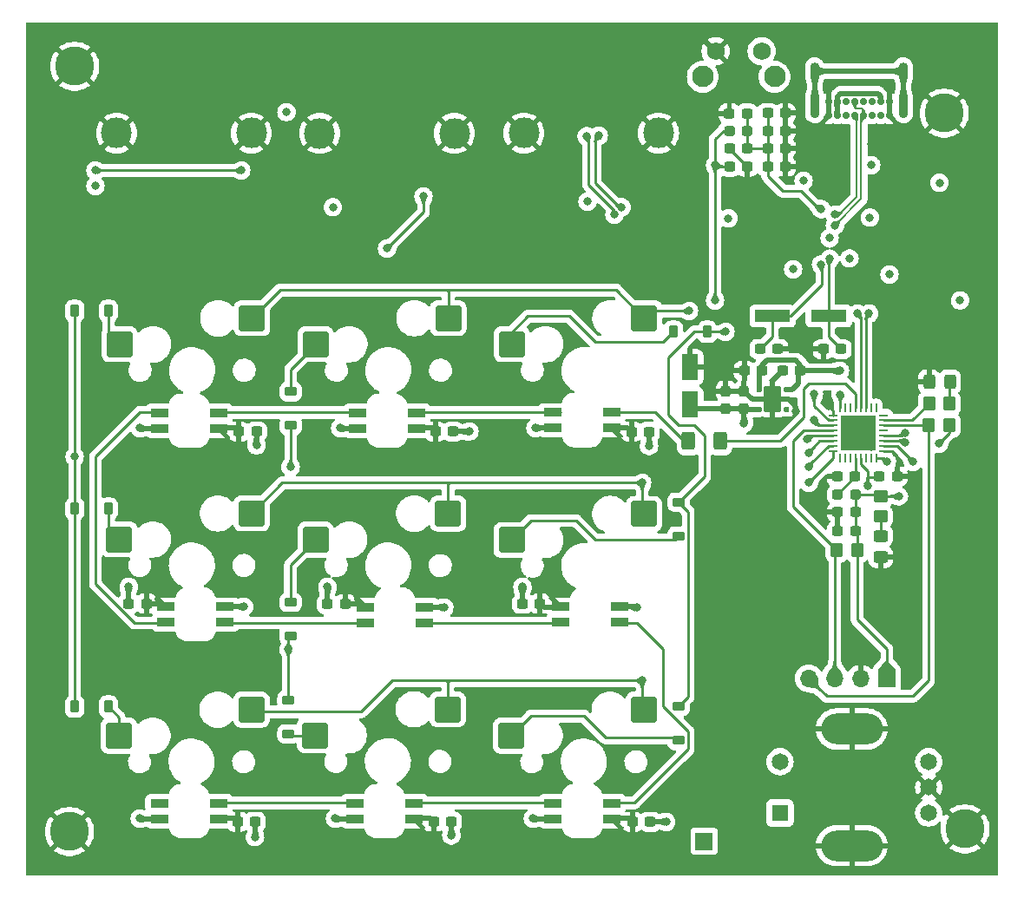
<source format=gbr>
%TF.GenerationSoftware,KiCad,Pcbnew,(7.0.0)*%
%TF.CreationDate,2023-05-17T12:54:35+02:00*%
%TF.ProjectId,Macro_Keyboard,4d616372-6f5f-44b6-9579-626f6172642e,rev?*%
%TF.SameCoordinates,Original*%
%TF.FileFunction,Copper,L4,Bot*%
%TF.FilePolarity,Positive*%
%FSLAX46Y46*%
G04 Gerber Fmt 4.6, Leading zero omitted, Abs format (unit mm)*
G04 Created by KiCad (PCBNEW (7.0.0)) date 2023-05-17 12:54:35*
%MOMM*%
%LPD*%
G01*
G04 APERTURE LIST*
G04 Aperture macros list*
%AMRoundRect*
0 Rectangle with rounded corners*
0 $1 Rounding radius*
0 $2 $3 $4 $5 $6 $7 $8 $9 X,Y pos of 4 corners*
0 Add a 4 corners polygon primitive as box body*
4,1,4,$2,$3,$4,$5,$6,$7,$8,$9,$2,$3,0*
0 Add four circle primitives for the rounded corners*
1,1,$1+$1,$2,$3*
1,1,$1+$1,$4,$5*
1,1,$1+$1,$6,$7*
1,1,$1+$1,$8,$9*
0 Add four rect primitives between the rounded corners*
20,1,$1+$1,$2,$3,$4,$5,0*
20,1,$1+$1,$4,$5,$6,$7,0*
20,1,$1+$1,$6,$7,$8,$9,0*
20,1,$1+$1,$8,$9,$2,$3,0*%
%AMFreePoly0*
4,1,13,-0.225000,0.250000,0.225000,0.250000,0.225000,-0.092500,0.213011,-0.152773,0.178869,-0.203869,0.127773,-0.238011,0.067500,-0.250000,-0.067500,-0.250000,-0.127773,-0.238011,-0.178869,-0.203869,-0.213011,-0.152773,-0.225000,-0.092500,-0.225000,0.250000,-0.225000,0.250000,$1*%
G04 Aperture macros list end*
%TA.AperFunction,SMDPad,CuDef*%
%ADD10RoundRect,0.250000X-1.025000X-1.000000X1.025000X-1.000000X1.025000X1.000000X-1.025000X1.000000X0*%
%TD*%
%TA.AperFunction,ComponentPad*%
%ADD11R,1.650000X1.650000*%
%TD*%
%TA.AperFunction,ComponentPad*%
%ADD12C,1.650000*%
%TD*%
%TA.AperFunction,ComponentPad*%
%ADD13O,6.000000X3.000000*%
%TD*%
%TA.AperFunction,ComponentPad*%
%ADD14C,0.700000*%
%TD*%
%TA.AperFunction,ComponentPad*%
%ADD15O,0.900000X2.400000*%
%TD*%
%TA.AperFunction,ComponentPad*%
%ADD16O,0.900000X1.700000*%
%TD*%
%TA.AperFunction,ComponentPad*%
%ADD17C,3.800000*%
%TD*%
%TA.AperFunction,ComponentPad*%
%ADD18C,2.100000*%
%TD*%
%TA.AperFunction,ComponentPad*%
%ADD19C,1.750000*%
%TD*%
%TA.AperFunction,ComponentPad*%
%ADD20C,3.000000*%
%TD*%
%TA.AperFunction,ComponentPad*%
%ADD21R,1.700000X1.700000*%
%TD*%
%TA.AperFunction,ComponentPad*%
%ADD22O,1.700000X1.700000*%
%TD*%
%TA.AperFunction,SMDPad,CuDef*%
%ADD23RoundRect,0.237500X0.300000X0.237500X-0.300000X0.237500X-0.300000X-0.237500X0.300000X-0.237500X0*%
%TD*%
%TA.AperFunction,SMDPad,CuDef*%
%ADD24R,1.800000X0.820000*%
%TD*%
%TA.AperFunction,SMDPad,CuDef*%
%ADD25RoundRect,0.237500X-0.287500X-0.237500X0.287500X-0.237500X0.287500X0.237500X-0.287500X0.237500X0*%
%TD*%
%TA.AperFunction,SMDPad,CuDef*%
%ADD26RoundRect,0.250000X-0.450000X0.350000X-0.450000X-0.350000X0.450000X-0.350000X0.450000X0.350000X0*%
%TD*%
%TA.AperFunction,SMDPad,CuDef*%
%ADD27RoundRect,0.237500X-0.300000X-0.237500X0.300000X-0.237500X0.300000X0.237500X-0.300000X0.237500X0*%
%TD*%
%TA.AperFunction,SMDPad,CuDef*%
%ADD28RoundRect,0.237500X0.237500X-0.300000X0.237500X0.300000X-0.237500X0.300000X-0.237500X-0.300000X0*%
%TD*%
%TA.AperFunction,SMDPad,CuDef*%
%ADD29RoundRect,0.175000X0.700000X-1.075000X0.700000X1.075000X-0.700000X1.075000X-0.700000X-1.075000X0*%
%TD*%
%TA.AperFunction,SMDPad,CuDef*%
%ADD30FreePoly0,270.000000*%
%TD*%
%TA.AperFunction,SMDPad,CuDef*%
%ADD31FreePoly0,90.000000*%
%TD*%
%TA.AperFunction,SMDPad,CuDef*%
%ADD32RoundRect,0.225000X-0.225000X-0.375000X0.225000X-0.375000X0.225000X0.375000X-0.225000X0.375000X0*%
%TD*%
%TA.AperFunction,SMDPad,CuDef*%
%ADD33RoundRect,0.250000X-0.350000X-0.450000X0.350000X-0.450000X0.350000X0.450000X-0.350000X0.450000X0*%
%TD*%
%TA.AperFunction,SMDPad,CuDef*%
%ADD34RoundRect,0.250000X0.350000X0.450000X-0.350000X0.450000X-0.350000X-0.450000X0.350000X-0.450000X0*%
%TD*%
%TA.AperFunction,SMDPad,CuDef*%
%ADD35RoundRect,0.225000X-0.375000X0.225000X-0.375000X-0.225000X0.375000X-0.225000X0.375000X0.225000X0*%
%TD*%
%TA.AperFunction,SMDPad,CuDef*%
%ADD36RoundRect,0.062500X0.062500X-0.375000X0.062500X0.375000X-0.062500X0.375000X-0.062500X-0.375000X0*%
%TD*%
%TA.AperFunction,SMDPad,CuDef*%
%ADD37RoundRect,0.062500X0.375000X-0.062500X0.375000X0.062500X-0.375000X0.062500X-0.375000X-0.062500X0*%
%TD*%
%TA.AperFunction,SMDPad,CuDef*%
%ADD38R,3.450000X3.450000*%
%TD*%
%TA.AperFunction,SMDPad,CuDef*%
%ADD39RoundRect,0.225000X0.375000X-0.225000X0.375000X0.225000X-0.375000X0.225000X-0.375000X-0.225000X0*%
%TD*%
%TA.AperFunction,SMDPad,CuDef*%
%ADD40RoundRect,0.250000X0.450000X-0.325000X0.450000X0.325000X-0.450000X0.325000X-0.450000X-0.325000X0*%
%TD*%
%TA.AperFunction,SMDPad,CuDef*%
%ADD41R,3.500000X1.200000*%
%TD*%
%TA.AperFunction,SMDPad,CuDef*%
%ADD42RoundRect,0.250000X-0.325000X-0.450000X0.325000X-0.450000X0.325000X0.450000X-0.325000X0.450000X0*%
%TD*%
%TA.AperFunction,SMDPad,CuDef*%
%ADD43RoundRect,0.250000X0.400000X0.625000X-0.400000X0.625000X-0.400000X-0.625000X0.400000X-0.625000X0*%
%TD*%
%TA.AperFunction,SMDPad,CuDef*%
%ADD44RoundRect,0.237500X0.287500X0.237500X-0.287500X0.237500X-0.287500X-0.237500X0.287500X-0.237500X0*%
%TD*%
%TA.AperFunction,SMDPad,CuDef*%
%ADD45RoundRect,0.225000X0.225000X0.375000X-0.225000X0.375000X-0.225000X-0.375000X0.225000X-0.375000X0*%
%TD*%
%TA.AperFunction,SMDPad,CuDef*%
%ADD46RoundRect,0.250000X0.550000X-1.050000X0.550000X1.050000X-0.550000X1.050000X-0.550000X-1.050000X0*%
%TD*%
%TA.AperFunction,ViaPad*%
%ADD47C,0.800000*%
%TD*%
%TA.AperFunction,Conductor*%
%ADD48C,0.500000*%
%TD*%
%TA.AperFunction,Conductor*%
%ADD49C,0.250000*%
%TD*%
%TA.AperFunction,Conductor*%
%ADD50C,0.200000*%
%TD*%
%TA.AperFunction,Conductor*%
%ADD51C,0.330000*%
%TD*%
%TA.AperFunction,Conductor*%
%ADD52C,0.230000*%
%TD*%
G04 APERTURE END LIST*
D10*
%TO.P,SW8,1*%
%TO.N,Net-(D12-A)*%
X70872908Y-110020837D03*
%TO.P,SW8,2*%
%TO.N,ROW 2*%
X83799908Y-107480837D03*
%TD*%
%TO.P,SW9,1*%
%TO.N,Net-(D9-A)*%
X90018888Y-109990038D03*
%TO.P,SW9,2*%
%TO.N,ROW 2*%
X102945888Y-107450038D03*
%TD*%
%TO.P,SW4,1*%
%TO.N,Net-(D10-A)*%
X70930933Y-71822629D03*
%TO.P,SW4,2*%
%TO.N,ROW 0*%
X83857933Y-69282629D03*
%TD*%
D11*
%TO.P,MT1,1*%
%TO.N,BOOT*%
X135369999Y-117559999D03*
D12*
%TO.P,MT1,2*%
%TO.N,Net-(MT1-Pad2)*%
X135370000Y-112560000D03*
%TO.P,MT1,A,A*%
%TO.N,Rotary_A*%
X149870000Y-117560000D03*
%TO.P,MT1,B,B*%
%TO.N,Rotary_B*%
X149870000Y-112560000D03*
%TO.P,MT1,COM,COM*%
%TO.N,GND*%
X149870000Y-115060000D03*
D13*
%TO.P,MT1,S1,SHIELD*%
X142369999Y-120759999D03*
%TO.P,MT1,S2,SHIELD*%
X142369999Y-109359999D03*
%TD*%
D14*
%TO.P,J1,A1,GND*%
%TO.N,GND*%
X146045000Y-49525000D03*
%TO.P,J1,A4,VBUS*%
%TO.N,Net-(FB6-Pad1)*%
X145195000Y-49525000D03*
%TO.P,J1,A5,CC1*%
%TO.N,Net-(J1-CC1)*%
X144345000Y-49525000D03*
%TO.P,J1,A6,D+*%
%TO.N,/USB/D_P0*%
X143495000Y-49525000D03*
%TO.P,J1,A7,D-*%
%TO.N,/USB/D_N0*%
X142645000Y-49525000D03*
%TO.P,J1,A8,SBU1*%
%TO.N,unconnected-(J1-SBU1-PadA8)*%
X141795000Y-49525000D03*
%TO.P,J1,A9,VBUS*%
%TO.N,Net-(FB6-Pad1)*%
X140945000Y-49525000D03*
%TO.P,J1,A12,GND*%
%TO.N,GND*%
X140095000Y-49525000D03*
%TO.P,J1,B1,GND*%
X140095000Y-48175000D03*
%TO.P,J1,B4,VBUS*%
%TO.N,Net-(FB6-Pad1)*%
X140945000Y-48175000D03*
%TO.P,J1,B5,CC2*%
%TO.N,Net-(J1-CC2)*%
X141795000Y-48175000D03*
%TO.P,J1,B6,D+*%
%TO.N,/USB/D_P0*%
X142645000Y-48175000D03*
%TO.P,J1,B7,D-*%
%TO.N,/USB/D_N0*%
X143495000Y-48175000D03*
%TO.P,J1,B8,SBU2*%
%TO.N,unconnected-(J1-SBU2-PadB8)*%
X144345000Y-48175000D03*
%TO.P,J1,B9,VBUS*%
%TO.N,Net-(FB6-Pad1)*%
X145195000Y-48175000D03*
%TO.P,J1,B12,GND*%
%TO.N,GND*%
X146045000Y-48175000D03*
D15*
%TO.P,J1,S1,SHIELD*%
%TO.N,Net-(J1-SHIELD)*%
X147394999Y-48544999D03*
D16*
X147394999Y-45164999D03*
D15*
X138744999Y-48544999D03*
D16*
X138744999Y-45164999D03*
%TD*%
D10*
%TO.P,SW7,1*%
%TO.N,Net-(D5-A)*%
X109184498Y-90931096D03*
%TO.P,SW7,2*%
%TO.N,ROW 1*%
X122111498Y-88391096D03*
%TD*%
D17*
%TO.P,H3,1,1*%
%TO.N,GND*%
X153416000Y-119126000D03*
%TD*%
%TO.P,H4,1,1*%
%TO.N,GND*%
X151384000Y-49276000D03*
%TD*%
%TO.P,H2,1,1*%
%TO.N,GND*%
X66040000Y-119380000D03*
%TD*%
D10*
%TO.P,SW2,1*%
%TO.N,Net-(D7-A)*%
X90072945Y-71819349D03*
%TO.P,SW2,2*%
%TO.N,ROW 0*%
X102999945Y-69279349D03*
%TD*%
D18*
%TO.P,SW1,*%
%TO.N,*%
X127830000Y-45720000D03*
X134840000Y-45720000D03*
D19*
%TO.P,SW1,1,1*%
%TO.N,GND*%
X129080000Y-43230000D03*
%TO.P,SW1,2,2*%
%TO.N,Net-(U1-NRST)*%
X133580000Y-43230000D03*
%TD*%
D17*
%TO.P,H1,1,1*%
%TO.N,GND*%
X66548000Y-44704000D03*
%TD*%
D10*
%TO.P,SW10,1*%
%TO.N,Net-(D6-A)*%
X109143411Y-110022624D03*
%TO.P,SW10,2*%
%TO.N,ROW 2*%
X122070411Y-107482624D03*
%TD*%
D20*
%TO.P,J2,5,Shield*%
%TO.N,GND*%
X123514000Y-51220043D03*
X110374000Y-51220043D03*
%TD*%
D10*
%TO.P,SW3,1*%
%TO.N,Net-(D4-A)*%
X109198814Y-71817520D03*
%TO.P,SW3,2*%
%TO.N,ROW 0*%
X122125814Y-69277520D03*
%TD*%
D21*
%TO.P,U4,1,VDD*%
%TO.N,+3.3V*%
X145785999Y-104418999D03*
D22*
%TO.P,U4,2,GND*%
%TO.N,GND*%
X143245999Y-104418999D03*
%TO.P,U4,3,SCK*%
%TO.N,SCK*%
X140705999Y-104418999D03*
%TO.P,U4,4,SDA*%
%TO.N,SDA*%
X138165999Y-104418999D03*
%TD*%
D20*
%TO.P,J4,5,Shield*%
%TO.N,GND*%
X83781826Y-51216189D03*
X70641826Y-51216189D03*
%TD*%
D10*
%TO.P,SW5,1*%
%TO.N,Net-(D11-A)*%
X70900586Y-90871284D03*
%TO.P,SW5,2*%
%TO.N,ROW 1*%
X83827586Y-88331284D03*
%TD*%
%TO.P,SW6,1*%
%TO.N,Net-(D8-A)*%
X90059954Y-90883789D03*
%TO.P,SW6,2*%
%TO.N,ROW 1*%
X102986954Y-88343789D03*
%TD*%
D20*
%TO.P,J3,5,Shield*%
%TO.N,GND*%
X103598000Y-51244000D03*
X90458000Y-51244000D03*
%TD*%
D21*
%TO.P,TP1,1,1*%
%TO.N,+5V*%
X127969999Y-120319999D03*
%TD*%
D23*
%TO.P,C34,1*%
%TO.N,+5V*%
X84158306Y-118420676D03*
%TO.P,C34,2*%
%TO.N,GND*%
X82433306Y-118420676D03*
%TD*%
%TO.P,C32,1*%
%TO.N,+5V*%
X103473509Y-80351691D03*
%TO.P,C32,2*%
%TO.N,GND*%
X101748509Y-80351691D03*
%TD*%
D24*
%TO.P,SK6812MINI_E5,1,VDD*%
%TO.N,+5V*%
X100673999Y-97469974D03*
%TO.P,SK6812MINI_E5,2,DOUT*%
%TO.N,Net-(SK6812MINI_E5-DOUT)*%
X100673999Y-98991634D03*
%TO.P,SK6812MINI_E5,3,VSS*%
%TO.N,GND*%
X94905999Y-97474043D03*
%TO.P,SK6812MINI_E5,4,DIN*%
%TO.N,Net-(SK6812MINI_E4-DOUT)*%
X94905999Y-98988142D03*
%TD*%
D25*
%TO.P,FB8,1*%
%TO.N,+3.3V*%
X130429618Y-51012591D03*
%TO.P,FB8,2*%
%TO.N,AVDD*%
X132179618Y-51012591D03*
%TD*%
D24*
%TO.P,SK6812MINI_E9,1,VDD*%
%TO.N,+5V*%
X74839999Y-118143097D03*
%TO.P,SK6812MINI_E9,2,DOUT*%
%TO.N,unconnected-(SK6812MINI_E9-DOUT-Pad2)*%
X74839999Y-116621437D03*
%TO.P,SK6812MINI_E9,3,VSS*%
%TO.N,GND*%
X80607999Y-118139028D03*
%TO.P,SK6812MINI_E9,4,DIN*%
%TO.N,Net-(SK6812MINI_E8-DOUT)*%
X80607999Y-116624929D03*
%TD*%
D26*
%TO.P,R1,1*%
%TO.N,+3.3V*%
X145199748Y-86646000D03*
%TO.P,R1,2*%
%TO.N,Net-(D1-A)*%
X145199748Y-88646000D03*
%TD*%
D27*
%TO.P,C5,1*%
%TO.N,Net-(U1-NRST)*%
X145046986Y-84715272D03*
%TO.P,C5,2*%
%TO.N,GND*%
X146771986Y-84715272D03*
%TD*%
%TO.P,C30,1*%
%TO.N,+5V*%
X71816399Y-97142232D03*
%TO.P,C30,2*%
%TO.N,GND*%
X73541399Y-97142232D03*
%TD*%
D28*
%TO.P,C3,1*%
%TO.N,+3.3V*%
X130078000Y-78117953D03*
%TO.P,C3,2*%
%TO.N,GND*%
X130078000Y-76392953D03*
%TD*%
D27*
%TO.P,C28,1*%
%TO.N,+5V*%
X91217493Y-97180758D03*
%TO.P,C28,2*%
%TO.N,GND*%
X92942493Y-97180758D03*
%TD*%
D29*
%TO.P,U2, GND*%
%TO.N,GND*%
X134650000Y-77216000D03*
D30*
%TO.P,U2,1,EN*%
%TO.N,+5V*%
X135949999Y-76265999D03*
%TO.P,U2,2,GND*%
%TO.N,GND*%
X135949999Y-77215999D03*
%TO.P,U2,3,PG*%
%TO.N,unconnected-(U2-PG-Pad3)*%
X135949999Y-78165999D03*
D31*
%TO.P,U2,4,V_{OUT}*%
%TO.N,+3.3V*%
X133349999Y-78165999D03*
%TO.P,U2,5,GND*%
%TO.N,GND*%
X133349999Y-77215999D03*
%TO.P,U2,6,V_{IN}*%
%TO.N,+5V*%
X133349999Y-76265999D03*
%TD*%
D27*
%TO.P,C25,1*%
%TO.N,+5V*%
X110237878Y-97149779D03*
%TO.P,C25,2*%
%TO.N,GND*%
X111962878Y-97149779D03*
%TD*%
D23*
%TO.P,C10,1*%
%TO.N,GND*%
X135882750Y-49277338D03*
%TO.P,C10,2*%
%TO.N,AVDD*%
X134157750Y-49277338D03*
%TD*%
%TO.P,C35,1*%
%TO.N,+5V*%
X103304376Y-118406550D03*
%TO.P,C35,2*%
%TO.N,GND*%
X101579376Y-118406550D03*
%TD*%
D24*
%TO.P,SK6812MINI_E3,1,VDD*%
%TO.N,+5V*%
X74839999Y-80043097D03*
%TO.P,SK6812MINI_E3,2,DOUT*%
%TO.N,Net-(SK6812MINI_E3-DOUT)*%
X74839999Y-78521437D03*
%TO.P,SK6812MINI_E3,3,VSS*%
%TO.N,GND*%
X80607999Y-80039028D03*
%TO.P,SK6812MINI_E3,4,DIN*%
%TO.N,Net-(SK6812MINI_E2-DOUT)*%
X80607999Y-78524929D03*
%TD*%
D27*
%TO.P,C38,1*%
%TO.N,+3.3V*%
X130449083Y-54489204D03*
%TO.P,C38,2*%
%TO.N,GND*%
X132174083Y-54489204D03*
%TD*%
D23*
%TO.P,C36,1*%
%TO.N,+5V*%
X122706797Y-118432688D03*
%TO.P,C36,2*%
%TO.N,GND*%
X120981797Y-118432688D03*
%TD*%
D24*
%TO.P,SK6812MINI_E6,1,VDD*%
%TO.N,+5V*%
X119723999Y-97445112D03*
%TO.P,SK6812MINI_E6,2,DOUT*%
%TO.N,Net-(SK6812MINI_E6-DOUT)*%
X119723999Y-98966772D03*
%TO.P,SK6812MINI_E6,3,VSS*%
%TO.N,GND*%
X113955999Y-97449181D03*
%TO.P,SK6812MINI_E6,4,DIN*%
%TO.N,Net-(SK6812MINI_E5-DOUT)*%
X113955999Y-98963280D03*
%TD*%
D32*
%TO.P,D10,1,K*%
%TO.N,COL 0*%
X66548000Y-68580000D03*
%TO.P,D10,2,A*%
%TO.N,Net-(D10-A)*%
X69848000Y-68580000D03*
%TD*%
D23*
%TO.P,C21,1*%
%TO.N,/USB/X2*%
X141324500Y-72298872D03*
%TO.P,C21,2*%
%TO.N,GND*%
X139599500Y-72298872D03*
%TD*%
%TO.P,C31,1*%
%TO.N,+5V*%
X122600448Y-80359082D03*
%TO.P,C31,2*%
%TO.N,GND*%
X120875448Y-80359082D03*
%TD*%
%TO.P,C1,1*%
%TO.N,+5V*%
X133604000Y-74422000D03*
%TO.P,C1,2*%
%TO.N,GND*%
X131879000Y-74422000D03*
%TD*%
%TO.P,C6,1*%
%TO.N,+3.3V*%
X142719500Y-90027992D03*
%TO.P,C6,2*%
%TO.N,GND*%
X140994500Y-90027992D03*
%TD*%
D33*
%TO.P,R4,1*%
%TO.N,Net-(U1-PB3)*%
X149902328Y-77638448D03*
%TO.P,R4,2*%
%TO.N,Net-(D2-A)*%
X151902328Y-77638448D03*
%TD*%
D34*
%TO.P,R16,1*%
%TO.N,+3.3V*%
X151892000Y-79756000D03*
%TO.P,R16,2*%
%TO.N,SDA*%
X149892000Y-79756000D03*
%TD*%
D24*
%TO.P,SK6812MINI_E7,1,VDD*%
%TO.N,+5V*%
X113193999Y-118143097D03*
%TO.P,SK6812MINI_E7,2,DOUT*%
%TO.N,Net-(SK6812MINI_E7-DOUT)*%
X113193999Y-116621437D03*
%TO.P,SK6812MINI_E7,3,VSS*%
%TO.N,GND*%
X118961999Y-118139028D03*
%TO.P,SK6812MINI_E7,4,DIN*%
%TO.N,Net-(SK6812MINI_E6-DOUT)*%
X118961999Y-116624929D03*
%TD*%
D28*
%TO.P,C4,1*%
%TO.N,+3.3V*%
X131856000Y-78117953D03*
%TO.P,C4,2*%
%TO.N,GND*%
X131856000Y-76392953D03*
%TD*%
D23*
%TO.P,C33,1*%
%TO.N,+5V*%
X84287101Y-80340148D03*
%TO.P,C33,2*%
%TO.N,GND*%
X82562101Y-80340148D03*
%TD*%
D32*
%TO.P,D11,1,K*%
%TO.N,COL 0*%
X66548000Y-87884000D03*
%TO.P,D11,2,A*%
%TO.N,Net-(D11-A)*%
X69848000Y-87884000D03*
%TD*%
D24*
%TO.P,SK6812MINI_E1,1,VDD*%
%TO.N,+5V*%
X113193999Y-79994063D03*
%TO.P,SK6812MINI_E1,2,DOUT*%
%TO.N,Net-(SK6812MINI_E1-DOUT)*%
X113193999Y-78472403D03*
%TO.P,SK6812MINI_E1,3,VSS*%
%TO.N,GND*%
X118961999Y-79989994D03*
%TO.P,SK6812MINI_E1,4,DIN*%
%TO.N,Net-(SK6812MINI_E1-DIN)*%
X118961999Y-78475895D03*
%TD*%
D35*
%TO.P,D9,1,K*%
%TO.N,COL 1*%
X87408926Y-106554000D03*
%TO.P,D9,2,A*%
%TO.N,Net-(D9-A)*%
X87408926Y-109854000D03*
%TD*%
D36*
%TO.P,U1,1,VDD*%
%TO.N,+3.3V*%
X144752000Y-82940492D03*
%TO.P,U1,2,PC14*%
%TO.N,unconnected-(U1-PC14-Pad2)*%
X144252000Y-82940492D03*
%TO.P,U1,3,PC15*%
%TO.N,unconnected-(U1-PC15-Pad3)*%
X143752000Y-82940492D03*
%TO.P,U1,4,NRST*%
%TO.N,Net-(U1-NRST)*%
X143252000Y-82940492D03*
%TO.P,U1,5,VDDA*%
%TO.N,VDDA*%
X142752000Y-82940492D03*
%TO.P,U1,6,PA0*%
%TO.N,unconnected-(U1-PA0-Pad6)*%
X142252000Y-82940492D03*
%TO.P,U1,7,PA1*%
%TO.N,unconnected-(U1-PA1-Pad7)*%
X141752000Y-82940492D03*
%TO.P,U1,8,PA2*%
%TO.N,unconnected-(U1-PA2-Pad8)*%
X141252000Y-82940492D03*
D37*
%TO.P,U1,9,PA3*%
%TO.N,ROW 2*%
X140564500Y-82252992D03*
%TO.P,U1,10,PA4*%
%TO.N,ROW 1*%
X140564500Y-81752992D03*
%TO.P,U1,11,PA5*%
%TO.N,ROW 0*%
X140564500Y-81252992D03*
%TO.P,U1,12,PA6*%
%TO.N,COL 1*%
X140564500Y-80752992D03*
%TO.P,U1,13,PA7*%
%TO.N,SCK*%
X140564500Y-80252992D03*
%TO.P,U1,14,PB0*%
%TO.N,COL 0*%
X140564500Y-79752992D03*
%TO.P,U1,15,PB1*%
%TO.N,COL 2*%
X140564500Y-79252992D03*
%TO.P,U1,16,VSS*%
%TO.N,GND*%
X140564500Y-78752992D03*
D36*
%TO.P,U1,17,VDD*%
%TO.N,+3.3V*%
X141252000Y-78065492D03*
%TO.P,U1,18,PA8*%
%TO.N,unconnected-(U1-PA8-Pad18)*%
X141752000Y-78065492D03*
%TO.P,U1,19,PA9*%
%TO.N,unconnected-(U1-PA9-Pad19)*%
X142252000Y-78065492D03*
%TO.P,U1,20,PA10*%
%TO.N,LED*%
X142752000Y-78065492D03*
%TO.P,U1,21,PA11*%
%TO.N,USBD_N*%
X143252000Y-78065492D03*
%TO.P,U1,22,PA12*%
%TO.N,USBD_P*%
X143752000Y-78065492D03*
%TO.P,U1,23,PA13*%
%TO.N,unconnected-(U1-PA13-Pad23)*%
X144252000Y-78065492D03*
%TO.P,U1,24,PA14*%
%TO.N,unconnected-(U1-PA14-Pad24)*%
X144752000Y-78065492D03*
D37*
%TO.P,U1,25,PA15*%
%TO.N,unconnected-(U1-PA15-Pad25)*%
X145439500Y-78752992D03*
%TO.P,U1,26,PB3*%
%TO.N,Net-(U1-PB3)*%
X145439500Y-79252992D03*
%TO.P,U1,27,PB4*%
%TO.N,SDA*%
X145439500Y-79752992D03*
%TO.P,U1,28,PB5*%
%TO.N,unconnected-(U1-PB5-Pad28)*%
X145439500Y-80252992D03*
%TO.P,U1,29,PB6*%
%TO.N,Rotary_A*%
X145439500Y-80752992D03*
%TO.P,U1,30,PB7*%
%TO.N,Rotary_B*%
X145439500Y-81252992D03*
%TO.P,U1,31,PH3*%
%TO.N,Net-(U1-PH3)*%
X145439500Y-81752992D03*
%TO.P,U1,32,VSS*%
%TO.N,GND*%
X145439500Y-82252992D03*
D38*
%TO.P,U1,33,VSS*%
X143001999Y-80502991D03*
%TD*%
D23*
%TO.P,C11,1*%
%TO.N,GND*%
X135879125Y-51002468D03*
%TO.P,C11,2*%
%TO.N,AVDD*%
X134154125Y-51002468D03*
%TD*%
D24*
%TO.P,SK6812MINI_E4,1,VDD*%
%TO.N,+5V*%
X81233086Y-97443919D03*
%TO.P,SK6812MINI_E4,2,DOUT*%
%TO.N,Net-(SK6812MINI_E4-DOUT)*%
X81233086Y-98965579D03*
%TO.P,SK6812MINI_E4,3,VSS*%
%TO.N,GND*%
X75465086Y-97447988D03*
%TO.P,SK6812MINI_E4,4,DIN*%
%TO.N,Net-(SK6812MINI_E3-DOUT)*%
X75465086Y-98962087D03*
%TD*%
D23*
%TO.P,C39,1*%
%TO.N,AVDD*%
X132167093Y-52699954D03*
%TO.P,C39,2*%
%TO.N,GND*%
X130442093Y-52699954D03*
%TD*%
%TO.P,C12,1*%
%TO.N,GND*%
X135886367Y-52702428D03*
%TO.P,C12,2*%
%TO.N,AVDD*%
X134161367Y-52702428D03*
%TD*%
D39*
%TO.P,D8,1,K*%
%TO.N,COL 1*%
X87613873Y-100296384D03*
%TO.P,D8,2,A*%
%TO.N,Net-(D8-A)*%
X87613873Y-96996384D03*
%TD*%
D40*
%TO.P,D1,1,K*%
%TO.N,GND*%
X145188888Y-92577045D03*
%TO.P,D1,2,A*%
%TO.N,Net-(D1-A)*%
X145188888Y-90527045D03*
%TD*%
D23*
%TO.P,C8,1*%
%TO.N,VDDA*%
X142691043Y-84744292D03*
%TO.P,C8,2*%
%TO.N,GND*%
X140966043Y-84744292D03*
%TD*%
D39*
%TO.P,D7,1,K*%
%TO.N,COL 1*%
X87630000Y-79756000D03*
%TO.P,D7,2,A*%
%TO.N,Net-(D7-A)*%
X87630000Y-76456000D03*
%TD*%
D23*
%TO.P,C2,1*%
%TO.N,+5V*%
X137361000Y-74422000D03*
%TO.P,C2,2*%
%TO.N,GND*%
X135636000Y-74422000D03*
%TD*%
D35*
%TO.P,D6,1,K*%
%TO.N,COL 2*%
X125476000Y-107188000D03*
%TO.P,D6,2,A*%
%TO.N,Net-(D6-A)*%
X125476000Y-110488000D03*
%TD*%
D23*
%TO.P,C13,1*%
%TO.N,GND*%
X135890000Y-54480044D03*
%TO.P,C13,2*%
%TO.N,AVDD*%
X134165000Y-54480044D03*
%TD*%
D27*
%TO.P,C42,1*%
%TO.N,GND*%
X130425227Y-49301569D03*
%TO.P,C42,2*%
%TO.N,AVDD*%
X132150227Y-49301569D03*
%TD*%
D41*
%TO.P,Y1,1,1*%
%TO.N,/USB/X1*%
X134625962Y-69087999D03*
%TO.P,Y1,2,2*%
%TO.N,/USB/X2*%
X140125962Y-69087999D03*
%TD*%
D34*
%TO.P,R15,1*%
%TO.N,+3.3V*%
X142899500Y-91932992D03*
%TO.P,R15,2*%
%TO.N,SCK*%
X140899500Y-91932992D03*
%TD*%
D42*
%TO.P,D2,1,K*%
%TO.N,GND*%
X149904228Y-75477459D03*
%TO.P,D2,2,A*%
%TO.N,Net-(D2-A)*%
X151954228Y-75477459D03*
%TD*%
D43*
%TO.P,R14,1*%
%TO.N,LED*%
X129540000Y-81280000D03*
%TO.P,R14,2*%
%TO.N,Net-(SK6812MINI_E1-DIN)*%
X126440000Y-81280000D03*
%TD*%
D44*
%TO.P,FB1,1*%
%TO.N,+3.3V*%
X142722388Y-86517594D03*
%TO.P,FB1,2*%
%TO.N,VDDA*%
X140972388Y-86517594D03*
%TD*%
D24*
%TO.P,SK6812MINI_E8,1,VDD*%
%TO.N,+5V*%
X93889999Y-118143097D03*
%TO.P,SK6812MINI_E8,2,DOUT*%
%TO.N,Net-(SK6812MINI_E8-DOUT)*%
X93889999Y-116621437D03*
%TO.P,SK6812MINI_E8,3,VSS*%
%TO.N,GND*%
X99657999Y-118139028D03*
%TO.P,SK6812MINI_E8,4,DIN*%
%TO.N,Net-(SK6812MINI_E7-DOUT)*%
X99657999Y-116624929D03*
%TD*%
D32*
%TO.P,D12,1,K*%
%TO.N,COL 0*%
X66548000Y-107188000D03*
%TO.P,D12,2,A*%
%TO.N,Net-(D12-A)*%
X69848000Y-107188000D03*
%TD*%
D27*
%TO.P,C20,1*%
%TO.N,/USB/X1*%
X133420888Y-72283375D03*
%TO.P,C20,2*%
%TO.N,GND*%
X135145888Y-72283375D03*
%TD*%
D23*
%TO.P,C7,1*%
%TO.N,+3.3V*%
X142719500Y-88211932D03*
%TO.P,C7,2*%
%TO.N,GND*%
X140994500Y-88211932D03*
%TD*%
D24*
%TO.P,SK6812MINI_E2,1,VDD*%
%TO.N,+5V*%
X94143999Y-80043097D03*
%TO.P,SK6812MINI_E2,2,DOUT*%
%TO.N,Net-(SK6812MINI_E2-DOUT)*%
X94143999Y-78521437D03*
%TO.P,SK6812MINI_E2,3,VSS*%
%TO.N,GND*%
X99911999Y-80039028D03*
%TO.P,SK6812MINI_E2,4,DIN*%
%TO.N,Net-(SK6812MINI_E1-DOUT)*%
X99911999Y-78524929D03*
%TD*%
D35*
%TO.P,D5,1,K*%
%TO.N,COL 2*%
X125476000Y-87250000D03*
%TO.P,D5,2,A*%
%TO.N,Net-(D5-A)*%
X125476000Y-90550000D03*
%TD*%
D45*
%TO.P,D4,1,K*%
%TO.N,COL 2*%
X128270000Y-70612000D03*
%TO.P,D4,2,A*%
%TO.N,Net-(D4-A)*%
X124970000Y-70612000D03*
%TD*%
D46*
%TO.P,C14,1*%
%TO.N,+3.3V*%
X126597594Y-77677310D03*
%TO.P,C14,2*%
%TO.N,GND*%
X126597594Y-74077310D03*
%TD*%
D47*
%TO.N,+5V*%
X72898000Y-118110000D03*
X71836529Y-95488991D03*
X110236000Y-95504000D03*
X141224000Y-74422000D03*
X87217839Y-49176994D03*
X92456000Y-80010000D03*
X124255625Y-118442942D03*
X105068653Y-80338027D03*
X72898000Y-80010000D03*
X91737705Y-58454344D03*
X91207273Y-95500191D03*
X68580000Y-56388000D03*
X84141199Y-119923621D03*
X111506000Y-80010000D03*
X152933791Y-67548852D03*
X91948000Y-118110000D03*
X111252000Y-118110000D03*
X84300764Y-81692800D03*
X116586000Y-57912000D03*
X122584793Y-81769409D03*
X102616000Y-97536000D03*
X83084504Y-97451665D03*
X121412000Y-97536000D03*
X130333581Y-59541722D03*
X103302654Y-119759201D03*
X144272000Y-54356000D03*
%TO.N,GND*%
X141723124Y-79219773D03*
X149860000Y-121920000D03*
X154940000Y-71120000D03*
X154940000Y-66040000D03*
X91440000Y-41275000D03*
X154940000Y-96520000D03*
X76200000Y-41275000D03*
X137160000Y-41275000D03*
X144290474Y-81806662D03*
X101600000Y-41275000D03*
X63500000Y-91440000D03*
X63500000Y-111760000D03*
X86360000Y-41275000D03*
X104140000Y-121920000D03*
X144272000Y-63500000D03*
X99060000Y-121920000D03*
X139497290Y-88241931D03*
X121920000Y-41275000D03*
X120875448Y-81698070D03*
X111983537Y-95542083D03*
X63500000Y-50800000D03*
X63500000Y-116840000D03*
X124460000Y-121920000D03*
X101583806Y-119762501D03*
X82422177Y-119874709D03*
X154940000Y-106680000D03*
X129032000Y-49276000D03*
X87135860Y-44823005D03*
X137414000Y-72257452D03*
X88900000Y-121920000D03*
X68580000Y-121920000D03*
X63500000Y-66040000D03*
X152400000Y-41275000D03*
X154940000Y-121920000D03*
X154940000Y-50800000D03*
X154940000Y-91440000D03*
X119380000Y-121920000D03*
X154940000Y-86360000D03*
X63500000Y-71120000D03*
X131889236Y-73004482D03*
X154940000Y-55880000D03*
X154940000Y-76200000D03*
X71120000Y-41275000D03*
X154940000Y-81280000D03*
X127893031Y-64158294D03*
X154940000Y-45720000D03*
X83820000Y-121920000D03*
X93980000Y-121920000D03*
X148290542Y-84712358D03*
X78740000Y-121920000D03*
X106680000Y-41275000D03*
X154940000Y-101600000D03*
X129540000Y-121920000D03*
X137160000Y-49276000D03*
X144272000Y-52324000D03*
X63500000Y-86360000D03*
X130048000Y-74930000D03*
X111760000Y-41275000D03*
X92959072Y-95495264D03*
X63500000Y-81280000D03*
X136906000Y-78398500D03*
X136144000Y-58420000D03*
X66040000Y-41275000D03*
X73660000Y-121920000D03*
X114300000Y-121920000D03*
X134620000Y-121920000D03*
X116840000Y-41275000D03*
X63500000Y-96520000D03*
X137902669Y-65238904D03*
X63500000Y-101600000D03*
X81280000Y-41275000D03*
X154940000Y-60960000D03*
X140116912Y-77831214D03*
X63500000Y-55880000D03*
X82548437Y-81665473D03*
X147320000Y-41275000D03*
X101734167Y-81637705D03*
X63500000Y-106680000D03*
X63500000Y-60960000D03*
X120965670Y-119815129D03*
X63500000Y-76200000D03*
X96520000Y-41275000D03*
X63500000Y-45720000D03*
X109220000Y-121920000D03*
X151932416Y-54603927D03*
X154940000Y-116840000D03*
X132080000Y-41275000D03*
X63500000Y-121920000D03*
X127000000Y-41275000D03*
X73539210Y-95526486D03*
X154940000Y-111760000D03*
X142240000Y-41275000D03*
X135636000Y-61722000D03*
%TO.N,+3.3V*%
X150876000Y-81534000D03*
X146964198Y-86673133D03*
X141250036Y-76735612D03*
X145796000Y-83312000D03*
X129032000Y-67564000D03*
X131864003Y-79557697D03*
X129032000Y-54356000D03*
%TO.N,Net-(U1-NRST)*%
X143894167Y-85618468D03*
%TO.N,Net-(U1-PH3)*%
X148336000Y-83312000D03*
%TO.N,DVDD*%
X144126186Y-59459743D03*
X150917384Y-56068812D03*
X137668000Y-55880000D03*
X146047889Y-65018580D03*
%TO.N,/USB/X1*%
X139365116Y-64037171D03*
%TO.N,/USB/X2*%
X140208000Y-63500000D03*
%TO.N,Net-(J3-VBUS)*%
X100584000Y-57404000D03*
X97028000Y-62484000D03*
%TO.N,Net-(J4-VBUS)*%
X68580000Y-54864000D03*
X82804000Y-54864000D03*
%TO.N,COL 2*%
X130048000Y-70612000D03*
X138684000Y-76708000D03*
%TO.N,COL 1*%
X87620891Y-83808054D03*
X87408926Y-101600000D03*
X138044295Y-81090806D03*
%TO.N,COL 0*%
X66548000Y-82804000D03*
X138684000Y-79248000D03*
%TO.N,Rotary_A*%
X147571918Y-80450103D03*
%TO.N,Rotary_B*%
X147601026Y-81399159D03*
%TO.N,ROW 0*%
X126492000Y-68580000D03*
X138139692Y-82466295D03*
%TO.N,ROW 1*%
X138176000Y-83820000D03*
X121920000Y-85344000D03*
%TO.N,ROW 2*%
X138176000Y-85344000D03*
X121920000Y-104648000D03*
%TO.N,/USB/D_P0*%
X140716000Y-60235000D03*
%TO.N,/USB/D_N0*%
X140716000Y-59185000D03*
%TO.N,USBD_N*%
X142952497Y-68834000D03*
%TO.N,USBD_P*%
X144051298Y-68828972D03*
%TO.N,/USB/D_N1*%
X117673957Y-51482401D03*
X119916843Y-58465658D03*
%TO.N,/USB/D_P1*%
X119214373Y-59176672D03*
X116495895Y-51515630D03*
%TO.N,AVDD*%
X136652000Y-64516000D03*
X140208000Y-61468000D03*
X139385374Y-58627410D03*
X142136370Y-63450550D03*
%TD*%
D48*
%TO.N,+5V*%
X137361000Y-74422000D02*
X137361000Y-73861000D01*
X133350000Y-76266000D02*
X133350000Y-74676000D01*
X136906000Y-73406000D02*
X134112000Y-73406000D01*
X94144000Y-80043098D02*
X92489098Y-80043098D01*
X72931098Y-118143098D02*
X72898000Y-118110000D01*
X93890000Y-118143098D02*
X91981098Y-118143098D01*
X121321113Y-97445113D02*
X121412000Y-97536000D01*
X102549975Y-97469975D02*
X102616000Y-97536000D01*
X124245371Y-118432688D02*
X124255625Y-118442942D01*
X71816399Y-95509121D02*
X71836529Y-95488991D01*
X141224000Y-74422000D02*
X137361000Y-74422000D01*
X113194000Y-118143098D02*
X111285098Y-118143098D01*
X111521936Y-79994064D02*
X111506000Y-80010000D01*
X135950000Y-76266000D02*
X136586000Y-76266000D01*
X103304376Y-118406550D02*
X103304376Y-119757479D01*
X92489098Y-80043098D02*
X92456000Y-80010000D01*
X122600448Y-81753754D02*
X122584793Y-81769409D01*
X74840000Y-80043098D02*
X72931098Y-80043098D01*
X110237878Y-95505878D02*
X110236000Y-95504000D01*
X91217493Y-95510411D02*
X91207273Y-95500191D01*
X133350000Y-74676000D02*
X133604000Y-74422000D01*
X133604000Y-73914000D02*
X133604000Y-74422000D01*
X119724000Y-97445113D02*
X121321113Y-97445113D01*
X81233087Y-97443920D02*
X83076759Y-97443920D01*
X84158306Y-119906514D02*
X84141199Y-119923621D01*
X105054989Y-80351691D02*
X105068653Y-80338027D01*
X83076759Y-97443920D02*
X83084504Y-97451665D01*
X136586000Y-76266000D02*
X137160000Y-75692000D01*
X103473509Y-80351691D02*
X105054989Y-80351691D01*
X84287101Y-80340148D02*
X84287101Y-81679137D01*
X91981098Y-118143098D02*
X91948000Y-118110000D01*
X111285098Y-118143098D02*
X111252000Y-118110000D01*
X84287101Y-81679137D02*
X84300764Y-81692800D01*
X137361000Y-73861000D02*
X136906000Y-73406000D01*
X91217493Y-97180758D02*
X91217493Y-95510411D01*
X74840000Y-118143098D02*
X72931098Y-118143098D01*
X137160000Y-75692000D02*
X137160000Y-74623000D01*
X103304376Y-119757479D02*
X103302654Y-119759201D01*
X71816399Y-97142232D02*
X71816399Y-95509121D01*
X113194000Y-79994064D02*
X111521936Y-79994064D01*
X134112000Y-73406000D02*
X133604000Y-73914000D01*
X100674000Y-97469975D02*
X102549975Y-97469975D01*
X137160000Y-74623000D02*
X137361000Y-74422000D01*
X122706797Y-118432688D02*
X124245371Y-118432688D01*
X122600448Y-80359082D02*
X122600448Y-81753754D01*
X110237878Y-97149779D02*
X110237878Y-95505878D01*
X72931098Y-80043098D02*
X72898000Y-80010000D01*
X84158306Y-118420676D02*
X84158306Y-119906514D01*
D49*
%TO.N,GND*%
X146812000Y-82804000D02*
X146812000Y-84675258D01*
D48*
X111962878Y-95562742D02*
X111983537Y-95542083D01*
D49*
X137160000Y-72283375D02*
X137266625Y-72283375D01*
D48*
X101265124Y-118092298D02*
X101579376Y-118406550D01*
X120981797Y-119799002D02*
X120965670Y-119815129D01*
X73541399Y-97142232D02*
X73541399Y-95528675D01*
D49*
X129057569Y-49301569D02*
X129032000Y-49276000D01*
X139527289Y-88211932D02*
X139497290Y-88241931D01*
D48*
X92942493Y-97180758D02*
X94426647Y-97180758D01*
X73541399Y-97142232D02*
X75063869Y-97142232D01*
D49*
X145439500Y-82252992D02*
X146260992Y-82252992D01*
X148287628Y-84715272D02*
X148290542Y-84712358D01*
X135882750Y-49277338D02*
X137158662Y-49277338D01*
D48*
X131879000Y-73014718D02*
X131889236Y-73004482D01*
X130078000Y-76392953D02*
X130078000Y-74960000D01*
X134650000Y-75408000D02*
X135636000Y-74422000D01*
X120981797Y-118432688D02*
X120981797Y-119799002D01*
D49*
X146260992Y-82252992D02*
X146812000Y-82804000D01*
D48*
X140095000Y-48175000D02*
X140095000Y-46849000D01*
X101748509Y-80351691D02*
X101748509Y-81623363D01*
D49*
X140564500Y-78278802D02*
X140116912Y-77831214D01*
D48*
X130078000Y-74960000D02*
X130048000Y-74930000D01*
D49*
X139584003Y-72283375D02*
X139599500Y-72298872D01*
X137160000Y-72283375D02*
X137414000Y-72283375D01*
D48*
X146045000Y-46985000D02*
X146045000Y-48175000D01*
X82433306Y-118420676D02*
X82433306Y-119863580D01*
X94426647Y-97180758D02*
X94766664Y-97520775D01*
D49*
X137158662Y-49277338D02*
X137160000Y-49276000D01*
X140564500Y-78752992D02*
X140564500Y-78278802D01*
X130442093Y-52699954D02*
X130442093Y-52757214D01*
D48*
X120641407Y-118092298D02*
X120981797Y-118432688D01*
X146045000Y-49525000D02*
X146045000Y-48175000D01*
X82562101Y-80340148D02*
X82562101Y-81651809D01*
X82104928Y-118092298D02*
X82433306Y-118420676D01*
X145288000Y-46228000D02*
X146045000Y-46985000D01*
X136200000Y-77216000D02*
X136906000Y-77922000D01*
X111962878Y-97149779D02*
X111962878Y-95562742D01*
X119051869Y-79992298D02*
X120508664Y-79992298D01*
X135950000Y-77216000D02*
X136200000Y-77216000D01*
X140716000Y-46228000D02*
X145288000Y-46228000D01*
X92942493Y-97180758D02*
X92942493Y-95511843D01*
D49*
X137414000Y-72283375D02*
X137668000Y-72283375D01*
D48*
X101579376Y-118406550D02*
X101579376Y-119758071D01*
X133350000Y-77216000D02*
X134650000Y-77216000D01*
D49*
X146812000Y-84675258D02*
X146771986Y-84715272D01*
D48*
X112309012Y-97495913D02*
X111962878Y-97149779D01*
X130078000Y-76392953D02*
X131856000Y-76392953D01*
X131856000Y-76392953D02*
X132679047Y-77216000D01*
D49*
X137668000Y-72283375D02*
X139584003Y-72283375D01*
D48*
X113811957Y-97495913D02*
X112309012Y-97495913D01*
X132679047Y-77216000D02*
X133350000Y-77216000D01*
D49*
X135145888Y-72283375D02*
X137160000Y-72283375D01*
D48*
X119018006Y-118092298D02*
X120641407Y-118092298D01*
X120508664Y-79992298D02*
X120875448Y-80359082D01*
X120875448Y-80359082D02*
X120875448Y-81698070D01*
X82214251Y-79992298D02*
X82562101Y-80340148D01*
X136906000Y-77922000D02*
X136906000Y-78398500D01*
X92942493Y-95511843D02*
X92959072Y-95495264D01*
X82562101Y-81651809D02*
X82548437Y-81665473D01*
D49*
X137668000Y-72283375D02*
X137561375Y-72283375D01*
X130442093Y-52757214D02*
X132174083Y-54489204D01*
D48*
X101579376Y-119758071D02*
X101583806Y-119762501D01*
X140095000Y-46849000D02*
X140716000Y-46228000D01*
X101748509Y-81623363D02*
X101734167Y-81637705D01*
X80543400Y-118092298D02*
X82104928Y-118092298D01*
D49*
X146771986Y-84715272D02*
X148287628Y-84715272D01*
D48*
X131879000Y-74422000D02*
X131879000Y-73014718D01*
X134650000Y-77216000D02*
X134650000Y-75408000D01*
D49*
X130425227Y-49301569D02*
X129057569Y-49301569D01*
D48*
X140095000Y-49525000D02*
X140095000Y-48175000D01*
X80543400Y-79992298D02*
X82214251Y-79992298D01*
X82433306Y-119863580D02*
X82422177Y-119874709D01*
D49*
X140994500Y-88211932D02*
X139527289Y-88211932D01*
D48*
X73541399Y-95528675D02*
X73539210Y-95526486D01*
X75063869Y-97142232D02*
X75415616Y-97493979D01*
X99593400Y-118092298D02*
X101265124Y-118092298D01*
X135950000Y-77216000D02*
X134650000Y-77216000D01*
X99847400Y-79992298D02*
X101389116Y-79992298D01*
X101389116Y-79992298D02*
X101748509Y-80351691D01*
D49*
%TO.N,+3.3V*%
X151892000Y-80518000D02*
X150876000Y-81534000D01*
D48*
X127038237Y-78117953D02*
X126597594Y-77677310D01*
D49*
X142899500Y-90207992D02*
X142719500Y-90027992D01*
X141252000Y-76737576D02*
X141250036Y-76735612D01*
X142719500Y-90027992D02*
X142719500Y-88211932D01*
X151892000Y-79756000D02*
X151892000Y-80518000D01*
D48*
X131904047Y-78166000D02*
X131856000Y-78117953D01*
X133350000Y-78166000D02*
X131904047Y-78166000D01*
D49*
X142899500Y-91932992D02*
X142899500Y-90207992D01*
X145796000Y-101600000D02*
X145786000Y-101610000D01*
X145786000Y-101610000D02*
X145786000Y-104419000D01*
D48*
X131856000Y-79549694D02*
X131864003Y-79557697D01*
D49*
X129032000Y-54864000D02*
X129032000Y-54622408D01*
X142719500Y-86520482D02*
X142722388Y-86517594D01*
D48*
X130078000Y-78117953D02*
X131856000Y-78117953D01*
D49*
X130449083Y-54489204D02*
X129165204Y-54489204D01*
X130449083Y-54489204D02*
X129673204Y-54489204D01*
X146937065Y-86646000D02*
X146964198Y-86673133D01*
X129032000Y-53848000D02*
X129032000Y-54864000D01*
X129032000Y-54622408D02*
X129165204Y-54489204D01*
X144752000Y-82940492D02*
X145424492Y-82940492D01*
D48*
X131856000Y-78117953D02*
X131856000Y-79549694D01*
D49*
X129032000Y-51816000D02*
X129835409Y-51012591D01*
X145071342Y-86517594D02*
X145199748Y-86646000D01*
X142899500Y-98703500D02*
X145796000Y-101600000D01*
X142719500Y-88211932D02*
X142719500Y-86520482D01*
X129835409Y-51012591D02*
X130429618Y-51012591D01*
D48*
X130078000Y-78117953D02*
X127038237Y-78117953D01*
D49*
X129032000Y-53848000D02*
X129032000Y-51816000D01*
X145424492Y-82940492D02*
X145796000Y-83312000D01*
X142899500Y-91932992D02*
X142899500Y-98703500D01*
X145199748Y-86646000D02*
X146937065Y-86646000D01*
X129165204Y-54489204D02*
X129032000Y-54356000D01*
X129032000Y-54864000D02*
X129032000Y-67564000D01*
X142722388Y-86517594D02*
X145071342Y-86517594D01*
X141252000Y-78065492D02*
X141252000Y-76737576D01*
%TO.N,Net-(U1-NRST)*%
X143894167Y-84836000D02*
X144018000Y-84836000D01*
X143894167Y-84959833D02*
X144018000Y-84836000D01*
X144018000Y-84836000D02*
X144926258Y-84836000D01*
X143252000Y-82940492D02*
X143252000Y-83526000D01*
X143894167Y-84836000D02*
X143894167Y-85090000D01*
X143894167Y-85090000D02*
X143894167Y-85618468D01*
X143894167Y-84582000D02*
X143894167Y-84712167D01*
X143252000Y-83526000D02*
X143894167Y-84168167D01*
X143894167Y-85090000D02*
X143894167Y-84959833D01*
X143894167Y-84582000D02*
X143894167Y-84836000D01*
X143894167Y-84712167D02*
X144018000Y-84836000D01*
X143894167Y-84168167D02*
X143894167Y-84582000D01*
%TO.N,VDDA*%
X142691043Y-84744292D02*
X142752000Y-84683335D01*
X140972388Y-86517594D02*
X140972388Y-86462947D01*
X140972388Y-86462947D02*
X142691043Y-84744292D01*
X142752000Y-84683335D02*
X142752000Y-82940492D01*
%TO.N,Net-(U1-PH3)*%
X145439500Y-81752992D02*
X146776992Y-81752992D01*
X146776992Y-81752992D02*
X148336000Y-83312000D01*
%TO.N,/USB/X1*%
X134625963Y-71078300D02*
X134625963Y-69088000D01*
X136398000Y-69088000D02*
X139446000Y-66040000D01*
X133420888Y-72283375D02*
X134625963Y-71078300D01*
X139446000Y-64118055D02*
X139365116Y-64037171D01*
X134625963Y-69088000D02*
X136398000Y-69088000D01*
X139446000Y-66040000D02*
X139446000Y-64118055D01*
%TO.N,/USB/X2*%
X140125963Y-71100335D02*
X140125963Y-69088000D01*
X140125963Y-63582037D02*
X140125963Y-69088000D01*
X140208000Y-63500000D02*
X140125963Y-63582037D01*
X141324500Y-72298872D02*
X140125963Y-71100335D01*
%TO.N,Net-(J3-VBUS)*%
X97028000Y-62484000D02*
X100584000Y-58928000D01*
X100584000Y-58928000D02*
X100584000Y-57404000D01*
%TO.N,Net-(J4-VBUS)*%
X68580000Y-54864000D02*
X82804000Y-54864000D01*
%TO.N,Net-(D1-A)*%
X145188888Y-88656860D02*
X145199748Y-88646000D01*
X145188888Y-90527045D02*
X145188888Y-88656860D01*
%TO.N,Net-(D2-A)*%
X151902328Y-77638448D02*
X151902328Y-75529359D01*
X151902328Y-75529359D02*
X151954228Y-75477459D01*
%TO.N,COL 2*%
X124460000Y-73152000D02*
X127000000Y-70612000D01*
X128016000Y-84710000D02*
X128016000Y-80772000D01*
X126401000Y-88175000D02*
X125476000Y-87250000D01*
X127000000Y-79756000D02*
X125476000Y-79756000D01*
X130048000Y-70612000D02*
X128270000Y-70612000D01*
X125476000Y-87250000D02*
X128016000Y-84710000D01*
X140078992Y-79252992D02*
X138684000Y-77858000D01*
X125476000Y-79756000D02*
X124460000Y-78740000D01*
X124460000Y-78740000D02*
X124460000Y-73152000D01*
X128016000Y-80772000D02*
X127000000Y-79756000D01*
X138684000Y-77858000D02*
X138684000Y-76708000D01*
X140564500Y-79252992D02*
X140078992Y-79252992D01*
X125476000Y-107188000D02*
X126401000Y-106263000D01*
X126401000Y-106263000D02*
X126401000Y-88175000D01*
X127000000Y-70612000D02*
X128270000Y-70612000D01*
%TO.N,Net-(D5-A)*%
X125094000Y-90932000D02*
X125476000Y-90550000D01*
X111084498Y-89031096D02*
X115447096Y-89031096D01*
X109184498Y-90931096D02*
X111084498Y-89031096D01*
X117348000Y-90932000D02*
X125094000Y-90932000D01*
X115447096Y-89031096D02*
X117348000Y-90932000D01*
%TO.N,Net-(D6-A)*%
X111043411Y-108122624D02*
X116250624Y-108122624D01*
X116250624Y-108122624D02*
X118364000Y-110236000D01*
X109143411Y-110022624D02*
X111043411Y-108122624D01*
X118364000Y-110236000D02*
X125224000Y-110236000D01*
X125224000Y-110236000D02*
X125476000Y-110488000D01*
%TO.N,COL 1*%
X87408926Y-101600000D02*
X87408926Y-100501331D01*
X87408926Y-106554000D02*
X87408926Y-101600000D01*
X138382109Y-80752992D02*
X138044295Y-81090806D01*
X87408926Y-100501331D02*
X87613873Y-100296384D01*
X140564500Y-80752992D02*
X138382109Y-80752992D01*
X87630000Y-79756000D02*
X87630000Y-83820000D01*
%TO.N,Net-(D7-A)*%
X87630000Y-74262294D02*
X90072945Y-71819349D01*
X87630000Y-76456000D02*
X87630000Y-74262294D01*
%TO.N,Net-(D8-A)*%
X87613873Y-96996384D02*
X87613873Y-93329870D01*
X87613873Y-93329870D02*
X90059954Y-90883789D01*
%TO.N,Net-(D9-A)*%
X87408926Y-109854000D02*
X87544964Y-109990038D01*
X87544964Y-109990038D02*
X90018888Y-109990038D01*
%TO.N,COL 0*%
X140564500Y-79752992D02*
X139188992Y-79752992D01*
X139188992Y-79752992D02*
X138684000Y-79248000D01*
X66548000Y-107188000D02*
X66548000Y-87884000D01*
X66548000Y-87884000D02*
X66548000Y-68580000D01*
%TO.N,Net-(D10-A)*%
X69848000Y-68580000D02*
X69848000Y-70739696D01*
X69848000Y-70739696D02*
X70930933Y-71822629D01*
%TO.N,Net-(D11-A)*%
X69848000Y-89818698D02*
X70900586Y-90871284D01*
X69848000Y-87884000D02*
X69848000Y-89818698D01*
%TO.N,Net-(D12-A)*%
X70872908Y-110020837D02*
X70872908Y-108212908D01*
X70872908Y-108212908D02*
X69848000Y-107188000D01*
D48*
%TO.N,Net-(FB6-Pad1)*%
X141250026Y-47375000D02*
X144911000Y-47375000D01*
X144911000Y-47375000D02*
X145195000Y-47659000D01*
X140945000Y-47680026D02*
X141250026Y-47375000D01*
X140945000Y-48175000D02*
X140945000Y-47680026D01*
X145195000Y-47659000D02*
X145195000Y-48175000D01*
X140945000Y-48175000D02*
X140945000Y-49525000D01*
%TO.N,Net-(J1-SHIELD)*%
X138745000Y-48545000D02*
X138745000Y-45165000D01*
X138745000Y-45165000D02*
X147395000Y-45165000D01*
X147395000Y-48545000D02*
X147395000Y-45165000D01*
D49*
%TO.N,Rotary_A*%
X146714084Y-80752992D02*
X147269029Y-80752992D01*
X145439500Y-80752992D02*
X146714084Y-80752992D01*
X147269029Y-80752992D02*
X147571918Y-80450103D01*
%TO.N,Rotary_B*%
X145439500Y-81252992D02*
X147454859Y-81252992D01*
X147454859Y-81252992D02*
X147601026Y-81399159D01*
%TO.N,Net-(U1-PB3)*%
X145439500Y-79252992D02*
X148287784Y-79252992D01*
X148287784Y-79252992D02*
X149902328Y-77638448D01*
%TO.N,LED*%
X142730000Y-76690000D02*
X142730000Y-78043492D01*
X135382000Y-81280000D02*
X137668000Y-78994000D01*
X137668000Y-78994000D02*
X137668000Y-76200000D01*
X138176000Y-75692000D02*
X141732000Y-75692000D01*
X137668000Y-76200000D02*
X138176000Y-75692000D01*
X129540000Y-81280000D02*
X135382000Y-81280000D01*
X142730000Y-78043492D02*
X142752000Y-78065492D01*
X141732000Y-75692000D02*
X142730000Y-76690000D01*
%TO.N,Net-(SK6812MINI_E1-DIN)*%
X119051869Y-78468298D02*
X123172298Y-78468298D01*
X123172298Y-78468298D02*
X125984000Y-81280000D01*
X125984000Y-81280000D02*
X126440000Y-81280000D01*
%TO.N,SCK*%
X136652000Y-81280000D02*
X136652000Y-87685492D01*
X136652000Y-87685492D02*
X140899500Y-91932992D01*
X140899500Y-91932992D02*
X140706000Y-92126492D01*
X137679008Y-80252992D02*
X136652000Y-81280000D01*
X140706000Y-92126492D02*
X140706000Y-104419000D01*
X140564500Y-80252992D02*
X137679008Y-80252992D01*
%TO.N,SDA*%
X148336000Y-106172000D02*
X149860000Y-104648000D01*
X138166000Y-104419000D02*
X139919000Y-106172000D01*
X145439500Y-79752992D02*
X149888992Y-79752992D01*
X149888992Y-79752992D02*
X149892000Y-79756000D01*
X149860000Y-104648000D02*
X149860000Y-79788000D01*
X139919000Y-106172000D02*
X148336000Y-106172000D01*
X149860000Y-79788000D02*
X149892000Y-79756000D01*
%TO.N,Net-(SK6812MINI_E1-DOUT)*%
X99847400Y-78468298D02*
X113921069Y-78468298D01*
%TO.N,Net-(SK6812MINI_E2-DOUT)*%
X80543400Y-78468298D02*
X94716600Y-78468298D01*
%TO.N,Net-(SK6812MINI_E3-DOUT)*%
X72915702Y-78468298D02*
X75412600Y-78468298D01*
X68580000Y-95238828D02*
X68580000Y-82804000D01*
X75415616Y-99017979D02*
X72359151Y-99017979D01*
X68580000Y-82804000D02*
X72915702Y-78468298D01*
X72359151Y-99017979D02*
X68580000Y-95238828D01*
%TO.N,Net-(SK6812MINI_E4-DOUT)*%
X94739868Y-99017979D02*
X94766664Y-99044775D01*
X80546416Y-99017979D02*
X94739868Y-99017979D01*
%TO.N,Net-(SK6812MINI_E5-DOUT)*%
X113787095Y-99044775D02*
X113811957Y-99019913D01*
X99897464Y-99044775D02*
X113787095Y-99044775D01*
%TO.N,Net-(SK6812MINI_E6-DOUT)*%
X123952000Y-107188000D02*
X123952000Y-101600000D01*
X123952000Y-101600000D02*
X121371913Y-99019913D01*
X126401000Y-111343000D02*
X126401000Y-109637000D01*
X119018006Y-116568298D02*
X121175702Y-116568298D01*
X121371913Y-99019913D02*
X118942757Y-99019913D01*
X126401000Y-109637000D02*
X123952000Y-107188000D01*
X121175702Y-116568298D02*
X126401000Y-111343000D01*
%TO.N,Net-(SK6812MINI_E7-DOUT)*%
X99593400Y-116568298D02*
X113887206Y-116568298D01*
%TO.N,Net-(SK6812MINI_E8-DOUT)*%
X80543400Y-116568298D02*
X94462600Y-116568298D01*
%TO.N,ROW 0*%
X83857933Y-69282629D02*
X86592562Y-66548000D01*
X119396294Y-66548000D02*
X122125814Y-69277520D01*
X102616000Y-66548000D02*
X102875890Y-66548000D01*
X122823334Y-68580000D02*
X122125814Y-69277520D01*
X138139692Y-82466295D02*
X139219008Y-81252992D01*
X139219008Y-81252992D02*
X140564500Y-81252992D01*
X102616000Y-66548000D02*
X103124000Y-66548000D01*
X102875890Y-66548000D02*
X102999945Y-66672055D01*
X86592562Y-66548000D02*
X102616000Y-66548000D01*
X103124000Y-66548000D02*
X119396294Y-66548000D01*
X126492000Y-68580000D02*
X122823334Y-68580000D01*
X102999945Y-66672055D02*
X103124000Y-66548000D01*
X102999945Y-69279349D02*
X102999945Y-66672055D01*
%TO.N,ROW 1*%
X140564500Y-81752992D02*
X140078992Y-81752992D01*
X121920000Y-88199598D02*
X122111498Y-88391096D01*
X102849908Y-85344000D02*
X102986954Y-85481046D01*
X83827586Y-88331284D02*
X86814870Y-85344000D01*
X138176000Y-83655984D02*
X138176000Y-83820000D01*
X102616000Y-85344000D02*
X103124000Y-85344000D01*
X103124000Y-85344000D02*
X121920000Y-85344000D01*
X86814870Y-85344000D02*
X102616000Y-85344000D01*
X140078992Y-81752992D02*
X138176000Y-83655984D01*
X102986954Y-85481046D02*
X103124000Y-85344000D01*
X121920000Y-85344000D02*
X121920000Y-88199598D01*
X102986954Y-88343789D02*
X102986954Y-85481046D01*
X102616000Y-85344000D02*
X102849908Y-85344000D01*
%TO.N,ROW 2*%
X84015071Y-107696000D02*
X94488000Y-107696000D01*
X97536000Y-104648000D02*
X102616000Y-104648000D01*
X102616000Y-104648000D02*
X102767776Y-104648000D01*
X102945888Y-104977888D02*
X102945888Y-104826112D01*
X102945888Y-104826112D02*
X103124000Y-104648000D01*
X102945888Y-107450038D02*
X102945888Y-104977888D01*
X83799908Y-107480837D02*
X84015071Y-107696000D01*
X140564500Y-82252992D02*
X140564500Y-82955500D01*
X94488000Y-107696000D02*
X97536000Y-104648000D01*
X103124000Y-104648000D02*
X121920000Y-104648000D01*
X121920000Y-107332213D02*
X122070411Y-107482624D01*
X102616000Y-104648000D02*
X103124000Y-104648000D01*
X140564500Y-82955500D02*
X138176000Y-85344000D01*
X121920000Y-104648000D02*
X121920000Y-107332213D01*
X102767776Y-104648000D02*
X102945888Y-104826112D01*
D50*
%TO.N,/USB/D_P0*%
X143295001Y-49724999D02*
X143495000Y-49525000D01*
X140716000Y-60235000D02*
X143295001Y-57655999D01*
X143295001Y-57655999D02*
X143295001Y-49724999D01*
X142805000Y-48825000D02*
X142645000Y-48665000D01*
X143313000Y-48825000D02*
X142805000Y-48825000D01*
X142645000Y-48665000D02*
X142645000Y-48175000D01*
D51*
X143360000Y-49660000D02*
X143495000Y-49525000D01*
D50*
X143495000Y-49007000D02*
X143313000Y-48825000D01*
X143495000Y-49525000D02*
X143495000Y-49007000D01*
%TO.N,/USB/D_N0*%
X142844999Y-57469604D02*
X142844999Y-49724999D01*
D51*
X142780000Y-49660000D02*
X142645000Y-49525000D01*
D50*
X140716000Y-59185000D02*
X141129603Y-59185000D01*
X142844999Y-49724999D02*
X142645000Y-49525000D01*
X141129603Y-59185000D02*
X142844999Y-57469604D01*
D49*
%TO.N,Net-(D4-A)*%
X117348000Y-71628000D02*
X123954000Y-71628000D01*
X123954000Y-71628000D02*
X124970000Y-70612000D01*
X110744000Y-69088000D02*
X114808000Y-69088000D01*
X109198814Y-70633186D02*
X110744000Y-69088000D01*
X114808000Y-69088000D02*
X117348000Y-71628000D01*
X109198814Y-71817520D02*
X109198814Y-70633186D01*
D52*
%TO.N,USBD_N*%
X142952497Y-68834000D02*
X143271999Y-69153502D01*
X143271999Y-78045493D02*
X143252000Y-78065492D01*
X143271999Y-69153502D02*
X143271999Y-78045493D01*
%TO.N,USBD_P*%
X144051298Y-68828972D02*
X143732001Y-69148269D01*
X143732001Y-78045493D02*
X143752000Y-78065492D01*
X143732001Y-69148269D02*
X143732001Y-78045493D01*
%TO.N,/USB/D_N1*%
X119647320Y-58316344D02*
X119796634Y-58465658D01*
X119527113Y-58316344D02*
X119647320Y-58316344D01*
X119796634Y-58465658D02*
X119916843Y-58465658D01*
X117673957Y-51493993D02*
X117324001Y-51843949D01*
X117324001Y-51843949D02*
X117324000Y-56113231D01*
X117324000Y-56113231D02*
X119527113Y-58316344D01*
X117673957Y-51482401D02*
X117673957Y-51493993D01*
%TO.N,/USB/D_P1*%
X119214373Y-58774351D02*
X119214373Y-59176672D01*
X116694000Y-56253978D02*
X119214373Y-58774351D01*
X116694000Y-51713735D02*
X116694000Y-56253978D01*
X116495895Y-51515630D02*
X116694000Y-51713735D01*
D49*
%TO.N,AVDD*%
X134157750Y-49277338D02*
X134157750Y-50998843D01*
X134165000Y-55425000D02*
X135636000Y-56896000D01*
X135636000Y-56896000D02*
X137428336Y-56896000D01*
X132150227Y-50983200D02*
X132179618Y-51012591D01*
X134158893Y-52699954D02*
X134161367Y-52702428D01*
X134161367Y-52702428D02*
X134161367Y-54476411D01*
X134161367Y-54476411D02*
X134165000Y-54480044D01*
X132150227Y-49301569D02*
X132150227Y-50983200D01*
X137428336Y-56896000D02*
X139159746Y-58627410D01*
X134154125Y-52695186D02*
X134161367Y-52702428D01*
X132179618Y-52687429D02*
X132167093Y-52699954D01*
X132167093Y-52699954D02*
X134158893Y-52699954D01*
X134165000Y-54480044D02*
X134165000Y-55425000D01*
X139159746Y-58627410D02*
X139385374Y-58627410D01*
X132179618Y-51012591D02*
X132179618Y-52687429D01*
X134157750Y-50998843D02*
X134154125Y-51002468D01*
X134154125Y-51002468D02*
X134154125Y-52695186D01*
%TD*%
%TA.AperFunction,Conductor*%
%TO.N,GND*%
G36*
X146512127Y-82393422D02*
G01*
X146563812Y-82424402D01*
X147283221Y-83143811D01*
X147296685Y-83159758D01*
X147305780Y-83172582D01*
X147307660Y-83174768D01*
X147307673Y-83174784D01*
X147358752Y-83234163D01*
X147384022Y-83281122D01*
X147389766Y-83301329D01*
X147391060Y-83306265D01*
X147417703Y-83417157D01*
X147417719Y-83417220D01*
X147417873Y-83417861D01*
X147418061Y-83418571D01*
X147418062Y-83418572D01*
X147423915Y-83440592D01*
X147423928Y-83440638D01*
X147424115Y-83441342D01*
X147424426Y-83442408D01*
X147424645Y-83443096D01*
X147424660Y-83443145D01*
X147429470Y-83458249D01*
X147431915Y-83465927D01*
X147432161Y-83466640D01*
X147432172Y-83466672D01*
X147483244Y-83614474D01*
X147484619Y-83618452D01*
X147486156Y-83621490D01*
X147495718Y-83676760D01*
X147479777Y-83730783D01*
X147441582Y-83772181D01*
X147389015Y-83792412D01*
X147332922Y-83787301D01*
X147228561Y-83752719D01*
X147215405Y-83749903D01*
X147124262Y-83740591D01*
X147117986Y-83740272D01*
X147038312Y-83740272D01*
X147025436Y-83743722D01*
X147021986Y-83756598D01*
X147021986Y-84448946D01*
X147025436Y-84461821D01*
X147038312Y-84465272D01*
X147793159Y-84465272D01*
X147806034Y-84461821D01*
X147809485Y-84448946D01*
X147809485Y-84431775D01*
X147809164Y-84425492D01*
X147799855Y-84334359D01*
X147797036Y-84321190D01*
X147782930Y-84278620D01*
X147777883Y-84222073D01*
X147798568Y-84169204D01*
X147840647Y-84131094D01*
X147895300Y-84115732D01*
X147951068Y-84126337D01*
X148056197Y-84173144D01*
X148241354Y-84212500D01*
X148424143Y-84212500D01*
X148430646Y-84212500D01*
X148615803Y-84173144D01*
X148788730Y-84096151D01*
X148941871Y-83984888D01*
X149018349Y-83899950D01*
X149067277Y-83866699D01*
X149126042Y-83859900D01*
X149181269Y-83881100D01*
X149220389Y-83925473D01*
X149234500Y-83982922D01*
X149234500Y-104337547D01*
X149225061Y-104385000D01*
X149198181Y-104425228D01*
X148113228Y-105510181D01*
X148073000Y-105537061D01*
X148025547Y-105546500D01*
X147245272Y-105546500D01*
X147187798Y-105532376D01*
X147143417Y-105493221D01*
X147122239Y-105437956D01*
X147127619Y-105391779D01*
X147125596Y-105391301D01*
X147127379Y-105383754D01*
X147130091Y-105376483D01*
X147136500Y-105316873D01*
X147136499Y-103521128D01*
X147130091Y-103461517D01*
X147113331Y-103416580D01*
X147110182Y-103406888D01*
X147109443Y-103403404D01*
X147106654Y-103395351D01*
X147105460Y-103392724D01*
X147105454Y-103392709D01*
X147101520Y-103384055D01*
X147098223Y-103376075D01*
X147082896Y-103334981D01*
X147079796Y-103326669D01*
X147074480Y-103319567D01*
X147074478Y-103319564D01*
X147071712Y-103315869D01*
X147067872Y-103310024D01*
X147067723Y-103309696D01*
X147024373Y-103248066D01*
X147015254Y-103235102D01*
X147015252Y-103235099D01*
X147013591Y-103232738D01*
X146689209Y-102852428D01*
X146441157Y-102561609D01*
X146419150Y-102524020D01*
X146411500Y-102481140D01*
X146411500Y-101727483D01*
X146414486Y-101700433D01*
X146423673Y-101659333D01*
X146423416Y-101651165D01*
X146424883Y-101627865D01*
X146424939Y-101627510D01*
X146426160Y-101619804D01*
X146423677Y-101593540D01*
X146420941Y-101564594D01*
X146420451Y-101556814D01*
X146418710Y-101501373D01*
X146416430Y-101493527D01*
X146412054Y-101470585D01*
X146411287Y-101462467D01*
X146407139Y-101450944D01*
X146392498Y-101410276D01*
X146390092Y-101402870D01*
X146376794Y-101357099D01*
X146376793Y-101357097D01*
X146374618Y-101349610D01*
X146370461Y-101342581D01*
X146360520Y-101321455D01*
X146360396Y-101321111D01*
X146357754Y-101313772D01*
X146326575Y-101267894D01*
X146322402Y-101261318D01*
X146298142Y-101220296D01*
X146298141Y-101220294D01*
X146294170Y-101213580D01*
X146288395Y-101207805D01*
X146273517Y-101189821D01*
X146268924Y-101183062D01*
X146227305Y-101146370D01*
X146221627Y-101141037D01*
X143561319Y-98480728D01*
X143534439Y-98440500D01*
X143525000Y-98393047D01*
X143525000Y-93164050D01*
X143540723Y-93103618D01*
X143583902Y-93058512D01*
X143718156Y-92975704D01*
X143781473Y-92912386D01*
X143841872Y-92879108D01*
X143910712Y-92883243D01*
X143966697Y-92923515D01*
X143992509Y-92987467D01*
X143998694Y-93048005D01*
X144001511Y-93061167D01*
X144052258Y-93214312D01*
X144058320Y-93227311D01*
X144142778Y-93364239D01*
X144151682Y-93375500D01*
X144265432Y-93489250D01*
X144276693Y-93498154D01*
X144413621Y-93582612D01*
X144426620Y-93588674D01*
X144579762Y-93639420D01*
X144592929Y-93642239D01*
X144685778Y-93651725D01*
X144692056Y-93652045D01*
X144922562Y-93652045D01*
X144935437Y-93648594D01*
X144938888Y-93635719D01*
X144938888Y-93635718D01*
X145438888Y-93635718D01*
X145442338Y-93648593D01*
X145455214Y-93652044D01*
X145685717Y-93652044D01*
X145691999Y-93651723D01*
X145784847Y-93642239D01*
X145798010Y-93639421D01*
X145951155Y-93588674D01*
X145964154Y-93582612D01*
X146101082Y-93498154D01*
X146112343Y-93489250D01*
X146226093Y-93375500D01*
X146234997Y-93364239D01*
X146319455Y-93227311D01*
X146325517Y-93214312D01*
X146376263Y-93061170D01*
X146379082Y-93048003D01*
X146388568Y-92955154D01*
X146388888Y-92948877D01*
X146388888Y-92843371D01*
X146385437Y-92830495D01*
X146372562Y-92827045D01*
X145455214Y-92827045D01*
X145442338Y-92830495D01*
X145438888Y-92843371D01*
X145438888Y-93635718D01*
X144938888Y-93635718D01*
X144938888Y-92451045D01*
X144955501Y-92389045D01*
X145000888Y-92343658D01*
X145062888Y-92327045D01*
X146372561Y-92327045D01*
X146385436Y-92323594D01*
X146388887Y-92310719D01*
X146388887Y-92205216D01*
X146388566Y-92198933D01*
X146379082Y-92106085D01*
X146376264Y-92092922D01*
X146325517Y-91939777D01*
X146319455Y-91926778D01*
X146234997Y-91789850D01*
X146226093Y-91778589D01*
X146112343Y-91664839D01*
X146095417Y-91651455D01*
X146096623Y-91649928D01*
X146061048Y-91612765D01*
X146045328Y-91552327D01*
X146061059Y-91491891D01*
X146096880Y-91454483D01*
X146095731Y-91453029D01*
X146101397Y-91448548D01*
X146107544Y-91444757D01*
X146231600Y-91320701D01*
X146323702Y-91171379D01*
X146378887Y-91004842D01*
X146389388Y-90902054D01*
X146389387Y-90152037D01*
X146378887Y-90049248D01*
X146323702Y-89882711D01*
X146270590Y-89796603D01*
X146235390Y-89739533D01*
X146235388Y-89739530D01*
X146231600Y-89733389D01*
X146190344Y-89692133D01*
X146158250Y-89636545D01*
X146158250Y-89572358D01*
X146190343Y-89516772D01*
X146242460Y-89464656D01*
X146334562Y-89315334D01*
X146389747Y-89148797D01*
X146400248Y-89046009D01*
X146400247Y-88245992D01*
X146389747Y-88143203D01*
X146334562Y-87976666D01*
X146274022Y-87878515D01*
X146246250Y-87833488D01*
X146246248Y-87833485D01*
X146242460Y-87827344D01*
X146148797Y-87733681D01*
X146116703Y-87678094D01*
X146116703Y-87613906D01*
X146148797Y-87558319D01*
X146187385Y-87519731D01*
X146242460Y-87464656D01*
X146250232Y-87452054D01*
X146295079Y-87409018D01*
X146355177Y-87393150D01*
X146415425Y-87408441D01*
X146425625Y-87414038D01*
X146425641Y-87414046D01*
X146426555Y-87414548D01*
X146571490Y-87487953D01*
X146575515Y-87489339D01*
X146575514Y-87489339D01*
X146605529Y-87499678D01*
X146615579Y-87503638D01*
X146684395Y-87534277D01*
X146869552Y-87573633D01*
X147052341Y-87573633D01*
X147058844Y-87573633D01*
X147244001Y-87534277D01*
X147416928Y-87457284D01*
X147570069Y-87346021D01*
X147696731Y-87205349D01*
X147791377Y-87041417D01*
X147849872Y-86861389D01*
X147869658Y-86673133D01*
X147849872Y-86484877D01*
X147791377Y-86304849D01*
X147696731Y-86140917D01*
X147685236Y-86128151D01*
X147574418Y-86005075D01*
X147574417Y-86005074D01*
X147570069Y-86000245D01*
X147564811Y-85996425D01*
X147564809Y-85996423D01*
X147422186Y-85892802D01*
X147422185Y-85892801D01*
X147416928Y-85888982D01*
X147357207Y-85862392D01*
X147310554Y-85826247D01*
X147285893Y-85772630D01*
X147288812Y-85713685D01*
X147318648Y-85662766D01*
X147368643Y-85631406D01*
X147378932Y-85627996D01*
X147391938Y-85621931D01*
X147526372Y-85539011D01*
X147537634Y-85530106D01*
X147649320Y-85418420D01*
X147658225Y-85407158D01*
X147741145Y-85272724D01*
X147747211Y-85259716D01*
X147797038Y-85109347D01*
X147799854Y-85096191D01*
X147809166Y-85005048D01*
X147809486Y-84998772D01*
X147809486Y-84981598D01*
X147806035Y-84968722D01*
X147793160Y-84965272D01*
X146645986Y-84965272D01*
X146583986Y-84948659D01*
X146538599Y-84903272D01*
X146521986Y-84841272D01*
X146521986Y-83888781D01*
X146538599Y-83826781D01*
X146580747Y-83753778D01*
X146623179Y-83680284D01*
X146681674Y-83500256D01*
X146701460Y-83312000D01*
X146683648Y-83142522D01*
X146682353Y-83130204D01*
X146682352Y-83130203D01*
X146681674Y-83123744D01*
X146623179Y-82943716D01*
X146528533Y-82779784D01*
X146495322Y-82742900D01*
X146406220Y-82643942D01*
X146406219Y-82643941D01*
X146401871Y-82639112D01*
X146394423Y-82633700D01*
X146392836Y-82631891D01*
X146391785Y-82630945D01*
X146391897Y-82630820D01*
X146358335Y-82592552D01*
X146343478Y-82539873D01*
X146352747Y-82485929D01*
X146361570Y-82464629D01*
X146397467Y-82416229D01*
X146451940Y-82390466D01*
X146512127Y-82393422D01*
G37*
%TD.AperFunction*%
%TA.AperFunction,Conductor*%
G36*
X141987181Y-92882041D02*
G01*
X142080844Y-92975704D01*
X142215097Y-93058512D01*
X142258277Y-93103618D01*
X142274000Y-93164050D01*
X142274000Y-98625725D01*
X142273478Y-98636780D01*
X142271827Y-98644167D01*
X142272071Y-98651953D01*
X142272071Y-98651961D01*
X142273939Y-98711373D01*
X142274000Y-98715268D01*
X142274000Y-98742850D01*
X142274488Y-98746719D01*
X142274489Y-98746725D01*
X142274504Y-98746843D01*
X142275418Y-98758466D01*
X142276545Y-98794330D01*
X142276546Y-98794337D01*
X142276791Y-98802127D01*
X142278967Y-98809619D01*
X142278968Y-98809621D01*
X142282379Y-98821362D01*
X142286325Y-98840415D01*
X142288836Y-98860292D01*
X142291706Y-98867542D01*
X142291708Y-98867548D01*
X142304914Y-98900904D01*
X142308697Y-98911951D01*
X142320882Y-98953890D01*
X142324853Y-98960605D01*
X142324854Y-98960607D01*
X142331081Y-98971137D01*
X142339636Y-98988599D01*
X142344142Y-98999980D01*
X142344143Y-98999983D01*
X142347014Y-99007232D01*
X142368940Y-99037412D01*
X142372681Y-99042560D01*
X142379093Y-99052322D01*
X142397356Y-99083202D01*
X142397359Y-99083207D01*
X142401330Y-99089920D01*
X142406845Y-99095435D01*
X142415490Y-99104080D01*
X142428126Y-99118874D01*
X142435319Y-99128775D01*
X142435323Y-99128779D01*
X142439906Y-99135087D01*
X142445915Y-99140058D01*
X142445916Y-99140059D01*
X142473558Y-99162926D01*
X142482199Y-99170789D01*
X145124181Y-101812771D01*
X145151061Y-101852999D01*
X145160500Y-101900452D01*
X145160500Y-102481138D01*
X145152850Y-102524018D01*
X145130843Y-102561607D01*
X144560281Y-103230542D01*
X144560274Y-103230549D01*
X144558406Y-103232741D01*
X144556752Y-103235091D01*
X144556743Y-103235104D01*
X144505283Y-103308265D01*
X144505270Y-103308283D01*
X144504271Y-103309705D01*
X144504122Y-103310031D01*
X144500291Y-103315864D01*
X144497520Y-103319565D01*
X144497515Y-103319573D01*
X144492204Y-103326669D01*
X144489106Y-103334972D01*
X144489105Y-103334976D01*
X144473773Y-103376082D01*
X144470486Y-103384040D01*
X144470177Y-103384721D01*
X144465338Y-103395370D01*
X144464398Y-103398085D01*
X144464392Y-103398100D01*
X144463816Y-103399764D01*
X144462550Y-103403421D01*
X144461810Y-103406903D01*
X144458654Y-103416618D01*
X144442998Y-103458596D01*
X144408019Y-103508977D01*
X144353174Y-103536431D01*
X144291881Y-103534242D01*
X144239134Y-103502946D01*
X144120909Y-103384721D01*
X144112643Y-103377784D01*
X143928008Y-103248501D01*
X143918676Y-103243113D01*
X143714397Y-103147856D01*
X143704263Y-103144168D01*
X143509780Y-103092056D01*
X143498551Y-103091688D01*
X143496000Y-103102631D01*
X143496000Y-104545000D01*
X143479387Y-104607000D01*
X143434000Y-104652387D01*
X143372000Y-104669000D01*
X143120000Y-104669000D01*
X143058000Y-104652387D01*
X143012613Y-104607000D01*
X142996000Y-104545000D01*
X142996000Y-103102631D01*
X142993448Y-103091688D01*
X142982219Y-103092056D01*
X142787736Y-103144168D01*
X142777602Y-103147856D01*
X142573332Y-103243110D01*
X142563982Y-103248508D01*
X142379357Y-103377784D01*
X142371092Y-103384719D01*
X142211719Y-103544092D01*
X142204788Y-103552352D01*
X142077880Y-103733596D01*
X142033564Y-103772460D01*
X141976309Y-103786472D01*
X141919054Y-103772464D01*
X141874735Y-103733602D01*
X141874424Y-103733158D01*
X141869477Y-103726093D01*
X141861538Y-103713132D01*
X141758121Y-103518406D01*
X141758119Y-103518403D01*
X141757490Y-103517218D01*
X141735261Y-103479418D01*
X141734160Y-103477719D01*
X141708825Y-103442098D01*
X141675868Y-103399764D01*
X141531716Y-103214595D01*
X141531776Y-103214547D01*
X141530682Y-103213101D01*
X141530600Y-103213166D01*
X141425308Y-103078888D01*
X141409582Y-103052754D01*
X141373307Y-102971174D01*
X141363360Y-102934404D01*
X141334595Y-102673928D01*
X141334004Y-102671030D01*
X141333993Y-102670921D01*
X141333591Y-102668359D01*
X141333732Y-102668336D01*
X141331500Y-102646237D01*
X141331500Y-93235992D01*
X141342123Y-93185777D01*
X141372171Y-93144165D01*
X141416496Y-93118286D01*
X141430513Y-93113640D01*
X141568834Y-93067806D01*
X141718156Y-92975704D01*
X141811818Y-92882041D01*
X141867406Y-92849947D01*
X141931594Y-92849947D01*
X141987181Y-92882041D01*
G37*
%TD.AperFunction*%
%TA.AperFunction,Conductor*%
G36*
X86520314Y-79107395D02*
G01*
X86564389Y-79145205D01*
X86586416Y-79198935D01*
X86581565Y-79256801D01*
X86541781Y-79376860D01*
X86541778Y-79376871D01*
X86539651Y-79383292D01*
X86538963Y-79390022D01*
X86538962Y-79390029D01*
X86529819Y-79479523D01*
X86529819Y-79479528D01*
X86529500Y-79482655D01*
X86529500Y-79485802D01*
X86529500Y-79485803D01*
X86529500Y-80026194D01*
X86529500Y-80026213D01*
X86529501Y-80029344D01*
X86529820Y-80032476D01*
X86529821Y-80032477D01*
X86538962Y-80121972D01*
X86538963Y-80121980D01*
X86539651Y-80128708D01*
X86541779Y-80135131D01*
X86541780Y-80135134D01*
X86590725Y-80282841D01*
X86592997Y-80289697D01*
X86596788Y-80295843D01*
X86596789Y-80295845D01*
X86672654Y-80418841D01*
X86682032Y-80434044D01*
X86801956Y-80553968D01*
X86945598Y-80642568D01*
X86988778Y-80687675D01*
X87004500Y-80748106D01*
X87004500Y-82945096D01*
X87002638Y-82966504D01*
X87000265Y-82980043D01*
X87000034Y-82982900D01*
X87000033Y-82982915D01*
X86994297Y-83054127D01*
X86977508Y-83107157D01*
X86967946Y-83123372D01*
X86965736Y-83126977D01*
X86903054Y-83225434D01*
X86902996Y-83225527D01*
X86902579Y-83226183D01*
X86902155Y-83226890D01*
X86902134Y-83226925D01*
X86888810Y-83249172D01*
X86888772Y-83249235D01*
X86888371Y-83249907D01*
X86887748Y-83251015D01*
X86887381Y-83251709D01*
X86887350Y-83251768D01*
X86875400Y-83274435D01*
X86875377Y-83274478D01*
X86874999Y-83275197D01*
X86874646Y-83275912D01*
X86874625Y-83275954D01*
X86805341Y-83416454D01*
X86805338Y-83416460D01*
X86803478Y-83420233D01*
X86802894Y-83421981D01*
X86797371Y-83433219D01*
X86796957Y-83434148D01*
X86793712Y-83439770D01*
X86791706Y-83445942D01*
X86791704Y-83445948D01*
X86737224Y-83613618D01*
X86737222Y-83613627D01*
X86735217Y-83619798D01*
X86734539Y-83626248D01*
X86734537Y-83626258D01*
X86721247Y-83752719D01*
X86715431Y-83808054D01*
X86716110Y-83814514D01*
X86734537Y-83989849D01*
X86734538Y-83989857D01*
X86735217Y-83996310D01*
X86737222Y-84002482D01*
X86737224Y-84002489D01*
X86777466Y-84126338D01*
X86793712Y-84176338D01*
X86888358Y-84340270D01*
X86892702Y-84345095D01*
X86892704Y-84345097D01*
X87010670Y-84476111D01*
X87015020Y-84480942D01*
X87033244Y-84494183D01*
X87072557Y-84541704D01*
X87084113Y-84602287D01*
X87065054Y-84660943D01*
X87020095Y-84703162D01*
X86960358Y-84718500D01*
X86892645Y-84718500D01*
X86881589Y-84717978D01*
X86874203Y-84716327D01*
X86866415Y-84716571D01*
X86866408Y-84716571D01*
X86806983Y-84718439D01*
X86803089Y-84718500D01*
X86775520Y-84718500D01*
X86771664Y-84718986D01*
X86771661Y-84718987D01*
X86771605Y-84718994D01*
X86771532Y-84719003D01*
X86759914Y-84719917D01*
X86724035Y-84721045D01*
X86724034Y-84721045D01*
X86716243Y-84721290D01*
X86708758Y-84723464D01*
X86708754Y-84723465D01*
X86696995Y-84726881D01*
X86677957Y-84730823D01*
X86665819Y-84732357D01*
X86665811Y-84732358D01*
X86658078Y-84733336D01*
X86650830Y-84736205D01*
X86650824Y-84736207D01*
X86617467Y-84749413D01*
X86606424Y-84753194D01*
X86571970Y-84763205D01*
X86571964Y-84763207D01*
X86564480Y-84765382D01*
X86557768Y-84769351D01*
X86557766Y-84769352D01*
X86547234Y-84775580D01*
X86529774Y-84784134D01*
X86518389Y-84788642D01*
X86518383Y-84788644D01*
X86511138Y-84791514D01*
X86504833Y-84796094D01*
X86504825Y-84796099D01*
X86475802Y-84817185D01*
X86466044Y-84823595D01*
X86435166Y-84841857D01*
X86435160Y-84841861D01*
X86428450Y-84845830D01*
X86422937Y-84851341D01*
X86422930Y-84851348D01*
X86414280Y-84859998D01*
X86399497Y-84872624D01*
X86389596Y-84879817D01*
X86389586Y-84879826D01*
X86383283Y-84884406D01*
X86378314Y-84890411D01*
X86378311Y-84890415D01*
X86355442Y-84918059D01*
X86347581Y-84926697D01*
X84729813Y-86544465D01*
X84689585Y-86571345D01*
X84642132Y-86580784D01*
X82755726Y-86580784D01*
X82755706Y-86580784D01*
X82752578Y-86580785D01*
X82749446Y-86581104D01*
X82749444Y-86581105D01*
X82656524Y-86590596D01*
X82656514Y-86590597D01*
X82649789Y-86591285D01*
X82643367Y-86593412D01*
X82643362Y-86593414D01*
X82490107Y-86644198D01*
X82490103Y-86644199D01*
X82483252Y-86646470D01*
X82477108Y-86650259D01*
X82477105Y-86650261D01*
X82340074Y-86734781D01*
X82340066Y-86734787D01*
X82333930Y-86738572D01*
X82328828Y-86743673D01*
X82328824Y-86743677D01*
X82214979Y-86857522D01*
X82214975Y-86857526D01*
X82209874Y-86862628D01*
X82206089Y-86868764D01*
X82206083Y-86868772D01*
X82121563Y-87005803D01*
X82117772Y-87011950D01*
X82115502Y-87018798D01*
X82115501Y-87018802D01*
X82079980Y-87125997D01*
X82045188Y-87179194D01*
X81988609Y-87208163D01*
X81925109Y-87205292D01*
X81871376Y-87171334D01*
X81795272Y-87089314D01*
X81736619Y-87026101D01*
X81732996Y-87023212D01*
X81732991Y-87023207D01*
X81576753Y-86898611D01*
X81528566Y-86860183D01*
X81396299Y-86783819D01*
X81302128Y-86729449D01*
X81302122Y-86729446D01*
X81298107Y-86727128D01*
X81293788Y-86725433D01*
X81293782Y-86725430D01*
X81054713Y-86631603D01*
X81054709Y-86631602D01*
X81050391Y-86629907D01*
X81045868Y-86628874D01*
X81045866Y-86628874D01*
X80795472Y-86571722D01*
X80795466Y-86571721D01*
X80790953Y-86570691D01*
X80786331Y-86570344D01*
X80786327Y-86570344D01*
X80594342Y-86555957D01*
X80594331Y-86555956D01*
X80592028Y-86555784D01*
X80459144Y-86555784D01*
X80456841Y-86555956D01*
X80456829Y-86555957D01*
X80264844Y-86570344D01*
X80264838Y-86570344D01*
X80260219Y-86570691D01*
X80255707Y-86571720D01*
X80255699Y-86571722D01*
X80005305Y-86628874D01*
X80005299Y-86628875D01*
X80000781Y-86629907D01*
X79996465Y-86631600D01*
X79996458Y-86631603D01*
X79757389Y-86725430D01*
X79757378Y-86725435D01*
X79753065Y-86727128D01*
X79749054Y-86729443D01*
X79749043Y-86729449D01*
X79531708Y-86854928D01*
X79522606Y-86860183D01*
X79518982Y-86863072D01*
X79518979Y-86863075D01*
X79318180Y-87023207D01*
X79318168Y-87023217D01*
X79314553Y-87026101D01*
X79311399Y-87029499D01*
X79311397Y-87029502D01*
X79136703Y-87217776D01*
X79136697Y-87217782D01*
X79133551Y-87221174D01*
X79130951Y-87224987D01*
X79130941Y-87225000D01*
X78986257Y-87437213D01*
X78986251Y-87437221D01*
X78983646Y-87441044D01*
X78981632Y-87445225D01*
X78981632Y-87445226D01*
X78870197Y-87676622D01*
X78870192Y-87676632D01*
X78868185Y-87680802D01*
X78866820Y-87685225D01*
X78866818Y-87685232D01*
X78791113Y-87930659D01*
X78791110Y-87930668D01*
X78789747Y-87935090D01*
X78789057Y-87939662D01*
X78789055Y-87939675D01*
X78751170Y-88191037D01*
X78750086Y-88198229D01*
X78750086Y-88464339D01*
X78750776Y-88468923D01*
X78750777Y-88468924D01*
X78789055Y-88722892D01*
X78789057Y-88722902D01*
X78789747Y-88727478D01*
X78791111Y-88731901D01*
X78791113Y-88731908D01*
X78866817Y-88977334D01*
X78866821Y-88977344D01*
X78868185Y-88981766D01*
X78870194Y-88985939D01*
X78870197Y-88985945D01*
X78970019Y-89193226D01*
X78983646Y-89221523D01*
X79133551Y-89441394D01*
X79314553Y-89636467D01*
X79318175Y-89639356D01*
X79318180Y-89639360D01*
X79393182Y-89699172D01*
X79522606Y-89802385D01*
X79753065Y-89935440D01*
X80000781Y-90032661D01*
X80260219Y-90091877D01*
X80459144Y-90106784D01*
X80589711Y-90106784D01*
X80592028Y-90106784D01*
X80790953Y-90091877D01*
X81050391Y-90032661D01*
X81298107Y-89935440D01*
X81528566Y-89802385D01*
X81736619Y-89636467D01*
X81871377Y-89491232D01*
X81925109Y-89457276D01*
X81988609Y-89454404D01*
X82045188Y-89483373D01*
X82079980Y-89536571D01*
X82114041Y-89639360D01*
X82117772Y-89650618D01*
X82124006Y-89660725D01*
X82206083Y-89793795D01*
X82206086Y-89793799D01*
X82209874Y-89799940D01*
X82333930Y-89923996D01*
X82340071Y-89927784D01*
X82340074Y-89927786D01*
X82375509Y-89949642D01*
X82483252Y-90016098D01*
X82649789Y-90071283D01*
X82752577Y-90081784D01*
X84902594Y-90081783D01*
X85005383Y-90071283D01*
X85171920Y-90016098D01*
X85321242Y-89923996D01*
X85445298Y-89799940D01*
X85537400Y-89650618D01*
X85592585Y-89484081D01*
X85603086Y-89381293D01*
X85603085Y-87491734D01*
X85612524Y-87444282D01*
X85639401Y-87404057D01*
X87037640Y-86005819D01*
X87077869Y-85978939D01*
X87125322Y-85969500D01*
X102237454Y-85969500D01*
X102299454Y-85986113D01*
X102344841Y-86031500D01*
X102361454Y-86093500D01*
X102361454Y-86469290D01*
X102344841Y-86531290D01*
X102299454Y-86576677D01*
X102237454Y-86593290D01*
X101911946Y-86593290D01*
X101908814Y-86593609D01*
X101908812Y-86593610D01*
X101815892Y-86603101D01*
X101815882Y-86603102D01*
X101809157Y-86603790D01*
X101802735Y-86605917D01*
X101802730Y-86605919D01*
X101649475Y-86656703D01*
X101649471Y-86656704D01*
X101642620Y-86658975D01*
X101636476Y-86662764D01*
X101636473Y-86662766D01*
X101499442Y-86747286D01*
X101499434Y-86747292D01*
X101493298Y-86751077D01*
X101488196Y-86756178D01*
X101488192Y-86756182D01*
X101374347Y-86870027D01*
X101374343Y-86870031D01*
X101369242Y-86875133D01*
X101365457Y-86881269D01*
X101365451Y-86881277D01*
X101284853Y-87011950D01*
X101277140Y-87024455D01*
X101274870Y-87031303D01*
X101274869Y-87031307D01*
X101239348Y-87138502D01*
X101204556Y-87191699D01*
X101147977Y-87220668D01*
X101084477Y-87217797D01*
X101030744Y-87183839D01*
X101002795Y-87153717D01*
X100895987Y-87038606D01*
X100892364Y-87035717D01*
X100892359Y-87035712D01*
X100691560Y-86875580D01*
X100687934Y-86872688D01*
X100552669Y-86794593D01*
X100461496Y-86741954D01*
X100461490Y-86741951D01*
X100457475Y-86739633D01*
X100453156Y-86737938D01*
X100453150Y-86737935D01*
X100214081Y-86644108D01*
X100214077Y-86644107D01*
X100209759Y-86642412D01*
X100205236Y-86641379D01*
X100205234Y-86641379D01*
X99954840Y-86584227D01*
X99954834Y-86584226D01*
X99950321Y-86583196D01*
X99945699Y-86582849D01*
X99945695Y-86582849D01*
X99753710Y-86568462D01*
X99753699Y-86568461D01*
X99751396Y-86568289D01*
X99618512Y-86568289D01*
X99616209Y-86568461D01*
X99616197Y-86568462D01*
X99424212Y-86582849D01*
X99424206Y-86582849D01*
X99419587Y-86583196D01*
X99415075Y-86584225D01*
X99415067Y-86584227D01*
X99164673Y-86641379D01*
X99164667Y-86641380D01*
X99160149Y-86642412D01*
X99155833Y-86644105D01*
X99155826Y-86644108D01*
X98916757Y-86737935D01*
X98916746Y-86737940D01*
X98912433Y-86739633D01*
X98908422Y-86741948D01*
X98908411Y-86741954D01*
X98686583Y-86870027D01*
X98681974Y-86872688D01*
X98678350Y-86875577D01*
X98678347Y-86875580D01*
X98477548Y-87035712D01*
X98477536Y-87035722D01*
X98473921Y-87038606D01*
X98470767Y-87042004D01*
X98470765Y-87042007D01*
X98296071Y-87230281D01*
X98296065Y-87230287D01*
X98292919Y-87233679D01*
X98290319Y-87237492D01*
X98290309Y-87237505D01*
X98145625Y-87449718D01*
X98145619Y-87449726D01*
X98143014Y-87453549D01*
X98141000Y-87457730D01*
X98141000Y-87457731D01*
X98029565Y-87689127D01*
X98029560Y-87689137D01*
X98027553Y-87693307D01*
X98026188Y-87697730D01*
X98026186Y-87697737D01*
X97950481Y-87943164D01*
X97950478Y-87943173D01*
X97949115Y-87947595D01*
X97948425Y-87952167D01*
X97948423Y-87952180D01*
X97910996Y-88200500D01*
X97909454Y-88210734D01*
X97909454Y-88476844D01*
X97910144Y-88481428D01*
X97910145Y-88481429D01*
X97948423Y-88735397D01*
X97948425Y-88735407D01*
X97949115Y-88739983D01*
X97950479Y-88744406D01*
X97950481Y-88744413D01*
X98026185Y-88989839D01*
X98026189Y-88989849D01*
X98027553Y-88994271D01*
X98029562Y-88998444D01*
X98029565Y-88998450D01*
X98130312Y-89207652D01*
X98143014Y-89234028D01*
X98292919Y-89453899D01*
X98473921Y-89648972D01*
X98477543Y-89651861D01*
X98477548Y-89651865D01*
X98550986Y-89710430D01*
X98681974Y-89814890D01*
X98912433Y-89947945D01*
X99160149Y-90045166D01*
X99419587Y-90104382D01*
X99618512Y-90119289D01*
X99749079Y-90119289D01*
X99751396Y-90119289D01*
X99950321Y-90104382D01*
X100209759Y-90045166D01*
X100457475Y-89947945D01*
X100687934Y-89814890D01*
X100895987Y-89648972D01*
X101030745Y-89503737D01*
X101084477Y-89469781D01*
X101147977Y-89466909D01*
X101204556Y-89495878D01*
X101239348Y-89549076D01*
X101271324Y-89645571D01*
X101277140Y-89663123D01*
X101280931Y-89669269D01*
X101365451Y-89806300D01*
X101365454Y-89806304D01*
X101369242Y-89812445D01*
X101493298Y-89936501D01*
X101499439Y-89940289D01*
X101499442Y-89940291D01*
X101514603Y-89949642D01*
X101642620Y-90028603D01*
X101809157Y-90083788D01*
X101911945Y-90094289D01*
X104061962Y-90094288D01*
X104164751Y-90083788D01*
X104331288Y-90028603D01*
X104480610Y-89936501D01*
X104604666Y-89812445D01*
X104696768Y-89663123D01*
X104751953Y-89496586D01*
X104762454Y-89393798D01*
X104762453Y-87293781D01*
X104751953Y-87190992D01*
X104696768Y-87024455D01*
X104622238Y-86903622D01*
X104608456Y-86881277D01*
X104608454Y-86881274D01*
X104604666Y-86875133D01*
X104480610Y-86751077D01*
X104474469Y-86747289D01*
X104474465Y-86747286D01*
X104354242Y-86673133D01*
X104331288Y-86658975D01*
X104293550Y-86646470D01*
X104171179Y-86605920D01*
X104171178Y-86605919D01*
X104164751Y-86603790D01*
X104158018Y-86603102D01*
X104158013Y-86603101D01*
X104065094Y-86593608D01*
X104065077Y-86593607D01*
X104061963Y-86593289D01*
X104058814Y-86593289D01*
X103736454Y-86593289D01*
X103674454Y-86576676D01*
X103629067Y-86531289D01*
X103612454Y-86469289D01*
X103612454Y-86093500D01*
X103629067Y-86031500D01*
X103674454Y-85986113D01*
X103736454Y-85969500D01*
X121056653Y-85969500D01*
X121077446Y-85971256D01*
X121081474Y-85971941D01*
X121092944Y-85973892D01*
X121169965Y-85979679D01*
X121225331Y-85997524D01*
X121266471Y-86038662D01*
X121284319Y-86094035D01*
X121289889Y-86168156D01*
X121289891Y-86168173D01*
X121290108Y-86171059D01*
X121290593Y-86173913D01*
X121290595Y-86173925D01*
X121292744Y-86186555D01*
X121294500Y-86207350D01*
X121294500Y-86516597D01*
X121277887Y-86578597D01*
X121232500Y-86623984D01*
X121170500Y-86640597D01*
X121036490Y-86640597D01*
X121033358Y-86640916D01*
X121033356Y-86640917D01*
X120940436Y-86650408D01*
X120940426Y-86650409D01*
X120933701Y-86651097D01*
X120927279Y-86653224D01*
X120927274Y-86653226D01*
X120774019Y-86704010D01*
X120774015Y-86704011D01*
X120767164Y-86706282D01*
X120761020Y-86710071D01*
X120761017Y-86710073D01*
X120623986Y-86794593D01*
X120623978Y-86794599D01*
X120617842Y-86798384D01*
X120612740Y-86803485D01*
X120612736Y-86803489D01*
X120498891Y-86917334D01*
X120498887Y-86917338D01*
X120493786Y-86922440D01*
X120490001Y-86928576D01*
X120489995Y-86928584D01*
X120405475Y-87065615D01*
X120401684Y-87071762D01*
X120399414Y-87078610D01*
X120399413Y-87078614D01*
X120363892Y-87185809D01*
X120329100Y-87239006D01*
X120272521Y-87267975D01*
X120209021Y-87265104D01*
X120155288Y-87231146D01*
X120142882Y-87217776D01*
X120020531Y-87085913D01*
X120016908Y-87083024D01*
X120016903Y-87083019D01*
X119838994Y-86941141D01*
X119812478Y-86919995D01*
X119663336Y-86833888D01*
X119586040Y-86789261D01*
X119586034Y-86789258D01*
X119582019Y-86786940D01*
X119577700Y-86785245D01*
X119577694Y-86785242D01*
X119338625Y-86691415D01*
X119338621Y-86691414D01*
X119334303Y-86689719D01*
X119329780Y-86688686D01*
X119329778Y-86688686D01*
X119079384Y-86631534D01*
X119079378Y-86631533D01*
X119074865Y-86630503D01*
X119070243Y-86630156D01*
X119070239Y-86630156D01*
X118878254Y-86615769D01*
X118878243Y-86615768D01*
X118875940Y-86615596D01*
X118743056Y-86615596D01*
X118740753Y-86615768D01*
X118740741Y-86615769D01*
X118548756Y-86630156D01*
X118548750Y-86630156D01*
X118544131Y-86630503D01*
X118539619Y-86631532D01*
X118539611Y-86631534D01*
X118289217Y-86688686D01*
X118289211Y-86688687D01*
X118284693Y-86689719D01*
X118280377Y-86691412D01*
X118280370Y-86691415D01*
X118041301Y-86785242D01*
X118041290Y-86785247D01*
X118036977Y-86786940D01*
X118032966Y-86789255D01*
X118032955Y-86789261D01*
X117811127Y-86917334D01*
X117806518Y-86919995D01*
X117802894Y-86922884D01*
X117802891Y-86922887D01*
X117602092Y-87083019D01*
X117602080Y-87083029D01*
X117598465Y-87085913D01*
X117595311Y-87089311D01*
X117595309Y-87089314D01*
X117420615Y-87277588D01*
X117420609Y-87277594D01*
X117417463Y-87280986D01*
X117414863Y-87284799D01*
X117414853Y-87284812D01*
X117270169Y-87497025D01*
X117270163Y-87497033D01*
X117267558Y-87500856D01*
X117265544Y-87505037D01*
X117265544Y-87505038D01*
X117154109Y-87736434D01*
X117154104Y-87736444D01*
X117152097Y-87740614D01*
X117150732Y-87745037D01*
X117150730Y-87745044D01*
X117075025Y-87990471D01*
X117075022Y-87990480D01*
X117073659Y-87994902D01*
X117072969Y-87999474D01*
X117072967Y-87999487D01*
X117034689Y-88253455D01*
X117033998Y-88258041D01*
X117033998Y-88524151D01*
X117034688Y-88528735D01*
X117034689Y-88528736D01*
X117072967Y-88782704D01*
X117072969Y-88782714D01*
X117073659Y-88787290D01*
X117075023Y-88791713D01*
X117075025Y-88791720D01*
X117150729Y-89037146D01*
X117150733Y-89037156D01*
X117152097Y-89041578D01*
X117154106Y-89045751D01*
X117154109Y-89045757D01*
X117260716Y-89267128D01*
X117267558Y-89281335D01*
X117417463Y-89501206D01*
X117598465Y-89696279D01*
X117602087Y-89699168D01*
X117602092Y-89699172D01*
X117674784Y-89757142D01*
X117806518Y-89862197D01*
X118036977Y-89995252D01*
X118041301Y-89996949D01*
X118219972Y-90067072D01*
X118273886Y-90108122D01*
X118298171Y-90171385D01*
X118285573Y-90237967D01*
X118239855Y-90287984D01*
X118174670Y-90306500D01*
X117658453Y-90306500D01*
X117611000Y-90297061D01*
X117570772Y-90270181D01*
X115944382Y-88643791D01*
X115936938Y-88635610D01*
X115932882Y-88629219D01*
X115883871Y-88583194D01*
X115881074Y-88580483D01*
X115864323Y-88563732D01*
X115861567Y-88560976D01*
X115858386Y-88558508D01*
X115849510Y-88550926D01*
X115823365Y-88526374D01*
X115823363Y-88526372D01*
X115817678Y-88521034D01*
X115810845Y-88517278D01*
X115810839Y-88517273D01*
X115800121Y-88511381D01*
X115783862Y-88500702D01*
X115774191Y-88493200D01*
X115774188Y-88493198D01*
X115768032Y-88488423D01*
X115760875Y-88485325D01*
X115760872Y-88485324D01*
X115727945Y-88471074D01*
X115717459Y-88465937D01*
X115686028Y-88448658D01*
X115686019Y-88448654D01*
X115679188Y-88444899D01*
X115671631Y-88442958D01*
X115671627Y-88442957D01*
X115659784Y-88439916D01*
X115641380Y-88433615D01*
X115630153Y-88428756D01*
X115630146Y-88428754D01*
X115622992Y-88425658D01*
X115615288Y-88424437D01*
X115615286Y-88424437D01*
X115579855Y-88418825D01*
X115568420Y-88416457D01*
X115533667Y-88407534D01*
X115533659Y-88407533D01*
X115526115Y-88405596D01*
X115518319Y-88405596D01*
X115506079Y-88405596D01*
X115486693Y-88404070D01*
X115466900Y-88400936D01*
X115459134Y-88401670D01*
X115459131Y-88401670D01*
X115423420Y-88405046D01*
X115411751Y-88405596D01*
X111162273Y-88405596D01*
X111151217Y-88405074D01*
X111143831Y-88403423D01*
X111136043Y-88403667D01*
X111136036Y-88403667D01*
X111076611Y-88405535D01*
X111072717Y-88405596D01*
X111045148Y-88405596D01*
X111041292Y-88406082D01*
X111041289Y-88406083D01*
X111041233Y-88406090D01*
X111041160Y-88406099D01*
X111029542Y-88407013D01*
X110993663Y-88408141D01*
X110993662Y-88408141D01*
X110985871Y-88408386D01*
X110978386Y-88410560D01*
X110978382Y-88410561D01*
X110966623Y-88413977D01*
X110947585Y-88417919D01*
X110935447Y-88419453D01*
X110935439Y-88419454D01*
X110927706Y-88420432D01*
X110920458Y-88423301D01*
X110920452Y-88423303D01*
X110887095Y-88436509D01*
X110876052Y-88440290D01*
X110841598Y-88450301D01*
X110841592Y-88450303D01*
X110834108Y-88452478D01*
X110827396Y-88456447D01*
X110827394Y-88456448D01*
X110816862Y-88462676D01*
X110799402Y-88471230D01*
X110788017Y-88475738D01*
X110788011Y-88475740D01*
X110780766Y-88478610D01*
X110774461Y-88483190D01*
X110774453Y-88483195D01*
X110745430Y-88504281D01*
X110735672Y-88510691D01*
X110704794Y-88528953D01*
X110704788Y-88528957D01*
X110698078Y-88532926D01*
X110692565Y-88538437D01*
X110692558Y-88538444D01*
X110683908Y-88547094D01*
X110669125Y-88559720D01*
X110659224Y-88566913D01*
X110659214Y-88566922D01*
X110652911Y-88571502D01*
X110647942Y-88577507D01*
X110647939Y-88577511D01*
X110625070Y-88605155D01*
X110617209Y-88613793D01*
X110086725Y-89144277D01*
X110046497Y-89171157D01*
X109999044Y-89180596D01*
X108112638Y-89180596D01*
X108112618Y-89180596D01*
X108109490Y-89180597D01*
X108106358Y-89180916D01*
X108106356Y-89180917D01*
X108013436Y-89190408D01*
X108013426Y-89190409D01*
X108006701Y-89191097D01*
X108000279Y-89193224D01*
X108000274Y-89193226D01*
X107847019Y-89244010D01*
X107847015Y-89244011D01*
X107840164Y-89246282D01*
X107834020Y-89250071D01*
X107834017Y-89250073D01*
X107696986Y-89334593D01*
X107696978Y-89334599D01*
X107690842Y-89338384D01*
X107685740Y-89343485D01*
X107685736Y-89343489D01*
X107571891Y-89457334D01*
X107571887Y-89457338D01*
X107566786Y-89462440D01*
X107563001Y-89468576D01*
X107562995Y-89468584D01*
X107482049Y-89599821D01*
X107474684Y-89611762D01*
X107472413Y-89618613D01*
X107472412Y-89618617D01*
X107422156Y-89770281D01*
X107419499Y-89778299D01*
X107418811Y-89785029D01*
X107418810Y-89785036D01*
X107409317Y-89877955D01*
X107409316Y-89877973D01*
X107408998Y-89881087D01*
X107408998Y-89884234D01*
X107408998Y-89884235D01*
X107408998Y-91977955D01*
X107408998Y-91977974D01*
X107408999Y-91981104D01*
X107409318Y-91984236D01*
X107409319Y-91984237D01*
X107418810Y-92077157D01*
X107418811Y-92077165D01*
X107419499Y-92083893D01*
X107421627Y-92090315D01*
X107421628Y-92090319D01*
X107469995Y-92236279D01*
X107474684Y-92250430D01*
X107478475Y-92256576D01*
X107562995Y-92393607D01*
X107562998Y-92393611D01*
X107566786Y-92399752D01*
X107690842Y-92523808D01*
X107696983Y-92527596D01*
X107696986Y-92527598D01*
X107737045Y-92552306D01*
X107840164Y-92615910D01*
X108006701Y-92671095D01*
X108109489Y-92681596D01*
X110130926Y-92681595D01*
X110192926Y-92698208D01*
X110238313Y-92743595D01*
X110254926Y-92805595D01*
X110238313Y-92867595D01*
X110165855Y-92993097D01*
X110161050Y-93001419D01*
X110159118Y-93006999D01*
X110159117Y-93007003D01*
X110092681Y-93198955D01*
X110092679Y-93198961D01*
X110090748Y-93204542D01*
X110089907Y-93210385D01*
X110089906Y-93210393D01*
X110060998Y-93411459D01*
X110060997Y-93411465D01*
X110060159Y-93417299D01*
X110060439Y-93423183D01*
X110060439Y-93423190D01*
X110068322Y-93588674D01*
X110070386Y-93632000D01*
X110071777Y-93637737D01*
X110071778Y-93637738D01*
X110106852Y-93782318D01*
X110121061Y-93840886D01*
X110123514Y-93846257D01*
X110123516Y-93846263D01*
X110161794Y-93930079D01*
X110210352Y-94036406D01*
X110213774Y-94041211D01*
X110213776Y-94041215D01*
X110331607Y-94206686D01*
X110331610Y-94206689D01*
X110335032Y-94211495D01*
X110490595Y-94359823D01*
X110565786Y-94408145D01*
X110610743Y-94459236D01*
X110621964Y-94526360D01*
X110596071Y-94589297D01*
X110540861Y-94629089D01*
X110472966Y-94633750D01*
X110337011Y-94604852D01*
X110337002Y-94604851D01*
X110330646Y-94603500D01*
X110141354Y-94603500D01*
X110134995Y-94604851D01*
X110134991Y-94604852D01*
X109962559Y-94641503D01*
X109962552Y-94641505D01*
X109956197Y-94642856D01*
X109950262Y-94645498D01*
X109950254Y-94645501D01*
X109789207Y-94717205D01*
X109789202Y-94717207D01*
X109783270Y-94719849D01*
X109778016Y-94723665D01*
X109778011Y-94723669D01*
X109635388Y-94827290D01*
X109635381Y-94827295D01*
X109630129Y-94831112D01*
X109625784Y-94835937D01*
X109625779Y-94835942D01*
X109507813Y-94966956D01*
X109507808Y-94966962D01*
X109503467Y-94971784D01*
X109500222Y-94977404D01*
X109500218Y-94977410D01*
X109412069Y-95130089D01*
X109412066Y-95130094D01*
X109408821Y-95135716D01*
X109406815Y-95141888D01*
X109406813Y-95141894D01*
X109352333Y-95309564D01*
X109352331Y-95309573D01*
X109350326Y-95315744D01*
X109349648Y-95322194D01*
X109349646Y-95322204D01*
X109336715Y-95445243D01*
X109330540Y-95504000D01*
X109331219Y-95510461D01*
X109333063Y-95528009D01*
X109333529Y-95548224D01*
X109333304Y-95552050D01*
X109333304Y-95552062D01*
X109333055Y-95556312D01*
X109333389Y-95560561D01*
X109333390Y-95560565D01*
X109347659Y-95741578D01*
X109347662Y-95741612D01*
X109347773Y-95743014D01*
X109347946Y-95744399D01*
X109347950Y-95744431D01*
X109353316Y-95787210D01*
X109353572Y-95789247D01*
X109353938Y-95791368D01*
X109354240Y-95792738D01*
X109354241Y-95792742D01*
X109363694Y-95835597D01*
X109363699Y-95835617D01*
X109364004Y-95837000D01*
X109364375Y-95838378D01*
X109364378Y-95838388D01*
X109396392Y-95957130D01*
X109401242Y-95975116D01*
X109401441Y-95975790D01*
X109401451Y-95975825D01*
X109407858Y-95997514D01*
X109407876Y-95997574D01*
X109408078Y-95998256D01*
X109408423Y-95999329D01*
X109408650Y-95999981D01*
X109408654Y-95999992D01*
X109416285Y-96021883D01*
X109416307Y-96021944D01*
X109416539Y-96022609D01*
X109449350Y-96109816D01*
X109450591Y-96113113D01*
X109454254Y-96124485D01*
X109468783Y-96178374D01*
X109468836Y-96178569D01*
X109472726Y-96201101D01*
X109477925Y-96267050D01*
X109470648Y-96319706D01*
X109441990Y-96364476D01*
X109355038Y-96451429D01*
X109351246Y-96457576D01*
X109351245Y-96457578D01*
X109270008Y-96589285D01*
X109264470Y-96598263D01*
X109262200Y-96605111D01*
X109262198Y-96605117D01*
X109224161Y-96719906D01*
X109210204Y-96762026D01*
X109209516Y-96768756D01*
X109209515Y-96768763D01*
X109200197Y-96859970D01*
X109200196Y-96859988D01*
X109199878Y-96863102D01*
X109199878Y-96866249D01*
X109199878Y-96866250D01*
X109199878Y-97433305D01*
X109199878Y-97433324D01*
X109199879Y-97436455D01*
X109200198Y-97439587D01*
X109200199Y-97439588D01*
X109209515Y-97530796D01*
X109209516Y-97530804D01*
X109210204Y-97537532D01*
X109212332Y-97543954D01*
X109212333Y-97543958D01*
X109253528Y-97668276D01*
X109264470Y-97701295D01*
X109355038Y-97848129D01*
X109477028Y-97970119D01*
X109623862Y-98060687D01*
X109787625Y-98114953D01*
X109888701Y-98125279D01*
X110587054Y-98125278D01*
X110688131Y-98114953D01*
X110851894Y-98060687D01*
X110998728Y-97970119D01*
X111013046Y-97955800D01*
X111068632Y-97923704D01*
X111132822Y-97923701D01*
X111188412Y-97955796D01*
X111197229Y-97964613D01*
X111208491Y-97973518D01*
X111342925Y-98056438D01*
X111355933Y-98062504D01*
X111506302Y-98112331D01*
X111519458Y-98115147D01*
X111610601Y-98124459D01*
X111616878Y-98124779D01*
X111696552Y-98124779D01*
X111709427Y-98121328D01*
X111712878Y-98108453D01*
X111712878Y-96191106D01*
X111709427Y-96178230D01*
X111696552Y-96174780D01*
X111616881Y-96174780D01*
X111610598Y-96175100D01*
X111519465Y-96184409D01*
X111506296Y-96187228D01*
X111355933Y-96237053D01*
X111342925Y-96243119D01*
X111208489Y-96326041D01*
X111201472Y-96331589D01*
X111149893Y-96355703D01*
X111092974Y-96354225D01*
X111042717Y-96327464D01*
X111009717Y-96281065D01*
X111000933Y-96224808D01*
X111001093Y-96222733D01*
X111002929Y-96198849D01*
X111006635Y-96176851D01*
X111021356Y-96120842D01*
X111024859Y-96109690D01*
X111058276Y-96018549D01*
X111065947Y-95995994D01*
X111066278Y-95994940D01*
X111072894Y-95971990D01*
X111109219Y-95833793D01*
X111118798Y-95789287D01*
X111119148Y-95787210D01*
X111124687Y-95741980D01*
X111139044Y-95555334D01*
X111138575Y-95547577D01*
X111139029Y-95527133D01*
X111140781Y-95510467D01*
X111140781Y-95510460D01*
X111141460Y-95504000D01*
X111126262Y-95359397D01*
X111122353Y-95322204D01*
X111122352Y-95322203D01*
X111121674Y-95315744D01*
X111063179Y-95135716D01*
X110968533Y-94971784D01*
X110960084Y-94962401D01*
X110846220Y-94835942D01*
X110846219Y-94835941D01*
X110841871Y-94831112D01*
X110836613Y-94827292D01*
X110836611Y-94827290D01*
X110764792Y-94775111D01*
X110722647Y-94721098D01*
X110715616Y-94652951D01*
X110745844Y-94591471D01*
X110804104Y-94555425D01*
X110870683Y-94555804D01*
X110870966Y-94555918D01*
X111082026Y-94596596D01*
X111240162Y-94596596D01*
X111243116Y-94596596D01*
X111403469Y-94581284D01*
X111609707Y-94520727D01*
X111800757Y-94422234D01*
X111969715Y-94289364D01*
X112110474Y-94126920D01*
X112217946Y-93940773D01*
X112288248Y-93737650D01*
X112318837Y-93524893D01*
X112308610Y-93310192D01*
X112257935Y-93101306D01*
X112168644Y-92905786D01*
X112165219Y-92900976D01*
X112165214Y-92900967D01*
X112159496Y-92892938D01*
X112136674Y-92827543D01*
X112152488Y-92760109D01*
X112202002Y-92711677D01*
X112269767Y-92697357D01*
X112393056Y-92706596D01*
X112523623Y-92706596D01*
X112525940Y-92706596D01*
X112724865Y-92691689D01*
X112984303Y-92632473D01*
X113232019Y-92535252D01*
X113462478Y-92402197D01*
X113670531Y-92236279D01*
X113851533Y-92041206D01*
X114001438Y-91821336D01*
X114116899Y-91581578D01*
X114195337Y-91327290D01*
X114234998Y-91064151D01*
X114234998Y-90798041D01*
X114195337Y-90534902D01*
X114120389Y-90291928D01*
X114118266Y-90285045D01*
X114118265Y-90285042D01*
X114116899Y-90280614D01*
X114001438Y-90040857D01*
X113994632Y-90030874D01*
X113871620Y-89850447D01*
X113850269Y-89787549D01*
X113864444Y-89722655D01*
X113910077Y-89674387D01*
X113974074Y-89656596D01*
X115136644Y-89656596D01*
X115184097Y-89666035D01*
X115224325Y-89692915D01*
X116544082Y-91012673D01*
X116575314Y-91065202D01*
X116577663Y-91126269D01*
X116550558Y-91181042D01*
X116500583Y-91216216D01*
X116439876Y-91223248D01*
X116424257Y-91221147D01*
X116424239Y-91221145D01*
X116420151Y-91220596D01*
X116194254Y-91220596D01*
X116192180Y-91220734D01*
X116192175Y-91220735D01*
X115972996Y-91235407D01*
X115972990Y-91235407D01*
X115968864Y-91235684D01*
X115964807Y-91236508D01*
X115964804Y-91236509D01*
X115677663Y-91294873D01*
X115677660Y-91294873D01*
X115673595Y-91295700D01*
X115669681Y-91297059D01*
X115669674Y-91297061D01*
X115392873Y-91393177D01*
X115392865Y-91393180D01*
X115388961Y-91394536D01*
X115385269Y-91396401D01*
X115385261Y-91396405D01*
X115123740Y-91528557D01*
X115123730Y-91528562D01*
X115120039Y-91530428D01*
X115116628Y-91532768D01*
X115116622Y-91532773D01*
X114875046Y-91698605D01*
X114875032Y-91698615D01*
X114871629Y-91700952D01*
X114868564Y-91703723D01*
X114868554Y-91703732D01*
X114651239Y-91900283D01*
X114651233Y-91900288D01*
X114648165Y-91903064D01*
X114645496Y-91906219D01*
X114645489Y-91906228D01*
X114456308Y-92129992D01*
X114456302Y-92129999D01*
X114453633Y-92133157D01*
X114451410Y-92136638D01*
X114451402Y-92136650D01*
X114293731Y-92383638D01*
X114293727Y-92383645D01*
X114291505Y-92387126D01*
X114289765Y-92390875D01*
X114289762Y-92390881D01*
X114166420Y-92656676D01*
X114166416Y-92656685D01*
X114164675Y-92660438D01*
X114163449Y-92664387D01*
X114163447Y-92664395D01*
X114081850Y-92927440D01*
X114075405Y-92948217D01*
X114074716Y-92952295D01*
X114074716Y-92952300D01*
X114033111Y-93198955D01*
X114025289Y-93245326D01*
X114025151Y-93249449D01*
X114025150Y-93249461D01*
X114015359Y-93542318D01*
X114015359Y-93542327D01*
X114015221Y-93546465D01*
X114015635Y-93550586D01*
X114015636Y-93550597D01*
X114044964Y-93842130D01*
X114044965Y-93842140D01*
X114045380Y-93846258D01*
X114046340Y-93850289D01*
X114046341Y-93850291D01*
X114091840Y-94041215D01*
X114115229Y-94139357D01*
X114116718Y-94143224D01*
X114116719Y-94143226D01*
X114126363Y-94168265D01*
X114223521Y-94420530D01*
X114225505Y-94424151D01*
X114225511Y-94424163D01*
X114346808Y-94645501D01*
X114368323Y-94684761D01*
X114370779Y-94688094D01*
X114370782Y-94688099D01*
X114476155Y-94831112D01*
X114547052Y-94927334D01*
X114756518Y-95143920D01*
X114876235Y-95238459D01*
X114989728Y-95328084D01*
X114989732Y-95328086D01*
X114992983Y-95330654D01*
X114996547Y-95332765D01*
X114996550Y-95332767D01*
X115069108Y-95375743D01*
X115252228Y-95484205D01*
X115256032Y-95485818D01*
X115256036Y-95485820D01*
X115290300Y-95500349D01*
X115369973Y-95534133D01*
X115420900Y-95574074D01*
X115444765Y-95634234D01*
X115435068Y-95698224D01*
X115394450Y-95748612D01*
X115299047Y-95817925D01*
X115299032Y-95817937D01*
X115295102Y-95820793D01*
X115291665Y-95824229D01*
X115291659Y-95824235D01*
X115166150Y-95949740D01*
X115166143Y-95949747D01*
X115162709Y-95953182D01*
X115159854Y-95957110D01*
X115159844Y-95957123D01*
X115055527Y-96100701D01*
X115055523Y-96100706D01*
X115052657Y-96104652D01*
X115050445Y-96108991D01*
X115050440Y-96109001D01*
X114969868Y-96267129D01*
X114967655Y-96271473D01*
X114966152Y-96276095D01*
X114966147Y-96276110D01*
X114909795Y-96449537D01*
X114908955Y-96449264D01*
X114887278Y-96493219D01*
X114844296Y-96527103D01*
X114790913Y-96539182D01*
X113414229Y-96539182D01*
X113404938Y-96541412D01*
X113409930Y-96549559D01*
X114221872Y-97361501D01*
X114253966Y-97417088D01*
X114253966Y-97481276D01*
X114221872Y-97536863D01*
X114043681Y-97715054D01*
X113988094Y-97747148D01*
X113923906Y-97747148D01*
X113868319Y-97715054D01*
X112847621Y-96694356D01*
X112815554Y-96638870D01*
X112815473Y-96574784D01*
X112847398Y-96519217D01*
X112850895Y-96517184D01*
X112869697Y-96497967D01*
X112865894Y-96485091D01*
X112849115Y-96457890D01*
X112840211Y-96446629D01*
X112728526Y-96334944D01*
X112717264Y-96326039D01*
X112582830Y-96243119D01*
X112569822Y-96237053D01*
X112419453Y-96187226D01*
X112406297Y-96184410D01*
X112315154Y-96175098D01*
X112308878Y-96174779D01*
X112229204Y-96174779D01*
X112216328Y-96178229D01*
X112212878Y-96191105D01*
X112212878Y-98108452D01*
X112216328Y-98121327D01*
X112229204Y-98124778D01*
X112308875Y-98124778D01*
X112315157Y-98124457D01*
X112406290Y-98115148D01*
X112419455Y-98112329D01*
X112496122Y-98086925D01*
X112547012Y-98081202D01*
X112595875Y-98096531D01*
X112634376Y-98130298D01*
X112635262Y-98131481D01*
X112657174Y-98179437D01*
X112657180Y-98232162D01*
X112635280Y-98280124D01*
X112621078Y-98299096D01*
X112612204Y-98310950D01*
X112603264Y-98334921D01*
X112601888Y-98338609D01*
X112575449Y-98380845D01*
X112534519Y-98409263D01*
X112485706Y-98419275D01*
X103310228Y-98419275D01*
X103252779Y-98405164D01*
X103208405Y-98366042D01*
X103187205Y-98310814D01*
X103194006Y-98252049D01*
X103222782Y-98209708D01*
X103221871Y-98208888D01*
X103278557Y-98145932D01*
X103348533Y-98068216D01*
X103443179Y-97904284D01*
X103501674Y-97724256D01*
X103521460Y-97536000D01*
X103503120Y-97361501D01*
X103502353Y-97354204D01*
X103502352Y-97354203D01*
X103501674Y-97347744D01*
X103443179Y-97167716D01*
X103348533Y-97003784D01*
X103221871Y-96863112D01*
X103216613Y-96859292D01*
X103216611Y-96859290D01*
X103073988Y-96755669D01*
X103073987Y-96755668D01*
X103068730Y-96751849D01*
X103062792Y-96749205D01*
X102901745Y-96677501D01*
X102901740Y-96677499D01*
X102895803Y-96674856D01*
X102889444Y-96673504D01*
X102889440Y-96673503D01*
X102717008Y-96636852D01*
X102717005Y-96636851D01*
X102710646Y-96635500D01*
X102704143Y-96635500D01*
X102630752Y-96635500D01*
X102619622Y-96635000D01*
X102585427Y-96631918D01*
X102585421Y-96631917D01*
X102581284Y-96631545D01*
X102577133Y-96631730D01*
X102577126Y-96631730D01*
X102399091Y-96639672D01*
X102399070Y-96639673D01*
X102398290Y-96639708D01*
X102397528Y-96639761D01*
X102397472Y-96639765D01*
X102373015Y-96641491D01*
X102372939Y-96641497D01*
X102372179Y-96641551D01*
X102370979Y-96641667D01*
X102370223Y-96641760D01*
X102370200Y-96641763D01*
X102345061Y-96644871D01*
X102345028Y-96644875D01*
X102344272Y-96644969D01*
X102343501Y-96645085D01*
X102343488Y-96645087D01*
X102207427Y-96665596D01*
X102207386Y-96665602D01*
X102207024Y-96665657D01*
X102206708Y-96665708D01*
X102206593Y-96665727D01*
X102194160Y-96667771D01*
X102194094Y-96667782D01*
X102193700Y-96667847D01*
X102193077Y-96667958D01*
X102192746Y-96668022D01*
X102192628Y-96668044D01*
X102178802Y-96670720D01*
X102178714Y-96670737D01*
X102178356Y-96670807D01*
X102177985Y-96670884D01*
X102177923Y-96670897D01*
X102077072Y-96691969D01*
X102070194Y-96693205D01*
X102022371Y-96700413D01*
X101995807Y-96704417D01*
X101947068Y-96702055D01*
X101903014Y-96681070D01*
X101898246Y-96677501D01*
X101842937Y-96636096D01*
X101823431Y-96621494D01*
X101823430Y-96621493D01*
X101816331Y-96616179D01*
X101681483Y-96565884D01*
X101673770Y-96565054D01*
X101673767Y-96565054D01*
X101625180Y-96559830D01*
X101625169Y-96559829D01*
X101621873Y-96559475D01*
X101618551Y-96559475D01*
X99827007Y-96559475D01*
X99776570Y-96548754D01*
X99734854Y-96518444D01*
X99709074Y-96473787D01*
X99708738Y-96472752D01*
X99651436Y-96296363D01*
X99566447Y-96129541D01*
X99563588Y-96125606D01*
X99563586Y-96125602D01*
X99459271Y-95982010D01*
X99459270Y-95982009D01*
X99456408Y-95978069D01*
X99452968Y-95974629D01*
X99452965Y-95974625D01*
X99327474Y-95849121D01*
X99327471Y-95849118D01*
X99324028Y-95845675D01*
X99172567Y-95735619D01*
X99067314Y-95681983D01*
X99010098Y-95652826D01*
X99010096Y-95652825D01*
X99005755Y-95650613D01*
X98955356Y-95634234D01*
X98832333Y-95594253D01*
X98832329Y-95594252D01*
X98827698Y-95592747D01*
X98822890Y-95591985D01*
X98822881Y-95591983D01*
X98647594Y-95564210D01*
X98647586Y-95564209D01*
X98642781Y-95563448D01*
X98637915Y-95563447D01*
X98637908Y-95563447D01*
X98605335Y-95563445D01*
X98605332Y-95563445D01*
X98605325Y-95563443D01*
X98605299Y-95563443D01*
X98549170Y-95563443D01*
X98501600Y-95563440D01*
X98501575Y-95563440D01*
X98501566Y-95563442D01*
X98501565Y-95563443D01*
X98404279Y-95563443D01*
X98343961Y-95547784D01*
X98298878Y-95504762D01*
X98280415Y-95445243D01*
X98293235Y-95384259D01*
X98334102Y-95337212D01*
X98397351Y-95293794D01*
X98542823Y-95193933D01*
X98766287Y-94991821D01*
X98960819Y-94761728D01*
X99122947Y-94507759D01*
X99249777Y-94234447D01*
X99339047Y-93946668D01*
X99389163Y-93649559D01*
X99398510Y-93369992D01*
X101095615Y-93369992D01*
X101095895Y-93375876D01*
X101095895Y-93375883D01*
X101104021Y-93546465D01*
X101105842Y-93584693D01*
X101107233Y-93590430D01*
X101107234Y-93590431D01*
X101154786Y-93786446D01*
X101156517Y-93793579D01*
X101158970Y-93798950D01*
X101158972Y-93798956D01*
X101193872Y-93875376D01*
X101245808Y-93989099D01*
X101249230Y-93993904D01*
X101249232Y-93993908D01*
X101367063Y-94159379D01*
X101367066Y-94159382D01*
X101370488Y-94164188D01*
X101526051Y-94312516D01*
X101531019Y-94315709D01*
X101531022Y-94315711D01*
X101617485Y-94371277D01*
X101706874Y-94428724D01*
X101712357Y-94430919D01*
X101712359Y-94430920D01*
X101881768Y-94498741D01*
X101906422Y-94508611D01*
X102117482Y-94549289D01*
X102275618Y-94549289D01*
X102278572Y-94549289D01*
X102438925Y-94533977D01*
X102645163Y-94473420D01*
X102836213Y-94374927D01*
X103005171Y-94242057D01*
X103145930Y-94079613D01*
X103253402Y-93893466D01*
X103323704Y-93690343D01*
X103354293Y-93477586D01*
X103344066Y-93262885D01*
X103293391Y-93053999D01*
X103204100Y-92858479D01*
X103200675Y-92853669D01*
X103082844Y-92688198D01*
X103082842Y-92688196D01*
X103079420Y-92683390D01*
X102923857Y-92535062D01*
X102918889Y-92531869D01*
X102918885Y-92531866D01*
X102748006Y-92422049D01*
X102748003Y-92422047D01*
X102743034Y-92418854D01*
X102737554Y-92416660D01*
X102737548Y-92416657D01*
X102548968Y-92341161D01*
X102548961Y-92341159D01*
X102543486Y-92338967D01*
X102537691Y-92337850D01*
X102537684Y-92337848D01*
X102338223Y-92299406D01*
X102338220Y-92299405D01*
X102332426Y-92298289D01*
X102171336Y-92298289D01*
X102168407Y-92298568D01*
X102168400Y-92298569D01*
X102016863Y-92313039D01*
X102016857Y-92313040D01*
X102010983Y-92313601D01*
X102005313Y-92315265D01*
X102005312Y-92315266D01*
X101810407Y-92372495D01*
X101810402Y-92372496D01*
X101804745Y-92374158D01*
X101799505Y-92376859D01*
X101799501Y-92376861D01*
X101618944Y-92469944D01*
X101618936Y-92469948D01*
X101613695Y-92472651D01*
X101609063Y-92476293D01*
X101609053Y-92476300D01*
X101449377Y-92601871D01*
X101449370Y-92601877D01*
X101444737Y-92605521D01*
X101440873Y-92609979D01*
X101440870Y-92609983D01*
X101310785Y-92760109D01*
X101303978Y-92767965D01*
X101301027Y-92773075D01*
X101301025Y-92773079D01*
X101200502Y-92947191D01*
X101196506Y-92954112D01*
X101194574Y-92959692D01*
X101194573Y-92959696D01*
X101128137Y-93151648D01*
X101128135Y-93151654D01*
X101126204Y-93157235D01*
X101125363Y-93163078D01*
X101125362Y-93163086D01*
X101096454Y-93364152D01*
X101096453Y-93364158D01*
X101095615Y-93369992D01*
X99398510Y-93369992D01*
X99399231Y-93348420D01*
X99369072Y-93048627D01*
X99299223Y-92755528D01*
X99190931Y-92474355D01*
X99188191Y-92469356D01*
X99117270Y-92339940D01*
X99046129Y-92210124D01*
X99037883Y-92198933D01*
X98918265Y-92036586D01*
X98867400Y-91967551D01*
X98657934Y-91750965D01*
X98534696Y-91653645D01*
X98424723Y-91566800D01*
X98424716Y-91566795D01*
X98421469Y-91564231D01*
X98417908Y-91562121D01*
X98417901Y-91562117D01*
X98165785Y-91412789D01*
X98165782Y-91412787D01*
X98162224Y-91410680D01*
X98158425Y-91409069D01*
X98158415Y-91409064D01*
X97888635Y-91294668D01*
X97888632Y-91294667D01*
X97884826Y-91293053D01*
X97880839Y-91291961D01*
X97880831Y-91291958D01*
X97598232Y-91214546D01*
X97598223Y-91214544D01*
X97594225Y-91213449D01*
X97590118Y-91212896D01*
X97590110Y-91212895D01*
X97299708Y-91173840D01*
X97299700Y-91173839D01*
X97295607Y-91173289D01*
X97069710Y-91173289D01*
X97067636Y-91173427D01*
X97067631Y-91173428D01*
X96848452Y-91188100D01*
X96848446Y-91188100D01*
X96844320Y-91188377D01*
X96840263Y-91189201D01*
X96840260Y-91189202D01*
X96553119Y-91247566D01*
X96553116Y-91247566D01*
X96549051Y-91248393D01*
X96545137Y-91249752D01*
X96545130Y-91249754D01*
X96268329Y-91345870D01*
X96268321Y-91345873D01*
X96264417Y-91347229D01*
X96260725Y-91349094D01*
X96260717Y-91349098D01*
X95999196Y-91481250D01*
X95999186Y-91481255D01*
X95995495Y-91483121D01*
X95992084Y-91485461D01*
X95992078Y-91485466D01*
X95750502Y-91651298D01*
X95750488Y-91651308D01*
X95747085Y-91653645D01*
X95744020Y-91656416D01*
X95744010Y-91656425D01*
X95526695Y-91852976D01*
X95526689Y-91852981D01*
X95523621Y-91855757D01*
X95520952Y-91858912D01*
X95520945Y-91858921D01*
X95331764Y-92082685D01*
X95331758Y-92082692D01*
X95329089Y-92085850D01*
X95326866Y-92089331D01*
X95326858Y-92089343D01*
X95169187Y-92336331D01*
X95169183Y-92336338D01*
X95166961Y-92339819D01*
X95165221Y-92343568D01*
X95165218Y-92343574D01*
X95041876Y-92609369D01*
X95041872Y-92609378D01*
X95040131Y-92613131D01*
X95038905Y-92617080D01*
X95038903Y-92617088D01*
X94953334Y-92892938D01*
X94950861Y-92900910D01*
X94950172Y-92904988D01*
X94950172Y-92904993D01*
X94902854Y-93185514D01*
X94900745Y-93198019D01*
X94900607Y-93202142D01*
X94900606Y-93202154D01*
X94890815Y-93495011D01*
X94890815Y-93495020D01*
X94890677Y-93499158D01*
X94891091Y-93503279D01*
X94891092Y-93503290D01*
X94920420Y-93794823D01*
X94920421Y-93794833D01*
X94920836Y-93798951D01*
X94921796Y-93802982D01*
X94921797Y-93802984D01*
X94967312Y-93993975D01*
X94990685Y-94092050D01*
X94992174Y-94095917D01*
X94992175Y-94095919D01*
X95016616Y-94159379D01*
X95098977Y-94373223D01*
X95100961Y-94376844D01*
X95100967Y-94376856D01*
X95218580Y-94591471D01*
X95243779Y-94637454D01*
X95246235Y-94640787D01*
X95246238Y-94640792D01*
X95380845Y-94823482D01*
X95422508Y-94880027D01*
X95631974Y-95096613D01*
X95736929Y-95179495D01*
X95865184Y-95280777D01*
X95865188Y-95280779D01*
X95868439Y-95283347D01*
X95872003Y-95285458D01*
X95872006Y-95285460D01*
X95984267Y-95351952D01*
X96127684Y-95436898D01*
X96131488Y-95438511D01*
X96131492Y-95438513D01*
X96355169Y-95533360D01*
X96406095Y-95573301D01*
X96429961Y-95633460D01*
X96420265Y-95697449D01*
X96379649Y-95747837D01*
X96249016Y-95842751D01*
X96249007Y-95842758D01*
X96245073Y-95845617D01*
X96241631Y-95849058D01*
X96241630Y-95849060D01*
X96116119Y-95974577D01*
X96116114Y-95974582D01*
X96112680Y-95978017D01*
X96109823Y-95981949D01*
X96109820Y-95981953D01*
X96005491Y-96125558D01*
X96002629Y-96129498D01*
X96000426Y-96133821D01*
X96000418Y-96133835D01*
X95919842Y-96291989D01*
X95919836Y-96292001D01*
X95917631Y-96296331D01*
X95916126Y-96300962D01*
X95916124Y-96300968D01*
X95859778Y-96474406D01*
X95858936Y-96474132D01*
X95837261Y-96518083D01*
X95794279Y-96551965D01*
X95740897Y-96564044D01*
X94364229Y-96564044D01*
X94354938Y-96566274D01*
X94359930Y-96574421D01*
X95171872Y-97386363D01*
X95203966Y-97441950D01*
X95203966Y-97506138D01*
X95171872Y-97561725D01*
X94993681Y-97739916D01*
X94938094Y-97772010D01*
X94873906Y-97772010D01*
X94818319Y-97739916D01*
X93803145Y-96724742D01*
X93771080Y-96669263D01*
X93770993Y-96605185D01*
X93802906Y-96549619D01*
X93841012Y-96527456D01*
X93845539Y-96522829D01*
X93841736Y-96509953D01*
X93828732Y-96488871D01*
X93819827Y-96477609D01*
X93708141Y-96365923D01*
X93696879Y-96357018D01*
X93562445Y-96274098D01*
X93549437Y-96268032D01*
X93399068Y-96218205D01*
X93385912Y-96215389D01*
X93294769Y-96206077D01*
X93288493Y-96205758D01*
X93208819Y-96205758D01*
X93195943Y-96209208D01*
X93192493Y-96222084D01*
X93192493Y-97306758D01*
X93175880Y-97368758D01*
X93130493Y-97414145D01*
X93068493Y-97430758D01*
X92816493Y-97430758D01*
X92754493Y-97414145D01*
X92709106Y-97368758D01*
X92692493Y-97306758D01*
X92692493Y-96222085D01*
X92689042Y-96209209D01*
X92676167Y-96205759D01*
X92596496Y-96205759D01*
X92590213Y-96206079D01*
X92499080Y-96215388D01*
X92485911Y-96218207D01*
X92335548Y-96268032D01*
X92322540Y-96274098D01*
X92188099Y-96357023D01*
X92177763Y-96365195D01*
X92126283Y-96389289D01*
X92069461Y-96387882D01*
X92019237Y-96361270D01*
X91986162Y-96315045D01*
X91977187Y-96258921D01*
X91982282Y-96188947D01*
X91985609Y-96168075D01*
X92000476Y-96108223D01*
X92003630Y-96097584D01*
X92035593Y-96005238D01*
X92042486Y-95983788D01*
X92042785Y-95982781D01*
X92048789Y-95960748D01*
X92083087Y-95822659D01*
X92091692Y-95780375D01*
X92092006Y-95778405D01*
X92096972Y-95735551D01*
X92110526Y-95549423D01*
X92110073Y-95542364D01*
X92110497Y-95521462D01*
X92111654Y-95510461D01*
X92112733Y-95500191D01*
X92095604Y-95337212D01*
X92093626Y-95318395D01*
X92093625Y-95318394D01*
X92092947Y-95311935D01*
X92034452Y-95131907D01*
X91939806Y-94967975D01*
X91929721Y-94956775D01*
X91817493Y-94832133D01*
X91817492Y-94832132D01*
X91813144Y-94827303D01*
X91691028Y-94738581D01*
X91649787Y-94686751D01*
X91641110Y-94621085D01*
X91667473Y-94560320D01*
X91721355Y-94521796D01*
X91787380Y-94516505D01*
X91957482Y-94549289D01*
X92115618Y-94549289D01*
X92118572Y-94549289D01*
X92278925Y-94533977D01*
X92485163Y-94473420D01*
X92676213Y-94374927D01*
X92845171Y-94242057D01*
X92985930Y-94079613D01*
X93093402Y-93893466D01*
X93163704Y-93690343D01*
X93194293Y-93477586D01*
X93184066Y-93262885D01*
X93133391Y-93053999D01*
X93044100Y-92858479D01*
X93040675Y-92853669D01*
X93040670Y-92853660D01*
X93034952Y-92845631D01*
X93012130Y-92780236D01*
X93027944Y-92712802D01*
X93077458Y-92664370D01*
X93145223Y-92650050D01*
X93268512Y-92659289D01*
X93399079Y-92659289D01*
X93401396Y-92659289D01*
X93600321Y-92644382D01*
X93859759Y-92585166D01*
X94107475Y-92487945D01*
X94337934Y-92354890D01*
X94545987Y-92188972D01*
X94726989Y-91993899D01*
X94876894Y-91774029D01*
X94992355Y-91534271D01*
X95070793Y-91279983D01*
X95110454Y-91016844D01*
X95110454Y-90750734D01*
X95070793Y-90487595D01*
X95008314Y-90285045D01*
X94993722Y-90237738D01*
X94993721Y-90237735D01*
X94992355Y-90233307D01*
X94876894Y-89993550D01*
X94726989Y-89773679D01*
X94545987Y-89578606D01*
X94542364Y-89575717D01*
X94542359Y-89575712D01*
X94390244Y-89454404D01*
X94337934Y-89412688D01*
X94202669Y-89334593D01*
X94111496Y-89281954D01*
X94111490Y-89281951D01*
X94107475Y-89279633D01*
X94103156Y-89277938D01*
X94103150Y-89277935D01*
X93864081Y-89184108D01*
X93864077Y-89184107D01*
X93859759Y-89182412D01*
X93855236Y-89181379D01*
X93855234Y-89181379D01*
X93604840Y-89124227D01*
X93604834Y-89124226D01*
X93600321Y-89123196D01*
X93595699Y-89122849D01*
X93595695Y-89122849D01*
X93403710Y-89108462D01*
X93403699Y-89108461D01*
X93401396Y-89108289D01*
X93268512Y-89108289D01*
X93266209Y-89108461D01*
X93266197Y-89108462D01*
X93074212Y-89122849D01*
X93074206Y-89122849D01*
X93069587Y-89123196D01*
X93065075Y-89124225D01*
X93065067Y-89124227D01*
X92814673Y-89181379D01*
X92814667Y-89181380D01*
X92810149Y-89182412D01*
X92805833Y-89184105D01*
X92805826Y-89184108D01*
X92566757Y-89277935D01*
X92566746Y-89277940D01*
X92562433Y-89279633D01*
X92558422Y-89281948D01*
X92558411Y-89281954D01*
X92336583Y-89410027D01*
X92331974Y-89412688D01*
X92328350Y-89415577D01*
X92328347Y-89415580D01*
X92127548Y-89575712D01*
X92127536Y-89575722D01*
X92123921Y-89578606D01*
X92120773Y-89581998D01*
X92120764Y-89582007D01*
X92009058Y-89702398D01*
X91955324Y-89736356D01*
X91891825Y-89739227D01*
X91835245Y-89710258D01*
X91800454Y-89657060D01*
X91800300Y-89656596D01*
X91769768Y-89564455D01*
X91714900Y-89475500D01*
X91681456Y-89421277D01*
X91681454Y-89421274D01*
X91677666Y-89415133D01*
X91553610Y-89291077D01*
X91547469Y-89287289D01*
X91547465Y-89287286D01*
X91410434Y-89202766D01*
X91404288Y-89198975D01*
X91366550Y-89186470D01*
X91244179Y-89145920D01*
X91244178Y-89145919D01*
X91237751Y-89143790D01*
X91231018Y-89143102D01*
X91231013Y-89143101D01*
X91138094Y-89133608D01*
X91138077Y-89133607D01*
X91134963Y-89133289D01*
X91131814Y-89133289D01*
X88988094Y-89133289D01*
X88988074Y-89133289D01*
X88984946Y-89133290D01*
X88981814Y-89133609D01*
X88981812Y-89133610D01*
X88888892Y-89143101D01*
X88888882Y-89143102D01*
X88882157Y-89143790D01*
X88875735Y-89145917D01*
X88875730Y-89145919D01*
X88722475Y-89196703D01*
X88722471Y-89196704D01*
X88715620Y-89198975D01*
X88709476Y-89202764D01*
X88709473Y-89202766D01*
X88572442Y-89287286D01*
X88572434Y-89287292D01*
X88566298Y-89291077D01*
X88561196Y-89296178D01*
X88561192Y-89296182D01*
X88447347Y-89410027D01*
X88447343Y-89410031D01*
X88442242Y-89415133D01*
X88438457Y-89421269D01*
X88438451Y-89421277D01*
X88357853Y-89551950D01*
X88350140Y-89564455D01*
X88347869Y-89571306D01*
X88347868Y-89571310D01*
X88297321Y-89723851D01*
X88294955Y-89730992D01*
X88294267Y-89737722D01*
X88294266Y-89737729D01*
X88284773Y-89830648D01*
X88284772Y-89830666D01*
X88284454Y-89833780D01*
X88284454Y-89836929D01*
X88284454Y-91723335D01*
X88275015Y-91770788D01*
X88248135Y-91811016D01*
X87226569Y-92832581D01*
X87218384Y-92840029D01*
X87211996Y-92844084D01*
X87206661Y-92849764D01*
X87206656Y-92849769D01*
X87165969Y-92893095D01*
X87163265Y-92895886D01*
X87146501Y-92912650D01*
X87146494Y-92912657D01*
X87143753Y-92915399D01*
X87141373Y-92918466D01*
X87141362Y-92918479D01*
X87141273Y-92918595D01*
X87133715Y-92927440D01*
X87109153Y-92953597D01*
X87109146Y-92953606D01*
X87103811Y-92959288D01*
X87100055Y-92966119D01*
X87100052Y-92966124D01*
X87094158Y-92976845D01*
X87083482Y-92993097D01*
X87075982Y-93002766D01*
X87075974Y-93002777D01*
X87071200Y-93008934D01*
X87068107Y-93016078D01*
X87068102Y-93016089D01*
X87053847Y-93049030D01*
X87048711Y-93059513D01*
X87031433Y-93090943D01*
X87027676Y-93097778D01*
X87025737Y-93105326D01*
X87025736Y-93105331D01*
X87022695Y-93117177D01*
X87016394Y-93135581D01*
X87011531Y-93146818D01*
X87011529Y-93146822D01*
X87008435Y-93153974D01*
X87007215Y-93161673D01*
X87007215Y-93161675D01*
X87001602Y-93197111D01*
X86999234Y-93208546D01*
X86990311Y-93243298D01*
X86990309Y-93243306D01*
X86988373Y-93250851D01*
X86988373Y-93258647D01*
X86988373Y-93270887D01*
X86986847Y-93290272D01*
X86983713Y-93310066D01*
X86984447Y-93317831D01*
X86984447Y-93317834D01*
X86987823Y-93353546D01*
X86988373Y-93365215D01*
X86988373Y-96004278D01*
X86972651Y-96064709D01*
X86929471Y-96109815D01*
X86785829Y-96198416D01*
X86780722Y-96203522D01*
X86780718Y-96203526D01*
X86671015Y-96313229D01*
X86671011Y-96313233D01*
X86665905Y-96318340D01*
X86662114Y-96324485D01*
X86662110Y-96324491D01*
X86580662Y-96456538D01*
X86580659Y-96456543D01*
X86576870Y-96462687D01*
X86574599Y-96469538D01*
X86574598Y-96469542D01*
X86527494Y-96611694D01*
X86523524Y-96623676D01*
X86522836Y-96630406D01*
X86522835Y-96630413D01*
X86513692Y-96719907D01*
X86513691Y-96719925D01*
X86513373Y-96723039D01*
X86513373Y-96726186D01*
X86513373Y-96726187D01*
X86513373Y-97266578D01*
X86513373Y-97266597D01*
X86513374Y-97269728D01*
X86513693Y-97272860D01*
X86513694Y-97272861D01*
X86522835Y-97362356D01*
X86522836Y-97362364D01*
X86523524Y-97369092D01*
X86525652Y-97375515D01*
X86525653Y-97375518D01*
X86553026Y-97458125D01*
X86576870Y-97530081D01*
X86580661Y-97536227D01*
X86580662Y-97536229D01*
X86644620Y-97639921D01*
X86665905Y-97674428D01*
X86785829Y-97794352D01*
X86930176Y-97883387D01*
X87091165Y-97936733D01*
X87190528Y-97946884D01*
X88037217Y-97946883D01*
X88136581Y-97936733D01*
X88297570Y-97883387D01*
X88441917Y-97794352D01*
X88561841Y-97674428D01*
X88650876Y-97530081D01*
X88704222Y-97369092D01*
X88714373Y-97269729D01*
X88714372Y-96723040D01*
X88704222Y-96623676D01*
X88650876Y-96462687D01*
X88561841Y-96318340D01*
X88441917Y-96198416D01*
X88298274Y-96109815D01*
X88255095Y-96064709D01*
X88239373Y-96004278D01*
X88239373Y-93640322D01*
X88248812Y-93592869D01*
X88275692Y-93552641D01*
X89157725Y-92670607D01*
X89197953Y-92643727D01*
X89245406Y-92634288D01*
X91006382Y-92634288D01*
X91068382Y-92650901D01*
X91113769Y-92696288D01*
X91130382Y-92758288D01*
X91113769Y-92820288D01*
X91040502Y-92947191D01*
X91036506Y-92954112D01*
X91034574Y-92959692D01*
X91034573Y-92959696D01*
X90968137Y-93151648D01*
X90968135Y-93151654D01*
X90966204Y-93157235D01*
X90965363Y-93163078D01*
X90965362Y-93163086D01*
X90936454Y-93364152D01*
X90936453Y-93364158D01*
X90935615Y-93369992D01*
X90935895Y-93375876D01*
X90935895Y-93375883D01*
X90944021Y-93546465D01*
X90945842Y-93584693D01*
X90947233Y-93590430D01*
X90947234Y-93590431D01*
X90994786Y-93786446D01*
X90996517Y-93793579D01*
X90998970Y-93798950D01*
X90998972Y-93798956D01*
X91033872Y-93875376D01*
X91085808Y-93989099D01*
X91089230Y-93993904D01*
X91089232Y-93993908D01*
X91207063Y-94159379D01*
X91207066Y-94159382D01*
X91210488Y-94164188D01*
X91366051Y-94312516D01*
X91495023Y-94395401D01*
X91539980Y-94446492D01*
X91551201Y-94513616D01*
X91525308Y-94576553D01*
X91470098Y-94616345D01*
X91402203Y-94621006D01*
X91301919Y-94599691D01*
X91112627Y-94599691D01*
X91106268Y-94601042D01*
X91106264Y-94601043D01*
X90933832Y-94637694D01*
X90933825Y-94637696D01*
X90927470Y-94639047D01*
X90921535Y-94641689D01*
X90921527Y-94641692D01*
X90760480Y-94713396D01*
X90760475Y-94713398D01*
X90754543Y-94716040D01*
X90749289Y-94719856D01*
X90749284Y-94719860D01*
X90606661Y-94823481D01*
X90606654Y-94823486D01*
X90601402Y-94827303D01*
X90597057Y-94832128D01*
X90597052Y-94832133D01*
X90479086Y-94963147D01*
X90479081Y-94963153D01*
X90474740Y-94967975D01*
X90471495Y-94973595D01*
X90471491Y-94973601D01*
X90383342Y-95126280D01*
X90383339Y-95126285D01*
X90380094Y-95131907D01*
X90378088Y-95138079D01*
X90378086Y-95138085D01*
X90323606Y-95305755D01*
X90323604Y-95305764D01*
X90321599Y-95311935D01*
X90320921Y-95318385D01*
X90320919Y-95318395D01*
X90308687Y-95434788D01*
X90301813Y-95500191D01*
X90302492Y-95506650D01*
X90302492Y-95506651D01*
X90320919Y-95681983D01*
X90320920Y-95681988D01*
X90321599Y-95688447D01*
X90323606Y-95694624D01*
X90355315Y-95792217D01*
X90356266Y-95795278D01*
X90361209Y-95811946D01*
X90373763Y-95854282D01*
X90374896Y-95857070D01*
X90374900Y-95857082D01*
X90424673Y-95979586D01*
X90427074Y-95985999D01*
X90430322Y-95995461D01*
X90446348Y-96042154D01*
X90450575Y-96057692D01*
X90454382Y-96076409D01*
X90456582Y-96092676D01*
X90460476Y-96149702D01*
X90460759Y-96157082D01*
X90461885Y-96287879D01*
X90461886Y-96287897D01*
X90461912Y-96290908D01*
X90462231Y-96293903D01*
X90462354Y-96296033D01*
X90454433Y-96347288D01*
X90426240Y-96390821D01*
X90334653Y-96482408D01*
X90330861Y-96488555D01*
X90330860Y-96488557D01*
X90251302Y-96617542D01*
X90244085Y-96629242D01*
X90241815Y-96636090D01*
X90241813Y-96636096D01*
X90202191Y-96755669D01*
X90189819Y-96793005D01*
X90189131Y-96799735D01*
X90189130Y-96799742D01*
X90179812Y-96890949D01*
X90179811Y-96890967D01*
X90179493Y-96894081D01*
X90179493Y-96897228D01*
X90179493Y-96897229D01*
X90179493Y-97464284D01*
X90179493Y-97464303D01*
X90179494Y-97467434D01*
X90179813Y-97470566D01*
X90179814Y-97470567D01*
X90189130Y-97561775D01*
X90189131Y-97561783D01*
X90189819Y-97568511D01*
X90191947Y-97574933D01*
X90191948Y-97574937D01*
X90238378Y-97715054D01*
X90244085Y-97732274D01*
X90334653Y-97879108D01*
X90456643Y-98001098D01*
X90603477Y-98091666D01*
X90767240Y-98145932D01*
X90773978Y-98146620D01*
X90776807Y-98147226D01*
X90830670Y-98173586D01*
X90865866Y-98222139D01*
X90874161Y-98281530D01*
X90853617Y-98337869D01*
X90809038Y-98377979D01*
X90750850Y-98392479D01*
X83703238Y-98392479D01*
X83643500Y-98377141D01*
X83598541Y-98334921D01*
X83579483Y-98276265D01*
X83591040Y-98215682D01*
X83630350Y-98168163D01*
X83690375Y-98124553D01*
X83817037Y-97983881D01*
X83911683Y-97819949D01*
X83970178Y-97639921D01*
X83989964Y-97451665D01*
X83970178Y-97263409D01*
X83911683Y-97083381D01*
X83817037Y-96919449D01*
X83794196Y-96894082D01*
X83694724Y-96783607D01*
X83694723Y-96783606D01*
X83690375Y-96778777D01*
X83685117Y-96774957D01*
X83685115Y-96774955D01*
X83542492Y-96671334D01*
X83542491Y-96671333D01*
X83537234Y-96667514D01*
X83513067Y-96656754D01*
X83370249Y-96593166D01*
X83370244Y-96593164D01*
X83364307Y-96590521D01*
X83357948Y-96589169D01*
X83357944Y-96589168D01*
X83185512Y-96552517D01*
X83185509Y-96552516D01*
X83179150Y-96551165D01*
X83172647Y-96551165D01*
X83081262Y-96551165D01*
X83073459Y-96550919D01*
X83057131Y-96549889D01*
X83034651Y-96548472D01*
X83030437Y-96548783D01*
X83030424Y-96548784D01*
X83002842Y-96550827D01*
X82997796Y-96551013D01*
X82996349Y-96551165D01*
X82989858Y-96551165D01*
X82987550Y-96551655D01*
X82985296Y-96551285D01*
X82985358Y-96552121D01*
X82849695Y-96562165D01*
X82849677Y-96562166D01*
X82848363Y-96562264D01*
X82847046Y-96562418D01*
X82847022Y-96562421D01*
X82806480Y-96567184D01*
X82806461Y-96567186D01*
X82805147Y-96567341D01*
X82803158Y-96567662D01*
X82801877Y-96567926D01*
X82801848Y-96567932D01*
X82761196Y-96576332D01*
X82761180Y-96576335D01*
X82759862Y-96576608D01*
X82758558Y-96576937D01*
X82758547Y-96576940D01*
X82622354Y-96611352D01*
X82622290Y-96611368D01*
X82621712Y-96611515D01*
X82621140Y-96611673D01*
X82621063Y-96611694D01*
X82599973Y-96617542D01*
X82599884Y-96617567D01*
X82599292Y-96617732D01*
X82598316Y-96618027D01*
X82597699Y-96618228D01*
X82597622Y-96618253D01*
X82577268Y-96624911D01*
X82577247Y-96624918D01*
X82576642Y-96625116D01*
X82576088Y-96625310D01*
X82576050Y-96625324D01*
X82534063Y-96640112D01*
X82474098Y-96645724D01*
X82418562Y-96622421D01*
X82386290Y-96598263D01*
X82375418Y-96590124D01*
X82293244Y-96559475D01*
X82247839Y-96542540D01*
X82247837Y-96542539D01*
X82240570Y-96539829D01*
X82232857Y-96538999D01*
X82232854Y-96538999D01*
X82184267Y-96533775D01*
X82184256Y-96533774D01*
X82180960Y-96533420D01*
X82177638Y-96533420D01*
X80386153Y-96533420D01*
X80335718Y-96522700D01*
X80294003Y-96492392D01*
X80268222Y-96447738D01*
X80265409Y-96439082D01*
X80248158Y-96385989D01*
X80212071Y-96274924D01*
X80212069Y-96274920D01*
X80210564Y-96270287D01*
X80125566Y-96103467D01*
X80015518Y-95951996D01*
X80012083Y-95948561D01*
X80012078Y-95948555D01*
X79886573Y-95823047D01*
X79886572Y-95823046D01*
X79883131Y-95819605D01*
X79879194Y-95816744D01*
X79879190Y-95816741D01*
X79735607Y-95712418D01*
X79735608Y-95712418D01*
X79731664Y-95709553D01*
X79615995Y-95650613D01*
X79569194Y-95626765D01*
X79569193Y-95626764D01*
X79564847Y-95624550D01*
X79560218Y-95623045D01*
X79560209Y-95623042D01*
X79391409Y-95568190D01*
X79391405Y-95568189D01*
X79386786Y-95566688D01*
X79381988Y-95565927D01*
X79381972Y-95565924D01*
X79235300Y-95542687D01*
X79181279Y-95520139D01*
X79143621Y-95475322D01*
X79130719Y-95418223D01*
X79145448Y-95361569D01*
X79184523Y-95317987D01*
X79383455Y-95181428D01*
X79606919Y-94979316D01*
X79801451Y-94749223D01*
X79963579Y-94495254D01*
X80090409Y-94221942D01*
X80179679Y-93934163D01*
X80229795Y-93637054D01*
X80239142Y-93357487D01*
X81936247Y-93357487D01*
X81936527Y-93363371D01*
X81936527Y-93363378D01*
X81945543Y-93552641D01*
X81946474Y-93572188D01*
X81947865Y-93577925D01*
X81947866Y-93577926D01*
X81987969Y-93743236D01*
X81997149Y-93781074D01*
X81999602Y-93786445D01*
X81999604Y-93786451D01*
X82028759Y-93850291D01*
X82086440Y-93976594D01*
X82089862Y-93981399D01*
X82089864Y-93981403D01*
X82207695Y-94146874D01*
X82207698Y-94146877D01*
X82211120Y-94151683D01*
X82366683Y-94300011D01*
X82371651Y-94303204D01*
X82371654Y-94303206D01*
X82464724Y-94363018D01*
X82547506Y-94416219D01*
X82552989Y-94418414D01*
X82552991Y-94418415D01*
X82696909Y-94476031D01*
X82747054Y-94496106D01*
X82958114Y-94536784D01*
X83116250Y-94536784D01*
X83119204Y-94536784D01*
X83279557Y-94521472D01*
X83485795Y-94460915D01*
X83676845Y-94362422D01*
X83845803Y-94229552D01*
X83986562Y-94067108D01*
X84094034Y-93880961D01*
X84164336Y-93677838D01*
X84194925Y-93465081D01*
X84184698Y-93250380D01*
X84134023Y-93041494D01*
X84044732Y-92845974D01*
X84041307Y-92841164D01*
X83923476Y-92675693D01*
X83923474Y-92675691D01*
X83920052Y-92670885D01*
X83764489Y-92522557D01*
X83759521Y-92519364D01*
X83759517Y-92519361D01*
X83588638Y-92409544D01*
X83588635Y-92409542D01*
X83583666Y-92406349D01*
X83578186Y-92404155D01*
X83578180Y-92404152D01*
X83389600Y-92328656D01*
X83389593Y-92328654D01*
X83384118Y-92326462D01*
X83378323Y-92325345D01*
X83378316Y-92325343D01*
X83178855Y-92286901D01*
X83178852Y-92286900D01*
X83173058Y-92285784D01*
X83011968Y-92285784D01*
X83009039Y-92286063D01*
X83009032Y-92286064D01*
X82857495Y-92300534D01*
X82857489Y-92300535D01*
X82851615Y-92301096D01*
X82845945Y-92302760D01*
X82845944Y-92302761D01*
X82651039Y-92359990D01*
X82651034Y-92359991D01*
X82645377Y-92361653D01*
X82640137Y-92364354D01*
X82640133Y-92364356D01*
X82459576Y-92457439D01*
X82459568Y-92457443D01*
X82454327Y-92460146D01*
X82449695Y-92463788D01*
X82449685Y-92463795D01*
X82290009Y-92589366D01*
X82290002Y-92589372D01*
X82285369Y-92593016D01*
X82281505Y-92597474D01*
X82281502Y-92597478D01*
X82148476Y-92750998D01*
X82144610Y-92755460D01*
X82141659Y-92760570D01*
X82141657Y-92760574D01*
X82047772Y-92923189D01*
X82037138Y-92941607D01*
X82035206Y-92947187D01*
X82035205Y-92947191D01*
X81968769Y-93139143D01*
X81968767Y-93139149D01*
X81966836Y-93144730D01*
X81965995Y-93150573D01*
X81965994Y-93150581D01*
X81937086Y-93351647D01*
X81937085Y-93351653D01*
X81936247Y-93357487D01*
X80239142Y-93357487D01*
X80239863Y-93335915D01*
X80209704Y-93036122D01*
X80139855Y-92743023D01*
X80031563Y-92461850D01*
X80017681Y-92436519D01*
X79958571Y-92328656D01*
X79886761Y-92197619D01*
X79882521Y-92191865D01*
X79724911Y-91977955D01*
X79708032Y-91955046D01*
X79498566Y-91738460D01*
X79337842Y-91611538D01*
X79265355Y-91554295D01*
X79265348Y-91554290D01*
X79262101Y-91551726D01*
X79258540Y-91549616D01*
X79258533Y-91549612D01*
X79006417Y-91400284D01*
X79006414Y-91400282D01*
X79002856Y-91398175D01*
X78999057Y-91396564D01*
X78999047Y-91396559D01*
X78729267Y-91282163D01*
X78729264Y-91282162D01*
X78725458Y-91280548D01*
X78721471Y-91279456D01*
X78721463Y-91279453D01*
X78438864Y-91202041D01*
X78438855Y-91202039D01*
X78434857Y-91200944D01*
X78430750Y-91200391D01*
X78430742Y-91200390D01*
X78140340Y-91161335D01*
X78140332Y-91161334D01*
X78136239Y-91160784D01*
X77910342Y-91160784D01*
X77908268Y-91160922D01*
X77908263Y-91160923D01*
X77689084Y-91175595D01*
X77689078Y-91175595D01*
X77684952Y-91175872D01*
X77680895Y-91176696D01*
X77680892Y-91176697D01*
X77393751Y-91235061D01*
X77393748Y-91235061D01*
X77389683Y-91235888D01*
X77385769Y-91237247D01*
X77385762Y-91237249D01*
X77108961Y-91333365D01*
X77108953Y-91333368D01*
X77105049Y-91334724D01*
X77101357Y-91336589D01*
X77101349Y-91336593D01*
X76839828Y-91468745D01*
X76839818Y-91468750D01*
X76836127Y-91470616D01*
X76832716Y-91472956D01*
X76832710Y-91472961D01*
X76591134Y-91638793D01*
X76591120Y-91638803D01*
X76587717Y-91641140D01*
X76584652Y-91643911D01*
X76584642Y-91643920D01*
X76367327Y-91840471D01*
X76367321Y-91840476D01*
X76364253Y-91843252D01*
X76361584Y-91846407D01*
X76361577Y-91846416D01*
X76172396Y-92070180D01*
X76172390Y-92070187D01*
X76169721Y-92073345D01*
X76167498Y-92076826D01*
X76167490Y-92076838D01*
X76009819Y-92323826D01*
X76009815Y-92323833D01*
X76007593Y-92327314D01*
X76005853Y-92331063D01*
X76005850Y-92331069D01*
X75882508Y-92596864D01*
X75882504Y-92596873D01*
X75880763Y-92600626D01*
X75879537Y-92604575D01*
X75879535Y-92604583D01*
X75800776Y-92858479D01*
X75791493Y-92888405D01*
X75790804Y-92892483D01*
X75790804Y-92892488D01*
X75742065Y-93181434D01*
X75741377Y-93185514D01*
X75741239Y-93189637D01*
X75741238Y-93189649D01*
X75731447Y-93482506D01*
X75731447Y-93482515D01*
X75731309Y-93486653D01*
X75731723Y-93490774D01*
X75731724Y-93490785D01*
X75761052Y-93782318D01*
X75761053Y-93782328D01*
X75761468Y-93786446D01*
X75762428Y-93790477D01*
X75762429Y-93790479D01*
X75822182Y-94041215D01*
X75831317Y-94079545D01*
X75939609Y-94360718D01*
X75941593Y-94364339D01*
X75941599Y-94364351D01*
X76042794Y-94549008D01*
X76084411Y-94624949D01*
X76086867Y-94628282D01*
X76086870Y-94628287D01*
X76195051Y-94775111D01*
X76263140Y-94867522D01*
X76472606Y-95084108D01*
X76595844Y-95181428D01*
X76705816Y-95268272D01*
X76705820Y-95268274D01*
X76709071Y-95270842D01*
X76712635Y-95272953D01*
X76712638Y-95272955D01*
X76821536Y-95337455D01*
X76968316Y-95424393D01*
X77017486Y-95445243D01*
X77021906Y-95447117D01*
X77075670Y-95491014D01*
X77097423Y-95556926D01*
X77080348Y-95624201D01*
X77029795Y-95671762D01*
X76959995Y-95707327D01*
X76959979Y-95707336D01*
X76955655Y-95709540D01*
X76951730Y-95712391D01*
X76951718Y-95712399D01*
X76808127Y-95816725D01*
X76808115Y-95816734D01*
X76804183Y-95819592D01*
X76800738Y-95823036D01*
X76800732Y-95823042D01*
X76675239Y-95948535D01*
X76675233Y-95948541D01*
X76671791Y-95951984D01*
X76668929Y-95955922D01*
X76668924Y-95955929D01*
X76564607Y-96099509D01*
X76564603Y-96099514D01*
X76561740Y-96103456D01*
X76559528Y-96107796D01*
X76559525Y-96107802D01*
X76478951Y-96265932D01*
X76478947Y-96265942D01*
X76476738Y-96270278D01*
X76475233Y-96274908D01*
X76475232Y-96274912D01*
X76418880Y-96448344D01*
X76418040Y-96448071D01*
X76396359Y-96492030D01*
X76353377Y-96525911D01*
X76299997Y-96537989D01*
X74923316Y-96537989D01*
X74914025Y-96540219D01*
X74919017Y-96548366D01*
X75730959Y-97360308D01*
X75763053Y-97415895D01*
X75763053Y-97480083D01*
X75730959Y-97535670D01*
X75552768Y-97713861D01*
X75497181Y-97745955D01*
X75432993Y-97745955D01*
X75377406Y-97713861D01*
X74372387Y-96708842D01*
X74340322Y-96653363D01*
X74340235Y-96589285D01*
X74372148Y-96533719D01*
X74427540Y-96501504D01*
X74451602Y-96494962D01*
X74448334Y-96483898D01*
X74427636Y-96450343D01*
X74418732Y-96439082D01*
X74307047Y-96327397D01*
X74295785Y-96318492D01*
X74161351Y-96235572D01*
X74148343Y-96229506D01*
X73997974Y-96179679D01*
X73984818Y-96176863D01*
X73893675Y-96167551D01*
X73887399Y-96167232D01*
X73807725Y-96167232D01*
X73794849Y-96170682D01*
X73791399Y-96183558D01*
X73791399Y-98100905D01*
X73794849Y-98113780D01*
X73807725Y-98117231D01*
X73887396Y-98117231D01*
X73893678Y-98116910D01*
X73984815Y-98107600D01*
X74004088Y-98103475D01*
X74063593Y-98105351D01*
X74115364Y-98134744D01*
X74147470Y-98184879D01*
X74152509Y-98244199D01*
X74129319Y-98299031D01*
X74126609Y-98302651D01*
X74126604Y-98302658D01*
X74121291Y-98309757D01*
X74118191Y-98318067D01*
X74113942Y-98325850D01*
X74112297Y-98324952D01*
X74094098Y-98354037D01*
X74053163Y-98382464D01*
X74004343Y-98392479D01*
X72669603Y-98392479D01*
X72622150Y-98383040D01*
X72581922Y-98356160D01*
X72447595Y-98221833D01*
X72418150Y-98174863D01*
X72412114Y-98119756D01*
X72430696Y-98067526D01*
X72470178Y-98028613D01*
X72577249Y-97962572D01*
X72591567Y-97948253D01*
X72647153Y-97916157D01*
X72711343Y-97916154D01*
X72766933Y-97948249D01*
X72775750Y-97957066D01*
X72787012Y-97965971D01*
X72921446Y-98048891D01*
X72934454Y-98054957D01*
X73084823Y-98104784D01*
X73097979Y-98107600D01*
X73189122Y-98116912D01*
X73195399Y-98117232D01*
X73275073Y-98117232D01*
X73287948Y-98113781D01*
X73291399Y-98100906D01*
X73291399Y-96183559D01*
X73287948Y-96170683D01*
X73275073Y-96167233D01*
X73195402Y-96167233D01*
X73189119Y-96167553D01*
X73097986Y-96176862D01*
X73084817Y-96179681D01*
X72934454Y-96229506D01*
X72921446Y-96235572D01*
X72787009Y-96318494D01*
X72773665Y-96329045D01*
X72709797Y-96355087D01*
X72641895Y-96342976D01*
X72590969Y-96296460D01*
X72572774Y-96229930D01*
X72572781Y-96229506D01*
X72573934Y-96151943D01*
X72574415Y-96142730D01*
X72578838Y-96093358D01*
X72581608Y-96076161D01*
X72585978Y-96057496D01*
X72590303Y-96043047D01*
X72599293Y-96018549D01*
X72613377Y-95980166D01*
X72615198Y-95975497D01*
X72615645Y-95974416D01*
X72668738Y-95846059D01*
X72687508Y-95784102D01*
X72688244Y-95781759D01*
X72722203Y-95677247D01*
X72741989Y-95488991D01*
X72724016Y-95317984D01*
X72722882Y-95307195D01*
X72722881Y-95307194D01*
X72722203Y-95300735D01*
X72663708Y-95120707D01*
X72569062Y-94956775D01*
X72543490Y-94928375D01*
X72446749Y-94820933D01*
X72446748Y-94820932D01*
X72442400Y-94816103D01*
X72437142Y-94812283D01*
X72437140Y-94812281D01*
X72294517Y-94708660D01*
X72294516Y-94708659D01*
X72289259Y-94704840D01*
X72251659Y-94688099D01*
X72122274Y-94630492D01*
X72122269Y-94630490D01*
X72116332Y-94627847D01*
X72109973Y-94626495D01*
X72109969Y-94626494D01*
X71937537Y-94589843D01*
X71937534Y-94589842D01*
X71931175Y-94588491D01*
X71741883Y-94588491D01*
X71735524Y-94589842D01*
X71735520Y-94589843D01*
X71563088Y-94626494D01*
X71563081Y-94626496D01*
X71556726Y-94627847D01*
X71550791Y-94630489D01*
X71550783Y-94630492D01*
X71389736Y-94702196D01*
X71389731Y-94702198D01*
X71383799Y-94704840D01*
X71378545Y-94708656D01*
X71378540Y-94708660D01*
X71235917Y-94812281D01*
X71235910Y-94812286D01*
X71230658Y-94816103D01*
X71226313Y-94820928D01*
X71226308Y-94820933D01*
X71108342Y-94951947D01*
X71108337Y-94951953D01*
X71103996Y-94956775D01*
X71100751Y-94962395D01*
X71100747Y-94962401D01*
X71012598Y-95115080D01*
X71012595Y-95115085D01*
X71009350Y-95120707D01*
X71007344Y-95126879D01*
X71007342Y-95126885D01*
X70952862Y-95294555D01*
X70952860Y-95294564D01*
X70950855Y-95300735D01*
X70950177Y-95307185D01*
X70950175Y-95307195D01*
X70938280Y-95420381D01*
X70931069Y-95488991D01*
X70931748Y-95495451D01*
X70931748Y-95495456D01*
X70933072Y-95508057D01*
X70933461Y-95529494D01*
X70933325Y-95531470D01*
X70933324Y-95531481D01*
X70933036Y-95535692D01*
X70933322Y-95539904D01*
X70933322Y-95539911D01*
X70945549Y-95720008D01*
X70945552Y-95720045D01*
X70945633Y-95721234D01*
X70945762Y-95722436D01*
X70945765Y-95722459D01*
X70949836Y-95760111D01*
X70949840Y-95760146D01*
X70949972Y-95761362D01*
X70950243Y-95763184D01*
X70950471Y-95764386D01*
X70950474Y-95764404D01*
X70953765Y-95781759D01*
X70957729Y-95802660D01*
X70958005Y-95803856D01*
X70958008Y-95803868D01*
X70970308Y-95857082D01*
X70989619Y-95940622D01*
X70989746Y-95941126D01*
X70989764Y-95941199D01*
X70994523Y-95960028D01*
X70994534Y-95960069D01*
X70994666Y-95960591D01*
X70994918Y-95961509D01*
X70995094Y-95962099D01*
X70998826Y-95974625D01*
X71001181Y-95982526D01*
X71001389Y-95983175D01*
X71001405Y-95983224D01*
X71031360Y-96076322D01*
X71034130Y-96086357D01*
X71048772Y-96149702D01*
X71049057Y-96150933D01*
X71051957Y-96170459D01*
X71057996Y-96259397D01*
X71050385Y-96311339D01*
X71021962Y-96355478D01*
X70933559Y-96443882D01*
X70929768Y-96450027D01*
X70929764Y-96450033D01*
X70915204Y-96473639D01*
X70876291Y-96513122D01*
X70824061Y-96531703D01*
X70768955Y-96525667D01*
X70721985Y-96496222D01*
X69241819Y-95016056D01*
X69214939Y-94975828D01*
X69205500Y-94928375D01*
X69205500Y-92559782D01*
X69224438Y-92493918D01*
X69275468Y-92448173D01*
X69343002Y-92436519D01*
X69404783Y-92461849D01*
X69406930Y-92463996D01*
X69556252Y-92556098D01*
X69722789Y-92611283D01*
X69825577Y-92621784D01*
X71847014Y-92621783D01*
X71909014Y-92638396D01*
X71954401Y-92683783D01*
X71971014Y-92745783D01*
X71954401Y-92807783D01*
X71887772Y-92923189D01*
X71877138Y-92941607D01*
X71875206Y-92947187D01*
X71875205Y-92947191D01*
X71808769Y-93139143D01*
X71808767Y-93139149D01*
X71806836Y-93144730D01*
X71805995Y-93150573D01*
X71805994Y-93150581D01*
X71777086Y-93351647D01*
X71777085Y-93351653D01*
X71776247Y-93357487D01*
X71776527Y-93363371D01*
X71776527Y-93363378D01*
X71785543Y-93552641D01*
X71786474Y-93572188D01*
X71787865Y-93577925D01*
X71787866Y-93577926D01*
X71827969Y-93743236D01*
X71837149Y-93781074D01*
X71839602Y-93786445D01*
X71839604Y-93786451D01*
X71868759Y-93850291D01*
X71926440Y-93976594D01*
X71929862Y-93981399D01*
X71929864Y-93981403D01*
X72047695Y-94146874D01*
X72047698Y-94146877D01*
X72051120Y-94151683D01*
X72206683Y-94300011D01*
X72211651Y-94303204D01*
X72211654Y-94303206D01*
X72304724Y-94363018D01*
X72387506Y-94416219D01*
X72392989Y-94418414D01*
X72392991Y-94418415D01*
X72536909Y-94476031D01*
X72587054Y-94496106D01*
X72798114Y-94536784D01*
X72956250Y-94536784D01*
X72959204Y-94536784D01*
X73119557Y-94521472D01*
X73325795Y-94460915D01*
X73516845Y-94362422D01*
X73685803Y-94229552D01*
X73826562Y-94067108D01*
X73934034Y-93880961D01*
X74004336Y-93677838D01*
X74034925Y-93465081D01*
X74024698Y-93250380D01*
X73974023Y-93041494D01*
X73884732Y-92845974D01*
X73881307Y-92841164D01*
X73881302Y-92841155D01*
X73875584Y-92833126D01*
X73852762Y-92767731D01*
X73868576Y-92700297D01*
X73918090Y-92651865D01*
X73985855Y-92637545D01*
X74109144Y-92646784D01*
X74239711Y-92646784D01*
X74242028Y-92646784D01*
X74440953Y-92631877D01*
X74700391Y-92572661D01*
X74948107Y-92475440D01*
X75178566Y-92342385D01*
X75386619Y-92176467D01*
X75567621Y-91981394D01*
X75717526Y-91761524D01*
X75832987Y-91521766D01*
X75911425Y-91267478D01*
X75951086Y-91004339D01*
X75951086Y-90738229D01*
X75911425Y-90475090D01*
X75853710Y-90287984D01*
X75834354Y-90225233D01*
X75834353Y-90225230D01*
X75832987Y-90220802D01*
X75717526Y-89981045D01*
X75567621Y-89761174D01*
X75386619Y-89566101D01*
X75382996Y-89563212D01*
X75382991Y-89563207D01*
X75233806Y-89444236D01*
X75178566Y-89400183D01*
X75011937Y-89303980D01*
X74952128Y-89269449D01*
X74952122Y-89269446D01*
X74948107Y-89267128D01*
X74943788Y-89265433D01*
X74943782Y-89265430D01*
X74704713Y-89171603D01*
X74704709Y-89171602D01*
X74700391Y-89169907D01*
X74695868Y-89168874D01*
X74695866Y-89168874D01*
X74445472Y-89111722D01*
X74445466Y-89111721D01*
X74440953Y-89110691D01*
X74436331Y-89110344D01*
X74436327Y-89110344D01*
X74244342Y-89095957D01*
X74244331Y-89095956D01*
X74242028Y-89095784D01*
X74109144Y-89095784D01*
X74106841Y-89095956D01*
X74106829Y-89095957D01*
X73914844Y-89110344D01*
X73914838Y-89110344D01*
X73910219Y-89110691D01*
X73905707Y-89111720D01*
X73905699Y-89111722D01*
X73655305Y-89168874D01*
X73655299Y-89168875D01*
X73650781Y-89169907D01*
X73646465Y-89171600D01*
X73646458Y-89171603D01*
X73407389Y-89265430D01*
X73407378Y-89265435D01*
X73403065Y-89267128D01*
X73399054Y-89269443D01*
X73399043Y-89269449D01*
X73189119Y-89390649D01*
X73172606Y-89400183D01*
X73168982Y-89403072D01*
X73168979Y-89403075D01*
X72968180Y-89563207D01*
X72968168Y-89563217D01*
X72964553Y-89566101D01*
X72961405Y-89569493D01*
X72961396Y-89569502D01*
X72849690Y-89689893D01*
X72795956Y-89723851D01*
X72732457Y-89726722D01*
X72675877Y-89697753D01*
X72641086Y-89644555D01*
X72640823Y-89643762D01*
X72610400Y-89551950D01*
X72542030Y-89441104D01*
X72522088Y-89408772D01*
X72522086Y-89408769D01*
X72518298Y-89402628D01*
X72394242Y-89278572D01*
X72388101Y-89274784D01*
X72388097Y-89274781D01*
X72255873Y-89193226D01*
X72244920Y-89186470D01*
X72229556Y-89181379D01*
X72084811Y-89133415D01*
X72084810Y-89133414D01*
X72078383Y-89131285D01*
X72071650Y-89130597D01*
X72071645Y-89130596D01*
X71978726Y-89121103D01*
X71978709Y-89121102D01*
X71975595Y-89120784D01*
X71972446Y-89120784D01*
X71938393Y-89120784D01*
X70597499Y-89120784D01*
X70535500Y-89104172D01*
X70490113Y-89058785D01*
X70473500Y-88996785D01*
X70473500Y-88932479D01*
X70485891Y-88878447D01*
X70520396Y-88835451D01*
X70526044Y-88831968D01*
X70645968Y-88712044D01*
X70735003Y-88567697D01*
X70788349Y-88406708D01*
X70798500Y-88307345D01*
X70798499Y-87460656D01*
X70788349Y-87361292D01*
X70735003Y-87200303D01*
X70645968Y-87055956D01*
X70526044Y-86936032D01*
X70519894Y-86932238D01*
X70519892Y-86932237D01*
X70387845Y-86850789D01*
X70387843Y-86850788D01*
X70381697Y-86846997D01*
X70374842Y-86844725D01*
X70374841Y-86844725D01*
X70227136Y-86795781D01*
X70227135Y-86795780D01*
X70220708Y-86793651D01*
X70213975Y-86792963D01*
X70213970Y-86792962D01*
X70124476Y-86783819D01*
X70124459Y-86783818D01*
X70121345Y-86783500D01*
X70118196Y-86783500D01*
X69577805Y-86783500D01*
X69577785Y-86783500D01*
X69574656Y-86783501D01*
X69571524Y-86783820D01*
X69571522Y-86783821D01*
X69482027Y-86792962D01*
X69482017Y-86792963D01*
X69475292Y-86793651D01*
X69468870Y-86795778D01*
X69468865Y-86795780D01*
X69420337Y-86811861D01*
X69368502Y-86829037D01*
X69310637Y-86833888D01*
X69256907Y-86811861D01*
X69219097Y-86767787D01*
X69205500Y-86711331D01*
X69205500Y-83114452D01*
X69214939Y-83066999D01*
X69241819Y-83026771D01*
X69902902Y-82365688D01*
X71890481Y-80378107D01*
X71938302Y-80348371D01*
X71994345Y-80342851D01*
X72047051Y-80362688D01*
X72085546Y-80403789D01*
X72099462Y-80427892D01*
X72159835Y-80532462D01*
X72165467Y-80542216D01*
X72169811Y-80547041D01*
X72169813Y-80547043D01*
X72279184Y-80668511D01*
X72292129Y-80682888D01*
X72297387Y-80686708D01*
X72297388Y-80686709D01*
X72332112Y-80711937D01*
X72445270Y-80794151D01*
X72618197Y-80871144D01*
X72803354Y-80910500D01*
X72892661Y-80910500D01*
X72901884Y-80910843D01*
X72941365Y-80913789D01*
X73126132Y-80902444D01*
X73162275Y-80898918D01*
X73163947Y-80898694D01*
X73200022Y-80892524D01*
X73337792Y-80863793D01*
X73357063Y-80859379D01*
X73357932Y-80859162D01*
X73376205Y-80854234D01*
X73471985Y-80826467D01*
X73481170Y-80824181D01*
X73519728Y-80816141D01*
X73571918Y-80816479D01*
X73619348Y-80838263D01*
X73640457Y-80854065D01*
X73690567Y-80891578D01*
X73690569Y-80891579D01*
X73697669Y-80896894D01*
X73832517Y-80947189D01*
X73892127Y-80953598D01*
X75686931Y-80953597D01*
X75737366Y-80964317D01*
X75779080Y-80994624D01*
X75804861Y-81039277D01*
X75861013Y-81212087D01*
X75861019Y-81212102D01*
X75862524Y-81216733D01*
X75864736Y-81221074D01*
X75864738Y-81221079D01*
X75942986Y-81374645D01*
X75947524Y-81383551D01*
X75950385Y-81387489D01*
X75950391Y-81387498D01*
X76028232Y-81494637D01*
X76057572Y-81535020D01*
X76061014Y-81538462D01*
X76061020Y-81538469D01*
X76171228Y-81648679D01*
X76189958Y-81667409D01*
X76193895Y-81670270D01*
X76193898Y-81670272D01*
X76330342Y-81769409D01*
X76341424Y-81777461D01*
X76508240Y-81862464D01*
X76686299Y-81920327D01*
X76871218Y-81949625D01*
X76908667Y-81949627D01*
X76908675Y-81949630D01*
X76908695Y-81949630D01*
X76964830Y-81949630D01*
X77012425Y-81949633D01*
X77012433Y-81949630D01*
X77012435Y-81949630D01*
X78521519Y-81949630D01*
X78521844Y-81949630D01*
X78521950Y-81949610D01*
X78522167Y-81949600D01*
X78582734Y-81949600D01*
X78587614Y-81949600D01*
X78772536Y-81920312D01*
X78950600Y-81862457D01*
X79117422Y-81777459D01*
X79268893Y-81667411D01*
X79401285Y-81535024D01*
X79511338Y-81383556D01*
X79596341Y-81216737D01*
X79654202Y-81038675D01*
X79655039Y-81038947D01*
X79676726Y-80994984D01*
X79719707Y-80961106D01*
X79773085Y-80949029D01*
X81149771Y-80949029D01*
X81159061Y-80946798D01*
X81154069Y-80938651D01*
X80342128Y-80126710D01*
X80310034Y-80071123D01*
X80310034Y-80006935D01*
X80342128Y-79951348D01*
X80520319Y-79773157D01*
X80575906Y-79741063D01*
X80640094Y-79741063D01*
X80695681Y-79773157D01*
X81707811Y-80785287D01*
X81739875Y-80840765D01*
X81739963Y-80904842D01*
X81708052Y-80960408D01*
X81654593Y-80991501D01*
X81658025Y-81003117D01*
X81675864Y-81032039D01*
X81684763Y-81043293D01*
X81796452Y-81154982D01*
X81807714Y-81163887D01*
X81942148Y-81246807D01*
X81955156Y-81252873D01*
X82105525Y-81302700D01*
X82118681Y-81305516D01*
X82209824Y-81314828D01*
X82216101Y-81315148D01*
X82295775Y-81315148D01*
X82308650Y-81311697D01*
X82312101Y-81298822D01*
X82312101Y-81298821D01*
X82812101Y-81298821D01*
X82815551Y-81311696D01*
X82828427Y-81315147D01*
X82908098Y-81315147D01*
X82914380Y-81314826D01*
X83005513Y-81305517D01*
X83018682Y-81302698D01*
X83169045Y-81252873D01*
X83182049Y-81246809D01*
X83245845Y-81207459D01*
X83300979Y-81189398D01*
X83358295Y-81198394D01*
X83405244Y-81232478D01*
X83431550Y-81284189D01*
X83431454Y-81342205D01*
X83423897Y-81373382D01*
X83423647Y-81374638D01*
X83423646Y-81374645D01*
X83415929Y-81413494D01*
X83415920Y-81413542D01*
X83415680Y-81414753D01*
X83415383Y-81416662D01*
X83415242Y-81417905D01*
X83415239Y-81417930D01*
X83410914Y-81456155D01*
X83410647Y-81458515D01*
X83410560Y-81459737D01*
X83410558Y-81459760D01*
X83397725Y-81640213D01*
X83397724Y-81640227D01*
X83397425Y-81644446D01*
X83397703Y-81648670D01*
X83397703Y-81648679D01*
X83397870Y-81651204D01*
X83397458Y-81672298D01*
X83395983Y-81686336D01*
X83395304Y-81692800D01*
X83395983Y-81699260D01*
X83414410Y-81874595D01*
X83414411Y-81874603D01*
X83415090Y-81881056D01*
X83417095Y-81887228D01*
X83417097Y-81887235D01*
X83461781Y-82024755D01*
X83473585Y-82061084D01*
X83476832Y-82066708D01*
X83476833Y-82066710D01*
X83554975Y-82202057D01*
X83568231Y-82225016D01*
X83572575Y-82229841D01*
X83572577Y-82229843D01*
X83684476Y-82354119D01*
X83694893Y-82365688D01*
X83700151Y-82369508D01*
X83700152Y-82369509D01*
X83747855Y-82404167D01*
X83848034Y-82476951D01*
X83963845Y-82528514D01*
X84011516Y-82549739D01*
X84020961Y-82553944D01*
X84206118Y-82593300D01*
X84388907Y-82593300D01*
X84395410Y-82593300D01*
X84580567Y-82553944D01*
X84753494Y-82476951D01*
X84906635Y-82365688D01*
X85033297Y-82225016D01*
X85127943Y-82061084D01*
X85186438Y-81881056D01*
X85206224Y-81692800D01*
X85186438Y-81504544D01*
X85152628Y-81400492D01*
X85151751Y-81397675D01*
X85148708Y-81387489D01*
X85133824Y-81337674D01*
X85132355Y-81334082D01*
X85114465Y-81290323D01*
X85088683Y-81227262D01*
X85079463Y-81179957D01*
X85088974Y-81132708D01*
X85115778Y-81092659D01*
X85169941Y-81038498D01*
X85260509Y-80891664D01*
X85314775Y-80727901D01*
X85325101Y-80626825D01*
X85325100Y-80053472D01*
X85314775Y-79952395D01*
X85260509Y-79788632D01*
X85169941Y-79641798D01*
X85047951Y-79519808D01*
X84901117Y-79429240D01*
X84894265Y-79426969D01*
X84894262Y-79426968D01*
X84786595Y-79391291D01*
X84737354Y-79374974D01*
X84730621Y-79374286D01*
X84730616Y-79374285D01*
X84639409Y-79364967D01*
X84639392Y-79364966D01*
X84636278Y-79364648D01*
X84633129Y-79364648D01*
X83941074Y-79364648D01*
X83941054Y-79364648D01*
X83937925Y-79364649D01*
X83934793Y-79364968D01*
X83934791Y-79364969D01*
X83843583Y-79374285D01*
X83843573Y-79374286D01*
X83836848Y-79374974D01*
X83830427Y-79377101D01*
X83830421Y-79377103D01*
X83679939Y-79426968D01*
X83679933Y-79426970D01*
X83673085Y-79429240D01*
X83666941Y-79433029D01*
X83666940Y-79433030D01*
X83532396Y-79516017D01*
X83532391Y-79516020D01*
X83526251Y-79519808D01*
X83521146Y-79524912D01*
X83521137Y-79524920D01*
X83511921Y-79534135D01*
X83456334Y-79566224D01*
X83392150Y-79566222D01*
X83336565Y-79534129D01*
X83327749Y-79525313D01*
X83316487Y-79516408D01*
X83182053Y-79433488D01*
X83169045Y-79427422D01*
X83018676Y-79377595D01*
X83005520Y-79374779D01*
X82914377Y-79365467D01*
X82908101Y-79365148D01*
X82828427Y-79365148D01*
X82815551Y-79368598D01*
X82812101Y-79381474D01*
X82812101Y-81298821D01*
X82312101Y-81298821D01*
X82312101Y-79381475D01*
X82308650Y-79368599D01*
X82295775Y-79365149D01*
X82216104Y-79365149D01*
X82209821Y-79365469D01*
X82118688Y-79374778D01*
X82105521Y-79377597D01*
X82076682Y-79387153D01*
X82014661Y-79391291D01*
X81958425Y-79364811D01*
X81922104Y-79314368D01*
X81914825Y-79252638D01*
X81938416Y-79195133D01*
X81951796Y-79177261D01*
X81954895Y-79168950D01*
X81959146Y-79161167D01*
X81960648Y-79161987D01*
X81979281Y-79132225D01*
X82020210Y-79103809D01*
X82069021Y-79093798D01*
X86463859Y-79093798D01*
X86520314Y-79107395D01*
G37*
%TD.AperFunction*%
%TA.AperFunction,Conductor*%
G36*
X91863128Y-79109136D02*
G01*
X91908087Y-79151356D01*
X91927145Y-79210012D01*
X91915588Y-79270595D01*
X91876275Y-79318115D01*
X91850129Y-79337112D01*
X91845784Y-79341937D01*
X91845779Y-79341942D01*
X91727813Y-79472956D01*
X91727808Y-79472962D01*
X91723467Y-79477784D01*
X91720222Y-79483404D01*
X91720218Y-79483410D01*
X91632069Y-79636089D01*
X91632066Y-79636094D01*
X91628821Y-79641716D01*
X91626815Y-79647888D01*
X91626813Y-79647894D01*
X91572333Y-79815564D01*
X91572331Y-79815573D01*
X91570326Y-79821744D01*
X91569648Y-79828194D01*
X91569646Y-79828204D01*
X91554604Y-79971329D01*
X91550540Y-80010000D01*
X91551219Y-80016460D01*
X91569646Y-80191795D01*
X91569647Y-80191803D01*
X91570326Y-80198256D01*
X91572331Y-80204428D01*
X91572333Y-80204435D01*
X91624578Y-80365225D01*
X91628821Y-80378284D01*
X91632068Y-80383908D01*
X91632069Y-80383910D01*
X91717835Y-80532462D01*
X91723467Y-80542216D01*
X91727811Y-80547041D01*
X91727813Y-80547043D01*
X91837184Y-80668511D01*
X91850129Y-80682888D01*
X91855387Y-80686708D01*
X91855388Y-80686709D01*
X91890112Y-80711937D01*
X92003270Y-80794151D01*
X92176197Y-80871144D01*
X92361354Y-80910500D01*
X92450661Y-80910500D01*
X92459884Y-80910843D01*
X92499365Y-80913789D01*
X92684132Y-80902444D01*
X92720275Y-80898918D01*
X92721947Y-80898694D01*
X92758022Y-80892524D01*
X92889212Y-80865165D01*
X92941404Y-80865502D01*
X92988837Y-80887288D01*
X92994567Y-80891578D01*
X92994569Y-80891579D01*
X93001669Y-80896894D01*
X93136517Y-80947189D01*
X93196127Y-80953598D01*
X94990931Y-80953597D01*
X95041366Y-80964317D01*
X95083080Y-80994624D01*
X95108861Y-81039277D01*
X95165013Y-81212087D01*
X95165019Y-81212102D01*
X95166524Y-81216733D01*
X95168736Y-81221074D01*
X95168738Y-81221079D01*
X95246986Y-81374645D01*
X95251524Y-81383551D01*
X95254385Y-81387489D01*
X95254391Y-81387498D01*
X95332232Y-81494637D01*
X95361572Y-81535020D01*
X95365014Y-81538462D01*
X95365020Y-81538469D01*
X95475228Y-81648679D01*
X95493958Y-81667409D01*
X95497895Y-81670270D01*
X95497898Y-81670272D01*
X95634342Y-81769409D01*
X95645424Y-81777461D01*
X95812240Y-81862464D01*
X95990299Y-81920327D01*
X96175218Y-81949625D01*
X96212667Y-81949627D01*
X96212675Y-81949630D01*
X96212695Y-81949630D01*
X96268830Y-81949630D01*
X96316425Y-81949633D01*
X96316433Y-81949630D01*
X96316435Y-81949630D01*
X97825519Y-81949630D01*
X97825844Y-81949630D01*
X97825950Y-81949610D01*
X97826167Y-81949600D01*
X97886734Y-81949600D01*
X97891614Y-81949600D01*
X98076536Y-81920312D01*
X98254600Y-81862457D01*
X98421422Y-81777459D01*
X98572893Y-81667411D01*
X98705285Y-81535024D01*
X98815338Y-81383556D01*
X98900341Y-81216737D01*
X98958202Y-81038675D01*
X98959039Y-81038947D01*
X98980726Y-80994984D01*
X99023707Y-80961106D01*
X99077085Y-80949029D01*
X100734745Y-80949029D01*
X100795176Y-80964751D01*
X100840283Y-81007931D01*
X100862272Y-81043580D01*
X100871174Y-81054839D01*
X100982860Y-81166525D01*
X100994122Y-81175430D01*
X101128556Y-81258350D01*
X101141564Y-81264416D01*
X101291933Y-81314243D01*
X101305089Y-81317059D01*
X101396232Y-81326371D01*
X101402509Y-81326691D01*
X101482183Y-81326691D01*
X101495058Y-81323240D01*
X101498509Y-81310365D01*
X101498509Y-81310364D01*
X101998509Y-81310364D01*
X102001959Y-81323239D01*
X102014835Y-81326690D01*
X102094506Y-81326690D01*
X102100788Y-81326369D01*
X102191921Y-81317060D01*
X102205090Y-81314241D01*
X102355453Y-81264416D01*
X102368461Y-81258350D01*
X102502899Y-81175427D01*
X102514148Y-81166533D01*
X102522967Y-81157714D01*
X102578556Y-81125616D01*
X102642746Y-81125613D01*
X102698336Y-81157708D01*
X102712659Y-81172031D01*
X102859493Y-81262599D01*
X103023256Y-81316865D01*
X103124332Y-81327191D01*
X103822685Y-81327190D01*
X103923762Y-81316865D01*
X104087525Y-81262599D01*
X104234359Y-81172031D01*
X104256136Y-81150252D01*
X104300460Y-81121759D01*
X104352612Y-81114243D01*
X104382420Y-81116363D01*
X104402818Y-81119538D01*
X104464302Y-81134442D01*
X104474752Y-81137467D01*
X104564313Y-81167706D01*
X104567574Y-81168807D01*
X104588591Y-81175397D01*
X104589578Y-81175683D01*
X104611183Y-81181429D01*
X104703963Y-81203919D01*
X104737725Y-81212103D01*
X104749223Y-81214890D01*
X104780348Y-81221075D01*
X104789229Y-81222840D01*
X104789236Y-81222841D01*
X104790508Y-81223094D01*
X104792434Y-81223394D01*
X104834378Y-81228144D01*
X104970643Y-81237834D01*
X104970798Y-81237845D01*
X104970741Y-81238644D01*
X104972892Y-81238290D01*
X104974007Y-81238527D01*
X104980389Y-81238527D01*
X104980774Y-81238554D01*
X104982817Y-81238769D01*
X104984776Y-81238839D01*
X105020298Y-81241365D01*
X105059382Y-81238793D01*
X105067521Y-81238527D01*
X105156796Y-81238527D01*
X105163299Y-81238527D01*
X105348456Y-81199171D01*
X105521383Y-81122178D01*
X105674524Y-81010915D01*
X105801186Y-80870243D01*
X105895832Y-80706311D01*
X105954327Y-80526283D01*
X105974113Y-80338027D01*
X105954327Y-80149771D01*
X105895832Y-79969743D01*
X105801186Y-79805811D01*
X105747289Y-79745953D01*
X105678873Y-79669969D01*
X105678872Y-79669968D01*
X105674524Y-79665139D01*
X105669266Y-79661319D01*
X105669264Y-79661317D01*
X105554266Y-79577767D01*
X105521383Y-79553876D01*
X105515445Y-79551232D01*
X105354398Y-79479528D01*
X105354393Y-79479526D01*
X105348456Y-79476883D01*
X105342097Y-79475531D01*
X105342093Y-79475530D01*
X105169661Y-79438879D01*
X105169658Y-79438878D01*
X105163299Y-79437527D01*
X104974007Y-79437527D01*
X104967648Y-79438878D01*
X104967644Y-79438879D01*
X104795205Y-79475532D01*
X104795203Y-79475532D01*
X104788850Y-79476883D01*
X104782918Y-79479523D01*
X104782918Y-79479524D01*
X104758054Y-79490594D01*
X104743122Y-79496122D01*
X104716451Y-79504091D01*
X104716428Y-79504098D01*
X104713530Y-79504965D01*
X104710731Y-79506109D01*
X104710729Y-79506110D01*
X104653694Y-79529427D01*
X104600360Y-79551232D01*
X104586799Y-79556776D01*
X104580990Y-79558982D01*
X104522470Y-79579549D01*
X104507303Y-79583819D01*
X104488616Y-79587818D01*
X104472027Y-79590209D01*
X104417699Y-79594321D01*
X104409678Y-79594668D01*
X104351016Y-79595301D01*
X104302844Y-79586123D01*
X104261997Y-79558989D01*
X104239470Y-79536462D01*
X104234359Y-79531351D01*
X104087525Y-79440783D01*
X104080673Y-79438512D01*
X104080670Y-79438511D01*
X103946066Y-79393908D01*
X103923762Y-79386517D01*
X103917029Y-79385829D01*
X103917024Y-79385828D01*
X103825817Y-79376510D01*
X103825800Y-79376509D01*
X103822686Y-79376191D01*
X103819537Y-79376191D01*
X103127482Y-79376191D01*
X103127462Y-79376191D01*
X103124333Y-79376192D01*
X103121201Y-79376511D01*
X103121199Y-79376512D01*
X103029991Y-79385828D01*
X103029981Y-79385829D01*
X103023256Y-79386517D01*
X103016835Y-79388644D01*
X103016829Y-79388646D01*
X102866347Y-79438511D01*
X102866341Y-79438513D01*
X102859493Y-79440783D01*
X102853349Y-79444572D01*
X102853348Y-79444573D01*
X102718804Y-79527560D01*
X102718799Y-79527563D01*
X102712659Y-79531351D01*
X102707554Y-79536455D01*
X102707545Y-79536463D01*
X102698329Y-79545678D01*
X102642742Y-79577767D01*
X102578558Y-79577765D01*
X102522973Y-79545672D01*
X102514157Y-79536856D01*
X102502895Y-79527951D01*
X102368461Y-79445031D01*
X102355453Y-79438965D01*
X102205084Y-79389138D01*
X102191928Y-79386322D01*
X102100785Y-79377010D01*
X102094509Y-79376691D01*
X102014835Y-79376691D01*
X102001959Y-79380141D01*
X101998509Y-79393017D01*
X101998509Y-81310364D01*
X101498509Y-81310364D01*
X101498509Y-79393018D01*
X101495058Y-79380142D01*
X101482183Y-79376692D01*
X101402512Y-79376692D01*
X101396227Y-79377012D01*
X101363609Y-79380344D01*
X101307180Y-79372982D01*
X101259982Y-79341189D01*
X101231956Y-79291661D01*
X101229004Y-79234830D01*
X101247349Y-79192757D01*
X101246230Y-79192146D01*
X101250483Y-79184358D01*
X101255796Y-79177261D01*
X101258895Y-79168951D01*
X101263146Y-79161167D01*
X101264648Y-79161987D01*
X101283281Y-79132225D01*
X101324210Y-79103809D01*
X101373021Y-79093798D01*
X110853390Y-79093798D01*
X110913128Y-79109136D01*
X110958087Y-79151356D01*
X110977145Y-79210012D01*
X110965588Y-79270595D01*
X110926275Y-79318115D01*
X110900129Y-79337112D01*
X110895784Y-79341937D01*
X110895779Y-79341942D01*
X110777813Y-79472956D01*
X110777808Y-79472962D01*
X110773467Y-79477784D01*
X110770222Y-79483404D01*
X110770218Y-79483410D01*
X110682069Y-79636089D01*
X110682066Y-79636094D01*
X110678821Y-79641716D01*
X110676815Y-79647888D01*
X110676813Y-79647894D01*
X110622333Y-79815564D01*
X110622331Y-79815573D01*
X110620326Y-79821744D01*
X110619648Y-79828194D01*
X110619646Y-79828204D01*
X110604604Y-79971329D01*
X110600540Y-80010000D01*
X110601219Y-80016460D01*
X110619646Y-80191795D01*
X110619647Y-80191803D01*
X110620326Y-80198256D01*
X110622331Y-80204428D01*
X110622333Y-80204435D01*
X110674578Y-80365225D01*
X110678821Y-80378284D01*
X110682068Y-80383908D01*
X110682069Y-80383910D01*
X110767835Y-80532462D01*
X110773467Y-80542216D01*
X110777811Y-80547041D01*
X110777813Y-80547043D01*
X110887184Y-80668511D01*
X110900129Y-80682888D01*
X110905387Y-80686708D01*
X110905388Y-80686709D01*
X110940112Y-80711937D01*
X111053270Y-80794151D01*
X111226197Y-80871144D01*
X111411354Y-80910500D01*
X111594143Y-80910500D01*
X111600646Y-80910500D01*
X111785803Y-80871144D01*
X111816956Y-80857272D01*
X111831721Y-80851795D01*
X111861809Y-80842761D01*
X111914941Y-80820948D01*
X111977682Y-80812648D01*
X112036346Y-80836389D01*
X112044570Y-80842546D01*
X112044571Y-80842547D01*
X112051669Y-80847860D01*
X112186517Y-80898155D01*
X112246127Y-80904564D01*
X114040959Y-80904563D01*
X114091395Y-80915284D01*
X114133110Y-80945591D01*
X114158890Y-80990246D01*
X114215034Y-81163048D01*
X114215040Y-81163064D01*
X114216543Y-81167688D01*
X114218754Y-81172027D01*
X114218755Y-81172030D01*
X114240438Y-81214588D01*
X114301537Y-81334508D01*
X114304398Y-81338446D01*
X114405107Y-81477068D01*
X114411581Y-81485978D01*
X114415023Y-81489420D01*
X114415028Y-81489426D01*
X114540523Y-81614929D01*
X114543964Y-81618370D01*
X114547895Y-81621226D01*
X114547896Y-81621227D01*
X114691359Y-81725467D01*
X114695428Y-81728423D01*
X114751714Y-81757105D01*
X114849270Y-81806818D01*
X114862242Y-81813428D01*
X115040301Y-81871292D01*
X115225218Y-81900591D01*
X115262667Y-81900593D01*
X115262675Y-81900596D01*
X115262695Y-81900596D01*
X115318830Y-81900596D01*
X115366425Y-81900599D01*
X115366433Y-81900596D01*
X115366435Y-81900596D01*
X116800405Y-81900596D01*
X116847985Y-81900596D01*
X116848000Y-81900598D01*
X116848000Y-81900600D01*
X116936738Y-81900600D01*
X116941616Y-81900600D01*
X117126543Y-81871310D01*
X117304611Y-81813452D01*
X117471435Y-81728451D01*
X117622909Y-81618398D01*
X117755302Y-81486005D01*
X117865353Y-81334531D01*
X117950354Y-81167706D01*
X118008211Y-80989637D01*
X118009054Y-80989910D01*
X118030720Y-80945967D01*
X118073704Y-80912076D01*
X118127092Y-80899995D01*
X119503771Y-80899995D01*
X119513061Y-80897764D01*
X119508069Y-80889617D01*
X118696128Y-80077676D01*
X118664034Y-80022089D01*
X118664034Y-79957901D01*
X118696128Y-79902314D01*
X118874319Y-79724123D01*
X118929906Y-79692029D01*
X118994094Y-79692029D01*
X119049681Y-79724123D01*
X120053872Y-80728314D01*
X120084122Y-80777677D01*
X120088664Y-80835393D01*
X120066509Y-80888880D01*
X120022486Y-80926480D01*
X119966191Y-80939995D01*
X119937314Y-80939995D01*
X119926181Y-80943021D01*
X119929449Y-80954085D01*
X119989208Y-81050968D01*
X119998113Y-81062230D01*
X120109799Y-81173916D01*
X120121061Y-81182821D01*
X120255495Y-81265741D01*
X120268503Y-81271807D01*
X120418872Y-81321634D01*
X120432028Y-81324450D01*
X120523171Y-81333762D01*
X120529448Y-81334082D01*
X120609122Y-81334082D01*
X120621997Y-81330631D01*
X120625448Y-81317756D01*
X120625448Y-79400409D01*
X120621997Y-79387533D01*
X120609122Y-79384083D01*
X120529451Y-79384083D01*
X120523168Y-79384403D01*
X120425297Y-79394401D01*
X120425157Y-79393038D01*
X120382468Y-79392916D01*
X120334680Y-79370991D01*
X120305774Y-79337592D01*
X120305354Y-79337907D01*
X120300917Y-79331981D01*
X120300272Y-79331235D01*
X120300036Y-79330804D01*
X120282721Y-79307674D01*
X120260821Y-79259720D01*
X120260821Y-79207002D01*
X120282723Y-79159048D01*
X120294375Y-79143484D01*
X120338137Y-79106913D01*
X120393639Y-79093798D01*
X122861846Y-79093798D01*
X122909299Y-79103237D01*
X122949527Y-79130117D01*
X122991311Y-79171901D01*
X123021561Y-79221264D01*
X123026103Y-79278980D01*
X123003948Y-79332467D01*
X122959925Y-79370067D01*
X122903630Y-79383582D01*
X122254421Y-79383582D01*
X122254401Y-79383582D01*
X122251272Y-79383583D01*
X122248140Y-79383902D01*
X122248138Y-79383903D01*
X122156930Y-79393219D01*
X122156920Y-79393220D01*
X122150195Y-79393908D01*
X122143774Y-79396035D01*
X122143768Y-79396037D01*
X121993286Y-79445902D01*
X121993280Y-79445904D01*
X121986432Y-79448174D01*
X121980288Y-79451963D01*
X121980287Y-79451964D01*
X121845743Y-79534951D01*
X121845738Y-79534954D01*
X121839598Y-79538742D01*
X121834493Y-79543846D01*
X121834484Y-79543854D01*
X121825268Y-79553069D01*
X121769681Y-79585158D01*
X121705497Y-79585156D01*
X121649912Y-79553063D01*
X121641096Y-79544247D01*
X121629834Y-79535342D01*
X121495400Y-79452422D01*
X121482392Y-79446356D01*
X121332023Y-79396529D01*
X121318867Y-79393713D01*
X121227724Y-79384401D01*
X121221448Y-79384082D01*
X121141774Y-79384082D01*
X121128898Y-79387532D01*
X121125448Y-79400408D01*
X121125448Y-81317755D01*
X121128898Y-81330630D01*
X121141774Y-81334081D01*
X121221445Y-81334081D01*
X121227727Y-81333760D01*
X121318860Y-81324451D01*
X121332029Y-81321632D01*
X121482392Y-81271807D01*
X121495396Y-81265743D01*
X121595628Y-81203919D01*
X121654513Y-81185613D01*
X121714934Y-81197933D01*
X121761949Y-81237834D01*
X121783932Y-81295447D01*
X121775446Y-81356525D01*
X121757972Y-81399114D01*
X121751993Y-81413687D01*
X121751127Y-81416569D01*
X121751115Y-81416606D01*
X121733772Y-81474396D01*
X121732937Y-81477068D01*
X121711346Y-81543520D01*
X121699119Y-81581153D01*
X121698440Y-81587609D01*
X121698439Y-81587616D01*
X121683005Y-81734468D01*
X121679333Y-81769409D01*
X121680012Y-81775869D01*
X121698439Y-81951204D01*
X121698440Y-81951212D01*
X121699119Y-81957665D01*
X121701124Y-81963837D01*
X121701126Y-81963844D01*
X121755606Y-82131514D01*
X121757614Y-82137693D01*
X121760861Y-82143317D01*
X121760862Y-82143319D01*
X121840802Y-82281780D01*
X121852260Y-82301625D01*
X121856604Y-82306450D01*
X121856606Y-82306452D01*
X121972996Y-82435716D01*
X121978922Y-82442297D01*
X121984180Y-82446117D01*
X121984181Y-82446118D01*
X122044881Y-82490219D01*
X122132063Y-82553560D01*
X122304990Y-82630553D01*
X122490147Y-82669909D01*
X122672936Y-82669909D01*
X122679439Y-82669909D01*
X122864596Y-82630553D01*
X123037523Y-82553560D01*
X123190664Y-82442297D01*
X123317326Y-82301625D01*
X123411972Y-82137693D01*
X123470467Y-81957665D01*
X123490253Y-81769409D01*
X123488144Y-81749355D01*
X123487740Y-81728140D01*
X123488179Y-81721560D01*
X123475150Y-81535765D01*
X123470567Y-81494637D01*
X123470276Y-81492736D01*
X123462257Y-81451752D01*
X123429281Y-81313739D01*
X123423747Y-81292605D01*
X123423469Y-81291630D01*
X123416987Y-81270638D01*
X123404491Y-81233084D01*
X123401473Y-81165412D01*
X123434468Y-81106252D01*
X123449106Y-81091612D01*
X123483288Y-81057432D01*
X123573856Y-80910598D01*
X123628122Y-80746835D01*
X123638448Y-80645759D01*
X123638447Y-80118398D01*
X123651962Y-80062104D01*
X123689562Y-80018081D01*
X123743049Y-79995926D01*
X123800765Y-80000468D01*
X123850127Y-80030717D01*
X124552059Y-80732650D01*
X125253181Y-81433772D01*
X125280061Y-81474000D01*
X125289500Y-81521453D01*
X125289500Y-81951858D01*
X125289500Y-81951877D01*
X125289501Y-81955008D01*
X125289820Y-81958140D01*
X125289821Y-81958141D01*
X125299312Y-82051061D01*
X125299313Y-82051069D01*
X125300001Y-82057797D01*
X125302129Y-82064219D01*
X125302130Y-82064223D01*
X125347804Y-82202057D01*
X125355186Y-82224334D01*
X125358977Y-82230480D01*
X125443497Y-82367511D01*
X125443500Y-82367515D01*
X125447288Y-82373656D01*
X125571344Y-82497712D01*
X125577485Y-82501500D01*
X125577488Y-82501502D01*
X125612602Y-82523160D01*
X125720666Y-82589814D01*
X125887203Y-82644999D01*
X125989991Y-82655500D01*
X126890008Y-82655499D01*
X126992797Y-82644999D01*
X127159334Y-82589814D01*
X127201405Y-82563864D01*
X127263795Y-82545434D01*
X127326932Y-82561127D01*
X127373433Y-82606625D01*
X127390500Y-82669404D01*
X127390500Y-84399547D01*
X127381061Y-84447000D01*
X127354181Y-84487228D01*
X125578226Y-86263181D01*
X125537998Y-86290061D01*
X125490545Y-86299500D01*
X125055805Y-86299500D01*
X125055785Y-86299500D01*
X125052656Y-86299501D01*
X125049524Y-86299820D01*
X125049522Y-86299821D01*
X124960027Y-86308962D01*
X124960017Y-86308963D01*
X124953292Y-86309651D01*
X124946870Y-86311778D01*
X124946865Y-86311780D01*
X124799158Y-86360725D01*
X124799154Y-86360726D01*
X124792303Y-86362997D01*
X124786159Y-86366786D01*
X124786154Y-86366789D01*
X124654107Y-86448237D01*
X124654101Y-86448241D01*
X124647956Y-86452032D01*
X124642849Y-86457138D01*
X124642845Y-86457142D01*
X124533142Y-86566845D01*
X124533138Y-86566849D01*
X124528032Y-86571956D01*
X124524241Y-86578101D01*
X124524237Y-86578107D01*
X124442789Y-86710154D01*
X124442786Y-86710159D01*
X124438997Y-86716303D01*
X124436726Y-86723154D01*
X124436725Y-86723158D01*
X124390510Y-86862628D01*
X124385651Y-86877292D01*
X124384963Y-86884022D01*
X124384962Y-86884029D01*
X124375819Y-86973523D01*
X124375818Y-86973541D01*
X124375500Y-86976655D01*
X124375500Y-86979802D01*
X124375500Y-86979803D01*
X124375500Y-87520194D01*
X124375500Y-87520213D01*
X124375501Y-87523344D01*
X124375820Y-87526476D01*
X124375821Y-87526477D01*
X124384962Y-87615972D01*
X124384963Y-87615980D01*
X124385651Y-87622708D01*
X124387779Y-87629131D01*
X124387780Y-87629134D01*
X124431018Y-87759618D01*
X124438997Y-87783697D01*
X124442788Y-87789843D01*
X124442789Y-87789845D01*
X124471218Y-87835936D01*
X124528032Y-87928044D01*
X124647956Y-88047968D01*
X124792303Y-88137003D01*
X124953292Y-88190349D01*
X125052655Y-88200500D01*
X125490547Y-88200499D01*
X125538000Y-88209938D01*
X125578228Y-88236818D01*
X125739181Y-88397771D01*
X125766061Y-88437999D01*
X125775500Y-88485452D01*
X125775500Y-89475500D01*
X125758887Y-89537500D01*
X125713500Y-89582887D01*
X125651500Y-89599500D01*
X125055805Y-89599500D01*
X125055785Y-89599500D01*
X125052656Y-89599501D01*
X125049524Y-89599820D01*
X125049522Y-89599821D01*
X124960027Y-89608962D01*
X124960017Y-89608963D01*
X124953292Y-89609651D01*
X124946870Y-89611778D01*
X124946865Y-89611780D01*
X124799158Y-89660725D01*
X124799154Y-89660726D01*
X124792303Y-89662997D01*
X124786159Y-89666786D01*
X124786154Y-89666789D01*
X124654107Y-89748237D01*
X124654101Y-89748241D01*
X124647956Y-89752032D01*
X124642849Y-89757138D01*
X124642845Y-89757142D01*
X124533142Y-89866845D01*
X124533138Y-89866849D01*
X124528032Y-89871956D01*
X124524241Y-89878101D01*
X124524237Y-89878107D01*
X124442789Y-90010154D01*
X124442786Y-90010159D01*
X124438997Y-90016303D01*
X124436726Y-90023154D01*
X124436725Y-90023158D01*
X124392976Y-90155186D01*
X124385651Y-90177292D01*
X124384963Y-90184024D01*
X124384962Y-90184030D01*
X124383832Y-90195099D01*
X124363410Y-90251638D01*
X124318796Y-90291928D01*
X124260474Y-90306500D01*
X123518674Y-90306500D01*
X123454809Y-90288788D01*
X123409188Y-90240714D01*
X123394844Y-90176009D01*
X123415875Y-90113158D01*
X123457093Y-90077955D01*
X123455832Y-90075910D01*
X123466787Y-90069153D01*
X123605154Y-89983808D01*
X123729210Y-89859752D01*
X123821312Y-89710430D01*
X123876497Y-89543893D01*
X123886998Y-89441105D01*
X123886997Y-87341088D01*
X123876497Y-87238299D01*
X123821312Y-87071762D01*
X123760718Y-86973523D01*
X123733000Y-86928584D01*
X123732998Y-86928581D01*
X123729210Y-86922440D01*
X123605154Y-86798384D01*
X123599013Y-86794596D01*
X123599009Y-86794593D01*
X123464018Y-86711331D01*
X123455832Y-86706282D01*
X123410966Y-86691415D01*
X123295723Y-86653227D01*
X123295722Y-86653226D01*
X123289295Y-86651097D01*
X123282562Y-86650409D01*
X123282557Y-86650408D01*
X123189638Y-86640915D01*
X123189621Y-86640914D01*
X123186507Y-86640596D01*
X123183358Y-86640596D01*
X122669500Y-86640596D01*
X122607500Y-86623983D01*
X122562113Y-86578596D01*
X122545500Y-86516596D01*
X122545500Y-86207346D01*
X122547256Y-86186553D01*
X122547805Y-86183319D01*
X122549892Y-86171055D01*
X122555978Y-86090052D01*
X122571313Y-86038981D01*
X122581566Y-86020586D01*
X122584089Y-86016269D01*
X122644063Y-85918363D01*
X122656337Y-85897192D01*
X122656881Y-85896199D01*
X122668126Y-85874437D01*
X122738707Y-85729331D01*
X122739027Y-85728354D01*
X122741885Y-85722502D01*
X122743925Y-85717918D01*
X122747179Y-85712284D01*
X122805674Y-85532256D01*
X122825460Y-85344000D01*
X122810265Y-85199424D01*
X122806353Y-85162204D01*
X122806352Y-85162203D01*
X122805674Y-85155744D01*
X122747179Y-84975716D01*
X122652533Y-84811784D01*
X122619322Y-84774900D01*
X122530220Y-84675942D01*
X122530218Y-84675940D01*
X122525871Y-84671112D01*
X122520613Y-84667292D01*
X122520611Y-84667290D01*
X122377988Y-84563669D01*
X122377987Y-84563668D01*
X122372730Y-84559849D01*
X122364741Y-84556292D01*
X122205745Y-84485501D01*
X122205740Y-84485499D01*
X122199803Y-84482856D01*
X122193444Y-84481504D01*
X122193440Y-84481503D01*
X122021008Y-84444852D01*
X122021005Y-84444851D01*
X122014646Y-84443500D01*
X121825354Y-84443500D01*
X121818995Y-84444851D01*
X121818991Y-84444852D01*
X121646557Y-84481503D01*
X121646546Y-84481506D01*
X121640197Y-84482856D01*
X121634262Y-84485498D01*
X121634254Y-84485501D01*
X121579286Y-84509974D01*
X121567511Y-84514514D01*
X121538672Y-84523976D01*
X121538655Y-84523982D01*
X121534680Y-84525287D01*
X121530913Y-84527118D01*
X121530906Y-84527122D01*
X121390233Y-84595543D01*
X121390164Y-84595577D01*
X121389569Y-84595867D01*
X121388954Y-84596184D01*
X121388879Y-84596222D01*
X121368918Y-84606524D01*
X121368856Y-84606556D01*
X121368230Y-84606880D01*
X121367253Y-84607414D01*
X121366654Y-84607760D01*
X121366604Y-84607789D01*
X121346272Y-84619563D01*
X121346227Y-84619589D01*
X121345643Y-84619928D01*
X121345052Y-84620289D01*
X121345000Y-84620321D01*
X121247754Y-84679890D01*
X121243349Y-84682465D01*
X121225015Y-84692683D01*
X121173943Y-84708020D01*
X121095843Y-84713889D01*
X121095823Y-84713891D01*
X121092941Y-84714108D01*
X121090089Y-84714593D01*
X121090074Y-84714595D01*
X121077445Y-84716744D01*
X121056650Y-84718500D01*
X103203019Y-84718500D01*
X103201771Y-84718500D01*
X103190718Y-84717979D01*
X103183332Y-84716328D01*
X103175534Y-84716573D01*
X103116144Y-84718439D01*
X103112250Y-84718500D01*
X102908891Y-84718500D01*
X102889505Y-84716974D01*
X102869712Y-84713840D01*
X102861946Y-84714574D01*
X102861943Y-84714574D01*
X102826232Y-84717950D01*
X102814563Y-84718500D01*
X102695019Y-84718500D01*
X88281424Y-84718500D01*
X88221687Y-84703162D01*
X88176728Y-84660943D01*
X88157669Y-84602287D01*
X88169225Y-84541704D01*
X88208537Y-84494183D01*
X88226762Y-84480942D01*
X88353424Y-84340270D01*
X88448070Y-84176338D01*
X88506565Y-83996310D01*
X88526351Y-83808054D01*
X88506565Y-83619798D01*
X88448070Y-83439770D01*
X88444822Y-83434144D01*
X88442178Y-83428205D01*
X88442258Y-83428169D01*
X88440803Y-83425172D01*
X88440715Y-83424899D01*
X88371334Y-83280531D01*
X88361484Y-83261118D01*
X88361007Y-83260226D01*
X88350235Y-83241093D01*
X88312832Y-83177910D01*
X88293378Y-83145047D01*
X88290512Y-83139933D01*
X88280189Y-83120449D01*
X88266067Y-83071110D01*
X88260016Y-82985216D01*
X88257165Y-82968006D01*
X88255500Y-82947747D01*
X88255500Y-80748106D01*
X88271222Y-80687675D01*
X88314402Y-80642568D01*
X88458044Y-80553968D01*
X88577968Y-80434044D01*
X88667003Y-80289697D01*
X88720349Y-80128708D01*
X88730500Y-80029345D01*
X88730499Y-79482656D01*
X88720349Y-79383292D01*
X88700360Y-79322969D01*
X88678435Y-79256801D01*
X88673584Y-79198935D01*
X88695611Y-79145205D01*
X88739686Y-79107395D01*
X88796141Y-79093798D01*
X91803390Y-79093798D01*
X91863128Y-79109136D01*
G37*
%TD.AperFunction*%
%TA.AperFunction,Conductor*%
G36*
X141154043Y-84510905D02*
G01*
X141199430Y-84556292D01*
X141216043Y-84618292D01*
X141216043Y-84870292D01*
X141199430Y-84932292D01*
X141154043Y-84977679D01*
X141092043Y-84994292D01*
X139944870Y-84994292D01*
X139931994Y-84997742D01*
X139928544Y-85010618D01*
X139928544Y-85027789D01*
X139928864Y-85034071D01*
X139938173Y-85125204D01*
X139940992Y-85138373D01*
X139990817Y-85288736D01*
X139996883Y-85301744D01*
X140079803Y-85436178D01*
X140088708Y-85447440D01*
X140193599Y-85552331D01*
X140225693Y-85607918D01*
X140225693Y-85672106D01*
X140193599Y-85727693D01*
X140107159Y-85814132D01*
X140107155Y-85814136D01*
X140102048Y-85819244D01*
X140098256Y-85825391D01*
X140098255Y-85825393D01*
X140016788Y-85957473D01*
X140011480Y-85966078D01*
X140009210Y-85972926D01*
X140009208Y-85972932D01*
X139987323Y-86038978D01*
X139957214Y-86129841D01*
X139956526Y-86136571D01*
X139956525Y-86136578D01*
X139947207Y-86227785D01*
X139947206Y-86227803D01*
X139946888Y-86230917D01*
X139946888Y-86234064D01*
X139946888Y-86234065D01*
X139946888Y-86801120D01*
X139946888Y-86801139D01*
X139946889Y-86804270D01*
X139947208Y-86807402D01*
X139947209Y-86807403D01*
X139956525Y-86898611D01*
X139956526Y-86898619D01*
X139957214Y-86905347D01*
X139959342Y-86911769D01*
X139959343Y-86911773D01*
X140005427Y-87050845D01*
X140011480Y-87069110D01*
X140102048Y-87215944D01*
X140107158Y-87221054D01*
X140107159Y-87221055D01*
X140168345Y-87282241D01*
X140200439Y-87337828D01*
X140200439Y-87402015D01*
X140168346Y-87457602D01*
X140117165Y-87508783D01*
X140108260Y-87520045D01*
X140025340Y-87654479D01*
X140019274Y-87667487D01*
X139969447Y-87817856D01*
X139966631Y-87831012D01*
X139957319Y-87922155D01*
X139957000Y-87928432D01*
X139957000Y-87945606D01*
X139960450Y-87958481D01*
X139973326Y-87961932D01*
X141120500Y-87961932D01*
X141182500Y-87978545D01*
X141227887Y-88023932D01*
X141244500Y-88085932D01*
X141244500Y-90153992D01*
X141227887Y-90215992D01*
X141182500Y-90261379D01*
X141120500Y-90277992D01*
X140868500Y-90277992D01*
X140806500Y-90261379D01*
X140761113Y-90215992D01*
X140744500Y-90153992D01*
X140744500Y-88478258D01*
X140741049Y-88465382D01*
X140728174Y-88461932D01*
X139973327Y-88461932D01*
X139960451Y-88465382D01*
X139957001Y-88478258D01*
X139957001Y-88495429D01*
X139957321Y-88501711D01*
X139966630Y-88592844D01*
X139969449Y-88606013D01*
X140019274Y-88756376D01*
X140025340Y-88769384D01*
X140108260Y-88903818D01*
X140117165Y-88915080D01*
X140233962Y-89031877D01*
X140232368Y-89033470D01*
X140258423Y-89065978D01*
X140270791Y-89119962D01*
X140258423Y-89173946D01*
X140232368Y-89206453D01*
X140233962Y-89208047D01*
X140117165Y-89324843D01*
X140108260Y-89336105D01*
X140025340Y-89470539D01*
X140019274Y-89483547D01*
X139969447Y-89633916D01*
X139966631Y-89647072D01*
X139957319Y-89738215D01*
X139957000Y-89744492D01*
X139957000Y-89806539D01*
X139943485Y-89862834D01*
X139905885Y-89906857D01*
X139852398Y-89929012D01*
X139794682Y-89924470D01*
X139745319Y-89894220D01*
X137313819Y-87462720D01*
X137286939Y-87422492D01*
X137277500Y-87375039D01*
X137277500Y-86014922D01*
X137291611Y-85957473D01*
X137330731Y-85913100D01*
X137385958Y-85891900D01*
X137444723Y-85898699D01*
X137493650Y-85931950D01*
X137559492Y-86005075D01*
X137570129Y-86016888D01*
X137723270Y-86128151D01*
X137896197Y-86205144D01*
X138081354Y-86244500D01*
X138264143Y-86244500D01*
X138270646Y-86244500D01*
X138455803Y-86205144D01*
X138628730Y-86128151D01*
X138781871Y-86016888D01*
X138908533Y-85876216D01*
X139003179Y-85712284D01*
X139012933Y-85682262D01*
X139020217Y-85664607D01*
X139027383Y-85650443D01*
X139080080Y-85497930D01*
X139087497Y-85474658D01*
X139087815Y-85473570D01*
X139094127Y-85449852D01*
X139120941Y-85338247D01*
X139122227Y-85333344D01*
X139127977Y-85313116D01*
X139153245Y-85266161D01*
X139206215Y-85204587D01*
X139215313Y-85191757D01*
X139228767Y-85175821D01*
X139873979Y-84530610D01*
X139914206Y-84503731D01*
X139961659Y-84494292D01*
X141092043Y-84494292D01*
X141154043Y-84510905D01*
G37*
%TD.AperFunction*%
%TA.AperFunction,Conductor*%
G36*
X134680726Y-75031911D02*
G01*
X134725833Y-75075092D01*
X134749765Y-75113892D01*
X134758665Y-75125148D01*
X134870351Y-75236834D01*
X134881608Y-75245735D01*
X134899436Y-75256731D01*
X134938920Y-75295644D01*
X134957502Y-75347874D01*
X134951468Y-75402981D01*
X134922023Y-75449951D01*
X134903789Y-75468185D01*
X134900000Y-75482326D01*
X134900000Y-76949674D01*
X134903450Y-76962549D01*
X134916326Y-76966000D01*
X135644570Y-76966000D01*
X135686187Y-76973338D01*
X135691567Y-76976040D01*
X135698595Y-76977705D01*
X135698596Y-76977706D01*
X135755189Y-76991119D01*
X135862279Y-77016500D01*
X136522293Y-77016500D01*
X136540264Y-77017809D01*
X136544160Y-77018379D01*
X136564023Y-77021289D01*
X136613368Y-77016972D01*
X136624176Y-77016500D01*
X136626100Y-77016500D01*
X136629709Y-77016500D01*
X136660550Y-77012894D01*
X136664031Y-77012539D01*
X136738797Y-77005999D01*
X136745653Y-77003726D01*
X136749043Y-77003027D01*
X136749375Y-77002973D01*
X136749728Y-77002873D01*
X136753071Y-77002080D01*
X136760255Y-77001241D01*
X136830760Y-76975578D01*
X136834096Y-76974419D01*
X136879498Y-76959374D01*
X136937364Y-76954524D01*
X136991094Y-76976552D01*
X137028903Y-77020626D01*
X137042500Y-77077081D01*
X137042500Y-78683547D01*
X137033061Y-78731000D01*
X137006181Y-78771228D01*
X135159228Y-80618181D01*
X135119000Y-80645061D01*
X135071547Y-80654500D01*
X132197881Y-80654500D01*
X132133646Y-80636565D01*
X132087992Y-80587949D01*
X132074126Y-80522714D01*
X132096058Y-80459732D01*
X132147445Y-80417221D01*
X132201829Y-80393007D01*
X132316733Y-80341848D01*
X132469874Y-80230585D01*
X132596536Y-80089913D01*
X132691182Y-79925981D01*
X132749677Y-79745953D01*
X132769463Y-79557697D01*
X132766779Y-79532168D01*
X132766293Y-79512317D01*
X132766772Y-79503724D01*
X132751467Y-79317235D01*
X132745190Y-79269166D01*
X132744793Y-79266957D01*
X132733904Y-79219582D01*
X132695182Y-79081827D01*
X132693694Y-79076996D01*
X132689961Y-79019688D01*
X132712449Y-78966844D01*
X132756333Y-78929799D01*
X132812202Y-78916500D01*
X133390111Y-78916500D01*
X133393709Y-78916500D01*
X133524255Y-78901241D01*
X133549910Y-78891903D01*
X133604369Y-78885011D01*
X133656473Y-78902310D01*
X133664513Y-78907171D01*
X133678103Y-78913287D01*
X133821166Y-78957866D01*
X133833970Y-78960413D01*
X133892631Y-78965744D01*
X133898260Y-78966000D01*
X134383674Y-78966000D01*
X134396549Y-78962549D01*
X134400000Y-78949674D01*
X134400000Y-78949673D01*
X134900000Y-78949673D01*
X134903450Y-78962548D01*
X134916326Y-78965999D01*
X135401737Y-78965999D01*
X135407370Y-78965743D01*
X135466031Y-78960413D01*
X135478830Y-78957867D01*
X135621896Y-78913287D01*
X135635483Y-78907172D01*
X135648126Y-78899529D01*
X135696143Y-78882698D01*
X135741341Y-78886146D01*
X135741431Y-78885659D01*
X135746080Y-78886508D01*
X135746877Y-78886569D01*
X135747661Y-78886797D01*
X135747665Y-78886797D01*
X135753748Y-78888565D01*
X135791043Y-78891500D01*
X136247872Y-78891499D01*
X136307483Y-78885091D01*
X136442331Y-78834796D01*
X136557546Y-78748546D01*
X136643796Y-78633331D01*
X136694091Y-78498483D01*
X136700500Y-78438873D01*
X136700499Y-77893128D01*
X136694091Y-77833517D01*
X136656830Y-77733617D01*
X136649013Y-77690285D01*
X136656831Y-77646951D01*
X136690888Y-77555638D01*
X136694426Y-77540667D01*
X136699646Y-77492114D01*
X136700000Y-77485518D01*
X136700000Y-77457326D01*
X136696549Y-77444450D01*
X136683674Y-77441000D01*
X136257196Y-77441000D01*
X136250971Y-77440833D01*
X136247873Y-77440500D01*
X136244551Y-77440500D01*
X135793467Y-77440500D01*
X135793441Y-77440500D01*
X135791044Y-77440501D01*
X135788630Y-77440690D01*
X135788627Y-77440691D01*
X135760063Y-77442938D01*
X135760060Y-77442938D01*
X135753748Y-77443435D01*
X135747671Y-77445200D01*
X135747663Y-77445202D01*
X135693028Y-77461076D01*
X135658433Y-77466000D01*
X134916326Y-77466000D01*
X134903450Y-77469450D01*
X134900000Y-77482326D01*
X134900000Y-78949673D01*
X134400000Y-78949673D01*
X134400000Y-77482326D01*
X134396549Y-77469450D01*
X134383674Y-77466000D01*
X133655430Y-77466000D01*
X133613812Y-77458661D01*
X133608433Y-77455960D01*
X133601409Y-77454295D01*
X133601403Y-77454293D01*
X133444749Y-77417165D01*
X133444743Y-77417164D01*
X133437721Y-77415500D01*
X133430500Y-77415500D01*
X133249000Y-77415500D01*
X133187000Y-77398887D01*
X133141613Y-77353500D01*
X133125000Y-77291500D01*
X133125000Y-77136099D01*
X133142835Y-77072028D01*
X133191211Y-77026388D01*
X133256208Y-77012309D01*
X133393935Y-77020331D01*
X133566711Y-76989865D01*
X133598527Y-76976140D01*
X133647639Y-76966000D01*
X134383674Y-76966000D01*
X134396549Y-76962549D01*
X134400000Y-76949674D01*
X134400000Y-75482327D01*
X134396549Y-75469450D01*
X134395426Y-75469149D01*
X134345083Y-75442004D01*
X134312280Y-75395151D01*
X134303994Y-75338559D01*
X134321989Y-75284268D01*
X134354189Y-75252073D01*
X134353035Y-75250613D01*
X134358698Y-75246134D01*
X134364850Y-75242340D01*
X134486840Y-75120350D01*
X134514754Y-75075093D01*
X134559862Y-75031912D01*
X134620294Y-75016189D01*
X134680726Y-75031911D01*
G37*
%TD.AperFunction*%
%TA.AperFunction,Conductor*%
G36*
X140324671Y-76331015D02*
G01*
X140368694Y-76368615D01*
X140390849Y-76422103D01*
X140386307Y-76479815D01*
X140364362Y-76547356D01*
X140363684Y-76553806D01*
X140363682Y-76553816D01*
X140348157Y-76701540D01*
X140344576Y-76735612D01*
X140345255Y-76742072D01*
X140363682Y-76917407D01*
X140363683Y-76917415D01*
X140364362Y-76923868D01*
X140366367Y-76930040D01*
X140366369Y-76930047D01*
X140419424Y-77093331D01*
X140422857Y-77103896D01*
X140426103Y-77109519D01*
X140427761Y-77113242D01*
X140431226Y-77120326D01*
X140431604Y-77121475D01*
X140433445Y-77125249D01*
X140433448Y-77125256D01*
X140502064Y-77265908D01*
X140502382Y-77266559D01*
X140502714Y-77267199D01*
X140502721Y-77267213D01*
X140510579Y-77282363D01*
X140513831Y-77288633D01*
X140514389Y-77289647D01*
X140527197Y-77311596D01*
X140527608Y-77312261D01*
X140527624Y-77312288D01*
X140587840Y-77409768D01*
X140590330Y-77413984D01*
X140599228Y-77429753D01*
X140600428Y-77431878D01*
X140616074Y-77483379D01*
X140616741Y-77492114D01*
X140622141Y-77562875D01*
X140624722Y-77577954D01*
X140626500Y-77598870D01*
X140626500Y-78021605D01*
X140612985Y-78077900D01*
X140575385Y-78121923D01*
X140521898Y-78144078D01*
X140469519Y-78139956D01*
X140469406Y-78140380D01*
X140467118Y-78139767D01*
X140464182Y-78139536D01*
X140462570Y-78138548D01*
X140423174Y-78127992D01*
X140156683Y-78127992D01*
X140148609Y-78128521D01*
X140050719Y-78141408D01*
X140035145Y-78145581D01*
X139985136Y-78166295D01*
X139937684Y-78175733D01*
X139890232Y-78166294D01*
X139850005Y-78139414D01*
X139349072Y-77638481D01*
X139319516Y-77591192D01*
X139313711Y-77536113D01*
X139313892Y-77535055D01*
X139319978Y-77454052D01*
X139335313Y-77402981D01*
X139345566Y-77384586D01*
X139348089Y-77380269D01*
X139408063Y-77282363D01*
X139420337Y-77261192D01*
X139420881Y-77260199D01*
X139432126Y-77238437D01*
X139502707Y-77093331D01*
X139503027Y-77092354D01*
X139505885Y-77086502D01*
X139507925Y-77081918D01*
X139511179Y-77076284D01*
X139569674Y-76896256D01*
X139589460Y-76708000D01*
X139569674Y-76519744D01*
X139556700Y-76479816D01*
X139552159Y-76422103D01*
X139574314Y-76368615D01*
X139618337Y-76331015D01*
X139674632Y-76317500D01*
X140268376Y-76317500D01*
X140324671Y-76331015D01*
G37*
%TD.AperFunction*%
%TA.AperFunction,Conductor*%
G36*
X137824348Y-68694170D02*
G01*
X137861948Y-68738193D01*
X137875463Y-68794488D01*
X137875463Y-69732560D01*
X137875463Y-69732578D01*
X137875464Y-69735872D01*
X137875816Y-69739150D01*
X137875817Y-69739161D01*
X137881042Y-69787768D01*
X137881043Y-69787773D01*
X137881872Y-69795483D01*
X137884582Y-69802749D01*
X137884583Y-69802753D01*
X137907510Y-69864222D01*
X137932167Y-69930331D01*
X137937481Y-69937430D01*
X137937482Y-69937431D01*
X138000188Y-70021196D01*
X138018417Y-70045546D01*
X138133632Y-70131796D01*
X138268480Y-70182091D01*
X138328090Y-70188500D01*
X139376463Y-70188500D01*
X139438463Y-70205113D01*
X139483850Y-70250500D01*
X139500463Y-70312500D01*
X139500463Y-71022560D01*
X139499941Y-71033615D01*
X139498290Y-71041002D01*
X139498534Y-71048788D01*
X139498534Y-71048796D01*
X139500402Y-71108208D01*
X139500463Y-71112103D01*
X139500463Y-71139685D01*
X139500951Y-71143554D01*
X139500952Y-71143560D01*
X139500967Y-71143678D01*
X139501881Y-71155302D01*
X139503160Y-71195975D01*
X139487884Y-71259608D01*
X139442343Y-71306603D01*
X139379222Y-71323872D01*
X139253503Y-71323872D01*
X139247220Y-71324193D01*
X139156087Y-71333502D01*
X139142918Y-71336321D01*
X138992555Y-71386146D01*
X138979547Y-71392212D01*
X138845113Y-71475132D01*
X138833851Y-71484037D01*
X138722165Y-71595723D01*
X138713260Y-71606985D01*
X138630340Y-71741419D01*
X138624274Y-71754427D01*
X138574447Y-71904796D01*
X138571631Y-71917952D01*
X138562319Y-72009095D01*
X138562000Y-72015372D01*
X138562000Y-72032546D01*
X138565450Y-72045421D01*
X138578326Y-72048872D01*
X139725500Y-72048872D01*
X139787500Y-72065485D01*
X139832887Y-72110872D01*
X139849500Y-72172872D01*
X139849500Y-73257545D01*
X139852950Y-73270420D01*
X139865826Y-73273871D01*
X139945497Y-73273871D01*
X139951779Y-73273550D01*
X140042912Y-73264241D01*
X140056081Y-73261422D01*
X140206444Y-73211597D01*
X140219452Y-73205531D01*
X140353890Y-73122608D01*
X140365139Y-73113714D01*
X140373958Y-73104895D01*
X140429547Y-73072797D01*
X140493737Y-73072794D01*
X140549327Y-73104889D01*
X140563650Y-73119212D01*
X140710484Y-73209780D01*
X140874247Y-73264046D01*
X140975323Y-73274372D01*
X141121059Y-73274371D01*
X141181173Y-73289918D01*
X141223995Y-73330556D01*
X141266820Y-73289918D01*
X141326934Y-73274371D01*
X141673676Y-73274371D01*
X141774753Y-73264046D01*
X141938516Y-73209780D01*
X142085350Y-73119212D01*
X142207340Y-72997222D01*
X142297908Y-72850388D01*
X142352174Y-72686625D01*
X142362500Y-72585549D01*
X142362499Y-72012196D01*
X142352174Y-71911119D01*
X142297908Y-71747356D01*
X142207340Y-71600522D01*
X142085350Y-71478532D01*
X141938516Y-71387964D01*
X141931664Y-71385693D01*
X141931661Y-71385692D01*
X141818088Y-71348058D01*
X141774753Y-71333698D01*
X141768020Y-71333010D01*
X141768015Y-71333009D01*
X141676808Y-71323691D01*
X141676791Y-71323690D01*
X141673677Y-71323372D01*
X141670528Y-71323372D01*
X141284953Y-71323372D01*
X141237500Y-71313933D01*
X141197272Y-71287053D01*
X140787782Y-70877563D01*
X140760902Y-70837335D01*
X140751463Y-70789882D01*
X140751463Y-70312499D01*
X140768076Y-70250499D01*
X140813463Y-70205112D01*
X140875463Y-70188499D01*
X141920524Y-70188499D01*
X141923835Y-70188499D01*
X141983446Y-70182091D01*
X142118294Y-70131796D01*
X142233509Y-70045546D01*
X142319759Y-69930331D01*
X142370054Y-69795483D01*
X142375252Y-69747132D01*
X142396816Y-69689482D01*
X142443448Y-69649302D01*
X142503655Y-69636497D01*
X142562602Y-69654220D01*
X142572174Y-69659996D01*
X142574992Y-69661445D01*
X142578963Y-69663157D01*
X142581599Y-69664294D01*
X142621019Y-69691325D01*
X142647287Y-69731258D01*
X142656499Y-69778159D01*
X142656499Y-75432546D01*
X142642984Y-75488841D01*
X142605384Y-75532864D01*
X142551897Y-75555019D01*
X142494181Y-75550477D01*
X142444818Y-75520227D01*
X142229286Y-75304695D01*
X142221842Y-75296514D01*
X142217786Y-75290123D01*
X142168775Y-75244098D01*
X142165978Y-75241387D01*
X142149227Y-75224636D01*
X142146471Y-75221880D01*
X142143290Y-75219412D01*
X142134414Y-75211830D01*
X142108269Y-75187278D01*
X142108267Y-75187276D01*
X142102582Y-75181938D01*
X142095749Y-75178182D01*
X142095743Y-75178177D01*
X142085025Y-75172285D01*
X142068766Y-75161606D01*
X142059095Y-75154104D01*
X142059092Y-75154102D01*
X142052936Y-75149327D01*
X142045781Y-75146230D01*
X142045780Y-75146230D01*
X142013151Y-75132110D01*
X141968741Y-75099575D01*
X141942792Y-75051022D01*
X141940419Y-74996021D01*
X141957965Y-74955043D01*
X141956533Y-74954216D01*
X141956532Y-74954216D01*
X142051179Y-74790284D01*
X142109674Y-74610256D01*
X142129460Y-74422000D01*
X142114631Y-74280909D01*
X142110353Y-74240204D01*
X142110352Y-74240203D01*
X142109674Y-74233744D01*
X142051179Y-74053716D01*
X141956533Y-73889784D01*
X141933809Y-73864547D01*
X141834220Y-73753942D01*
X141834219Y-73753941D01*
X141829871Y-73749112D01*
X141824613Y-73745292D01*
X141824611Y-73745290D01*
X141681988Y-73641669D01*
X141681987Y-73641668D01*
X141676730Y-73637849D01*
X141670619Y-73635128D01*
X141509745Y-73563501D01*
X141509740Y-73563499D01*
X141503803Y-73560856D01*
X141497444Y-73559504D01*
X141497440Y-73559503D01*
X141325001Y-73522850D01*
X141324993Y-73522849D01*
X141318646Y-73521500D01*
X141313459Y-73521500D01*
X141255810Y-73499944D01*
X141223997Y-73462694D01*
X141192178Y-73499947D01*
X141134529Y-73521500D01*
X141129354Y-73521500D01*
X141123270Y-73522793D01*
X141121992Y-73522910D01*
X140986834Y-73533431D01*
X140986793Y-73533435D01*
X140985420Y-73533542D01*
X140984036Y-73533713D01*
X140984011Y-73533716D01*
X140941066Y-73539037D01*
X140941033Y-73539041D01*
X140939684Y-73539209D01*
X140937602Y-73539564D01*
X140936242Y-73539860D01*
X140936233Y-73539862D01*
X140893953Y-73549072D01*
X140893942Y-73549074D01*
X140892577Y-73549372D01*
X140891220Y-73549733D01*
X140891208Y-73549736D01*
X140755018Y-73585976D01*
X140754952Y-73585994D01*
X140754326Y-73586161D01*
X140753694Y-73586345D01*
X140753643Y-73586360D01*
X140731374Y-73592871D01*
X140731361Y-73592874D01*
X140730687Y-73593072D01*
X140729640Y-73593406D01*
X140729027Y-73593617D01*
X140728956Y-73593641D01*
X140708004Y-73600868D01*
X140707983Y-73600875D01*
X140707335Y-73601099D01*
X140706715Y-73601329D01*
X140706640Y-73601356D01*
X140616429Y-73634846D01*
X140605163Y-73638427D01*
X140550045Y-73653095D01*
X140527780Y-73656892D01*
X140398441Y-73666960D01*
X140398422Y-73666962D01*
X140395562Y-73667185D01*
X140392736Y-73667672D01*
X140392720Y-73667675D01*
X140381044Y-73669692D01*
X140359944Y-73671500D01*
X138243052Y-73671500D01*
X138195599Y-73662061D01*
X138155371Y-73635181D01*
X138126961Y-73606771D01*
X138126960Y-73606770D01*
X138121850Y-73601660D01*
X138115700Y-73597866D01*
X138115698Y-73597865D01*
X138084431Y-73578579D01*
X138038718Y-73528691D01*
X138038707Y-73528669D01*
X138036237Y-73521883D01*
X137995019Y-73459215D01*
X137993087Y-73456181D01*
X137972932Y-73423505D01*
X137953712Y-73392344D01*
X137948604Y-73387236D01*
X137946459Y-73384523D01*
X137946257Y-73384244D01*
X137946022Y-73383987D01*
X137943796Y-73381334D01*
X137939830Y-73375304D01*
X137885290Y-73323848D01*
X137882703Y-73321335D01*
X137481729Y-72920361D01*
X137469947Y-72906727D01*
X137459925Y-72893265D01*
X137459921Y-72893261D01*
X137455610Y-72887470D01*
X137448316Y-72881350D01*
X137417666Y-72855631D01*
X137409691Y-72848323D01*
X137408329Y-72846961D01*
X137405777Y-72844409D01*
X137402953Y-72842176D01*
X137402944Y-72842168D01*
X137381445Y-72825170D01*
X137378674Y-72822913D01*
X137321214Y-72774698D01*
X137314760Y-72771456D01*
X137311859Y-72769548D01*
X137311588Y-72769352D01*
X137311292Y-72769187D01*
X137308339Y-72767366D01*
X137302677Y-72762889D01*
X137296134Y-72759838D01*
X137296131Y-72759836D01*
X137234692Y-72731186D01*
X137231446Y-72729615D01*
X137205728Y-72716699D01*
X137164433Y-72695960D01*
X137157409Y-72694295D01*
X137154151Y-72693109D01*
X137153832Y-72692977D01*
X137153504Y-72692884D01*
X137150218Y-72691795D01*
X137143673Y-72688743D01*
X137136604Y-72687283D01*
X137136600Y-72687282D01*
X137070212Y-72673574D01*
X137066691Y-72672794D01*
X137000741Y-72657163D01*
X137000734Y-72657162D01*
X136993721Y-72655500D01*
X136986510Y-72655500D01*
X136983061Y-72655097D01*
X136982727Y-72655043D01*
X136982374Y-72655028D01*
X136978929Y-72654726D01*
X136971856Y-72653266D01*
X136964638Y-72653476D01*
X136896870Y-72655448D01*
X136893263Y-72655500D01*
X136306886Y-72655500D01*
X136254482Y-72643882D01*
X136211897Y-72611206D01*
X136196885Y-72582369D01*
X138562001Y-72582369D01*
X138562321Y-72588651D01*
X138571630Y-72679784D01*
X138574449Y-72692953D01*
X138624274Y-72843316D01*
X138630340Y-72856324D01*
X138713260Y-72990758D01*
X138722165Y-73002020D01*
X138833851Y-73113706D01*
X138845113Y-73122611D01*
X138979547Y-73205531D01*
X138992555Y-73211597D01*
X139142924Y-73261424D01*
X139156080Y-73264240D01*
X139247223Y-73273552D01*
X139253500Y-73273872D01*
X139333174Y-73273872D01*
X139346049Y-73270421D01*
X139349500Y-73257546D01*
X139349500Y-72565198D01*
X139346049Y-72552322D01*
X139333174Y-72548872D01*
X138578327Y-72548872D01*
X138565451Y-72552322D01*
X138562001Y-72565198D01*
X138562001Y-72582369D01*
X136196885Y-72582369D01*
X136187111Y-72563595D01*
X136179937Y-72536825D01*
X136167062Y-72533375D01*
X135019888Y-72533375D01*
X134957888Y-72516762D01*
X134912501Y-72471375D01*
X134895888Y-72409375D01*
X134895888Y-72157375D01*
X134912501Y-72095375D01*
X134957888Y-72049988D01*
X135019888Y-72033375D01*
X136167061Y-72033375D01*
X136179936Y-72029924D01*
X136183387Y-72017049D01*
X136183387Y-71999878D01*
X136183066Y-71993595D01*
X136173757Y-71902462D01*
X136170938Y-71889293D01*
X136121113Y-71738930D01*
X136115047Y-71725922D01*
X136032127Y-71591488D01*
X136023222Y-71580226D01*
X135911536Y-71468540D01*
X135900274Y-71459635D01*
X135765840Y-71376715D01*
X135752832Y-71370649D01*
X135602463Y-71320822D01*
X135589307Y-71318006D01*
X135498164Y-71308694D01*
X135491888Y-71308375D01*
X135372045Y-71308375D01*
X135305602Y-71289072D01*
X135259846Y-71237172D01*
X135249023Y-71168834D01*
X135249523Y-71164872D01*
X135251463Y-71157319D01*
X135251463Y-71137283D01*
X135252990Y-71117885D01*
X135254902Y-71105813D01*
X135254901Y-71105813D01*
X135256123Y-71098104D01*
X135252013Y-71054624D01*
X135251463Y-71042955D01*
X135251463Y-70312499D01*
X135268076Y-70250499D01*
X135313463Y-70205112D01*
X135375463Y-70188499D01*
X136420524Y-70188499D01*
X136423835Y-70188499D01*
X136483446Y-70182091D01*
X136618294Y-70131796D01*
X136733509Y-70045546D01*
X136819759Y-69930331D01*
X136870054Y-69795483D01*
X136876463Y-69735873D01*
X136876462Y-69545487D01*
X136885901Y-69498036D01*
X136912778Y-69457810D01*
X137663784Y-68706805D01*
X137713145Y-68676557D01*
X137770861Y-68672015D01*
X137824348Y-68694170D01*
G37*
%TD.AperFunction*%
%TA.AperFunction,Conductor*%
G36*
X146402007Y-45925785D02*
G01*
X146457412Y-45949877D01*
X146503419Y-45984443D01*
X146528868Y-46036056D01*
X146641404Y-46530195D01*
X146644500Y-46557730D01*
X146644500Y-46802270D01*
X146641404Y-46829805D01*
X146534241Y-47300353D01*
X146510887Y-47349369D01*
X146468830Y-47383708D01*
X146416134Y-47396786D01*
X146362901Y-47386098D01*
X146315041Y-47364789D01*
X146302756Y-47360798D01*
X146140701Y-47326352D01*
X146127836Y-47325000D01*
X145962160Y-47325000D01*
X145954405Y-47325815D01*
X145888389Y-47314570D01*
X145837847Y-47270637D01*
X145834016Y-47264812D01*
X145829004Y-47257192D01*
X145827086Y-47254181D01*
X145791504Y-47196492D01*
X145791501Y-47196489D01*
X145787712Y-47190345D01*
X145782605Y-47185238D01*
X145780463Y-47182529D01*
X145780257Y-47182244D01*
X145780027Y-47181993D01*
X145777796Y-47179335D01*
X145773830Y-47173304D01*
X145719275Y-47121834D01*
X145716688Y-47119321D01*
X145654366Y-47056999D01*
X145646685Y-47048578D01*
X145638660Y-47038919D01*
X145614100Y-47016542D01*
X145609932Y-47012564D01*
X145486728Y-46889361D01*
X145474944Y-46875724D01*
X145464927Y-46862268D01*
X145464923Y-46862264D01*
X145460610Y-46856470D01*
X145422667Y-46824631D01*
X145414691Y-46817323D01*
X145413329Y-46815961D01*
X145410777Y-46813409D01*
X145407953Y-46811176D01*
X145407944Y-46811168D01*
X145386445Y-46794170D01*
X145383674Y-46791913D01*
X145326214Y-46743698D01*
X145319760Y-46740456D01*
X145316859Y-46738548D01*
X145316588Y-46738352D01*
X145316292Y-46738187D01*
X145313339Y-46736366D01*
X145307677Y-46731889D01*
X145301134Y-46728838D01*
X145301131Y-46728836D01*
X145239692Y-46700186D01*
X145236446Y-46698615D01*
X145231205Y-46695983D01*
X145169433Y-46664960D01*
X145162409Y-46663295D01*
X145159151Y-46662109D01*
X145158832Y-46661977D01*
X145158504Y-46661884D01*
X145155218Y-46660795D01*
X145148673Y-46657743D01*
X145141604Y-46656283D01*
X145141600Y-46656282D01*
X145075212Y-46642574D01*
X145071691Y-46641794D01*
X145005741Y-46626163D01*
X145005734Y-46626162D01*
X144998721Y-46624500D01*
X144991510Y-46624500D01*
X144988061Y-46624097D01*
X144987727Y-46624043D01*
X144987374Y-46624028D01*
X144983929Y-46623726D01*
X144976856Y-46622266D01*
X144969638Y-46622476D01*
X144901870Y-46624448D01*
X144898263Y-46624500D01*
X141313733Y-46624500D01*
X141295762Y-46623191D01*
X141279152Y-46620758D01*
X141279150Y-46620757D01*
X141272003Y-46619711D01*
X141264810Y-46620340D01*
X141264804Y-46620340D01*
X141222657Y-46624028D01*
X141211850Y-46624500D01*
X141206317Y-46624500D01*
X141202756Y-46624916D01*
X141202741Y-46624917D01*
X141175527Y-46628098D01*
X141171942Y-46628464D01*
X141104419Y-46634371D01*
X141104411Y-46634372D01*
X141097229Y-46635001D01*
X141090378Y-46637270D01*
X141086961Y-46637976D01*
X141086645Y-46638027D01*
X141086321Y-46638119D01*
X141082939Y-46638920D01*
X141075771Y-46639759D01*
X141068994Y-46642225D01*
X141068983Y-46642228D01*
X141005257Y-46665421D01*
X141001857Y-46666603D01*
X140971889Y-46676533D01*
X140930692Y-46690186D01*
X140924554Y-46693971D01*
X140921393Y-46695445D01*
X140921087Y-46695571D01*
X140920807Y-46695728D01*
X140917685Y-46697296D01*
X140910909Y-46699763D01*
X140904881Y-46703727D01*
X140904880Y-46703728D01*
X140848246Y-46740976D01*
X140845208Y-46742911D01*
X140787518Y-46778495D01*
X140787509Y-46778501D01*
X140781371Y-46782288D01*
X140776269Y-46787389D01*
X140773530Y-46789555D01*
X140773261Y-46789749D01*
X140773020Y-46789970D01*
X140770353Y-46792207D01*
X140764330Y-46796170D01*
X140759383Y-46801412D01*
X140759381Y-46801415D01*
X140712860Y-46850723D01*
X140710348Y-46853309D01*
X140551318Y-47012338D01*
X140546409Y-47016986D01*
X140522233Y-47038658D01*
X140522227Y-47038663D01*
X140519049Y-47041513D01*
X140516286Y-47044778D01*
X140516285Y-47044780D01*
X140505381Y-47057669D01*
X140498396Y-47065260D01*
X140459358Y-47104298D01*
X140445730Y-47116076D01*
X140432263Y-47126102D01*
X140432257Y-47126107D01*
X140426470Y-47130416D01*
X140421832Y-47135942D01*
X140421830Y-47135945D01*
X140394633Y-47168356D01*
X140387350Y-47176306D01*
X140385969Y-47177687D01*
X140385955Y-47177702D01*
X140383409Y-47180249D01*
X140381173Y-47183076D01*
X140381171Y-47183079D01*
X140364176Y-47204572D01*
X140361902Y-47207363D01*
X140318337Y-47259282D01*
X140318332Y-47259288D01*
X140313698Y-47264812D01*
X140310459Y-47271259D01*
X140310303Y-47271497D01*
X140259761Y-47315428D01*
X140193745Y-47326672D01*
X140177837Y-47325000D01*
X140012164Y-47325000D01*
X139999298Y-47326352D01*
X139837243Y-47360798D01*
X139824954Y-47364790D01*
X139777095Y-47386099D01*
X139723862Y-47396787D01*
X139671166Y-47383708D01*
X139629110Y-47349369D01*
X139605757Y-47300355D01*
X139498596Y-46829805D01*
X139495500Y-46802273D01*
X139495500Y-46557727D01*
X139498596Y-46530193D01*
X139591903Y-46120479D01*
X139611130Y-46036056D01*
X139636578Y-45984444D01*
X139682587Y-45949877D01*
X139737993Y-45925785D01*
X139787439Y-45915500D01*
X146352562Y-45915500D01*
X146402007Y-45925785D01*
G37*
%TD.AperFunction*%
%TA.AperFunction,Conductor*%
G36*
X156609500Y-40449113D02*
G01*
X156654887Y-40494500D01*
X156671500Y-40556500D01*
X156671500Y-123527500D01*
X156654887Y-123589500D01*
X156609500Y-123634887D01*
X156547500Y-123651500D01*
X61892500Y-123651500D01*
X61830500Y-123634887D01*
X61785113Y-123589500D01*
X61768500Y-123527500D01*
X61768500Y-121246704D01*
X64530167Y-121246704D01*
X64537438Y-121254887D01*
X64748320Y-121408102D01*
X64754891Y-121412272D01*
X65012694Y-121554000D01*
X65019733Y-121557313D01*
X65293270Y-121665613D01*
X65300665Y-121668016D01*
X65585625Y-121741182D01*
X65593256Y-121742637D01*
X65885140Y-121779511D01*
X65892899Y-121780000D01*
X66187101Y-121780000D01*
X66194859Y-121779511D01*
X66486743Y-121742637D01*
X66494374Y-121741182D01*
X66779334Y-121668016D01*
X66786729Y-121665613D01*
X67060266Y-121557313D01*
X67067305Y-121554000D01*
X67325108Y-121412272D01*
X67331678Y-121408102D01*
X67542560Y-121254887D01*
X67549831Y-121246704D01*
X67543927Y-121237480D01*
X67521025Y-121214578D01*
X126619500Y-121214578D01*
X126619501Y-121217872D01*
X126619853Y-121221150D01*
X126619854Y-121221161D01*
X126625079Y-121269768D01*
X126625080Y-121269773D01*
X126625909Y-121277483D01*
X126628619Y-121284749D01*
X126628620Y-121284753D01*
X126634307Y-121300000D01*
X126676204Y-121412331D01*
X126762454Y-121527546D01*
X126877669Y-121613796D01*
X127012517Y-121664091D01*
X127072127Y-121670500D01*
X128867872Y-121670499D01*
X128927483Y-121664091D01*
X12
... [437989 chars truncated]
</source>
